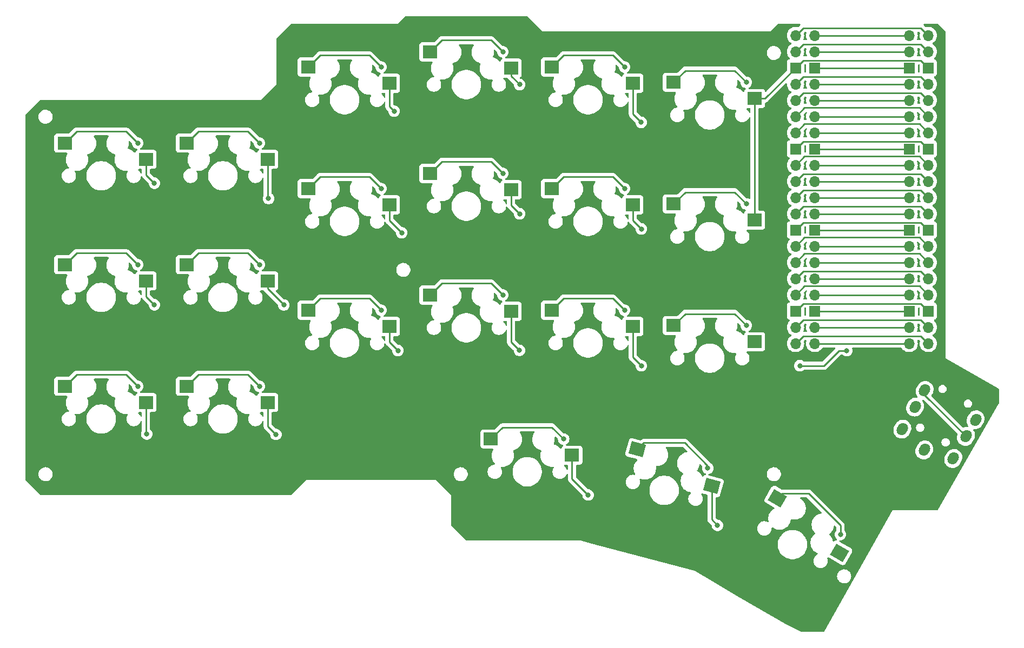
<source format=gtl>
G04 #@! TF.GenerationSoftware,KiCad,Pcbnew,8.0.4*
G04 #@! TF.CreationDate,2024-09-23T05:23:03+03:00*
G04 #@! TF.ProjectId,muikku42,6d75696b-6b75-4343-922e-6b696361645f,rev?*
G04 #@! TF.SameCoordinates,Original*
G04 #@! TF.FileFunction,Copper,L1,Top*
G04 #@! TF.FilePolarity,Positive*
%FSLAX46Y46*%
G04 Gerber Fmt 4.6, Leading zero omitted, Abs format (unit mm)*
G04 Created by KiCad (PCBNEW 8.0.4) date 2024-09-23 05:23:03*
%MOMM*%
%LPD*%
G01*
G04 APERTURE LIST*
G04 Aperture macros list*
%AMHorizOval*
0 Thick line with rounded ends*
0 $1 width*
0 $2 $3 position (X,Y) of the first rounded end (center of the circle)*
0 $4 $5 position (X,Y) of the second rounded end (center of the circle)*
0 Add line between two ends*
20,1,$1,$2,$3,$4,$5,0*
0 Add two circle primitives to create the rounded ends*
1,1,$1,$2,$3*
1,1,$1,$4,$5*%
%AMRotRect*
0 Rectangle, with rotation*
0 The origin of the aperture is its center*
0 $1 length*
0 $2 width*
0 $3 Rotation angle, in degrees counterclockwise*
0 Add horizontal line*
21,1,$1,$2,0,0,$3*%
G04 Aperture macros list end*
G04 #@! TA.AperFunction,SMDPad,CuDef*
%ADD10R,2.300000X2.000000*%
G04 #@! TD*
G04 #@! TA.AperFunction,SMDPad,CuDef*
%ADD11RotRect,2.300000X2.000000X150.000000*%
G04 #@! TD*
G04 #@! TA.AperFunction,SMDPad,CuDef*
%ADD12RotRect,2.300000X2.000000X165.000000*%
G04 #@! TD*
G04 #@! TA.AperFunction,ComponentPad*
%ADD13HorizOval,1.600000X-0.100000X-0.173205X0.100000X0.173205X0*%
G04 #@! TD*
G04 #@! TA.AperFunction,ComponentPad*
%ADD14O,1.700000X1.700000*%
G04 #@! TD*
G04 #@! TA.AperFunction,ComponentPad*
%ADD15R,1.700000X1.700000*%
G04 #@! TD*
G04 #@! TA.AperFunction,ComponentPad*
%ADD16HorizOval,1.600000X0.100000X0.173205X-0.100000X-0.173205X0*%
G04 #@! TD*
G04 #@! TA.AperFunction,ViaPad*
%ADD17C,0.800000*%
G04 #@! TD*
G04 #@! TA.AperFunction,Conductor*
%ADD18C,0.250000*%
G04 #@! TD*
G04 APERTURE END LIST*
D10*
G04 #@! TO.P,S18,1,1*
G04 #@! TO.N,GND*
X168925000Y-93860625D03*
G04 #@! TO.P,S18,2,2*
G04 #@! TO.N,17*
X156225000Y-91320625D03*
G04 #@! TD*
G04 #@! TO.P,S2,1,1*
G04 #@! TO.N,GND*
X92725000Y-86716875D03*
G04 #@! TO.P,S2,2,2*
G04 #@! TO.N,7*
X80025000Y-84176875D03*
G04 #@! TD*
D11*
G04 #@! TO.P,S12,1,1*
G04 #@! TO.N,GND*
X201264678Y-129293779D03*
G04 #@! TO.P,S12,2,2*
G04 #@! TO.N,21*
X191536155Y-120744075D03*
G04 #@! TD*
D10*
G04 #@! TO.P,S3,1,1*
G04 #@! TO.N,GND*
X92725000Y-105766875D03*
G04 #@! TO.P,S3,2,2*
G04 #@! TO.N,13*
X80025000Y-103226875D03*
G04 #@! TD*
G04 #@! TO.P,S4,1,1*
G04 #@! TO.N,GND*
X159400000Y-114033750D03*
G04 #@! TO.P,S4,2,2*
G04 #@! TO.N,19*
X146700000Y-111493750D03*
G04 #@! TD*
G04 #@! TO.P,S19,1,1*
G04 #@! TO.N,GND*
X187975000Y-58141875D03*
G04 #@! TO.P,S19,2,2*
G04 #@! TO.N,6*
X175275000Y-55601875D03*
G04 #@! TD*
G04 #@! TO.P,S21,1,1*
G04 #@! TO.N,GND*
X187975000Y-96241875D03*
G04 #@! TO.P,S21,2,2*
G04 #@! TO.N,18*
X175275000Y-93701875D03*
G04 #@! TD*
G04 #@! TO.P,S9,1,1*
G04 #@! TO.N,GND*
X130825000Y-55760625D03*
G04 #@! TO.P,S9,2,2*
G04 #@! TO.N,3*
X118125000Y-53220625D03*
G04 #@! TD*
G04 #@! TO.P,S10,1,1*
G04 #@! TO.N,GND*
X130825000Y-74810625D03*
G04 #@! TO.P,S10,2,2*
G04 #@! TO.N,9*
X118125000Y-72270625D03*
G04 #@! TD*
G04 #@! TO.P,S6,1,1*
G04 #@! TO.N,GND*
X111775000Y-86716875D03*
G04 #@! TO.P,S6,2,2*
G04 #@! TO.N,8*
X99075000Y-84176875D03*
G04 #@! TD*
D12*
G04 #@! TO.P,S8,1,1*
G04 #@! TO.N,GND*
X181260484Y-118847770D03*
G04 #@! TO.P,S8,2,2*
G04 #@! TO.N,20*
X169650626Y-113107316D03*
G04 #@! TD*
D10*
G04 #@! TO.P,S7,1,1*
G04 #@! TO.N,GND*
X111775000Y-105766875D03*
G04 #@! TO.P,S7,2,2*
G04 #@! TO.N,14*
X99075000Y-103226875D03*
G04 #@! TD*
D13*
G04 #@! TO.P,U2,1,SLEEVE*
G04 #@! TO.N,GND*
X214541857Y-113188268D03*
G04 #@! TO.P,U2,2,TIP*
G04 #@! TO.N,3v3*
X219075575Y-114535641D03*
G04 #@! TO.P,U2,3,RING1*
G04 #@! TO.N,TX*
X221075574Y-111071538D03*
G04 #@! TO.P,U2,4,RING2*
G04 #@! TO.N,RX*
X222575574Y-108473462D03*
G04 #@! TD*
D10*
G04 #@! TO.P,S14,1,1*
G04 #@! TO.N,GND*
X149875000Y-72429375D03*
G04 #@! TO.P,S14,2,2*
G04 #@! TO.N,10*
X137175000Y-69889375D03*
G04 #@! TD*
G04 #@! TO.P,S20,1,1*
G04 #@! TO.N,GND*
X187975000Y-77191875D03*
G04 #@! TO.P,S20,2,2*
G04 #@! TO.N,12*
X175275000Y-74651875D03*
G04 #@! TD*
G04 #@! TO.P,S1,1,1*
G04 #@! TO.N,GND*
X92725000Y-67666875D03*
G04 #@! TO.P,S1,2,2*
G04 #@! TO.N,1*
X80025000Y-65126875D03*
G04 #@! TD*
D14*
G04 #@! TO.P,U1,1,GPIO0*
G04 #@! TO.N,TX*
X194397500Y-48260000D03*
X215177500Y-48260000D03*
G04 #@! TO.P,U1,2,GPIO1*
G04 #@! TO.N,RX*
X194397500Y-50800000D03*
X215177500Y-50800000D03*
D15*
G04 #@! TO.P,U1,3,GND*
G04 #@! TO.N,GND*
X194397500Y-53340000D03*
X215177500Y-53340000D03*
D14*
G04 #@! TO.P,U1,4,GPIO2*
G04 #@! TO.N,1*
X194397500Y-55880000D03*
X215177500Y-55880000D03*
G04 #@! TO.P,U1,5,GPIO3*
G04 #@! TO.N,2*
X194397500Y-58420000D03*
X215177500Y-58420000D03*
G04 #@! TO.P,U1,6,GPIO4*
G04 #@! TO.N,3*
X194397500Y-60960000D03*
X215177500Y-60960000D03*
G04 #@! TO.P,U1,7,GPIO5*
G04 #@! TO.N,4*
X194397500Y-63500000D03*
X215177500Y-63500000D03*
D15*
G04 #@! TO.P,U1,8,GND*
G04 #@! TO.N,unconnected-(U1-GND-Pad8)*
X194397500Y-66040000D03*
X215177500Y-66040000D03*
D14*
G04 #@! TO.P,U1,9,GPIO6*
G04 #@! TO.N,5*
X194397500Y-68580000D03*
X215177500Y-68580000D03*
G04 #@! TO.P,U1,10,GPIO7*
G04 #@! TO.N,6*
X194397500Y-71120000D03*
X215177500Y-71120000D03*
G04 #@! TO.P,U1,11,GPIO8*
G04 #@! TO.N,7*
X194397500Y-73660000D03*
X215177500Y-73660000D03*
G04 #@! TO.P,U1,12,GPIO9*
G04 #@! TO.N,8*
X194397500Y-76200000D03*
X215177500Y-76200000D03*
D15*
G04 #@! TO.P,U1,13,GND*
G04 #@! TO.N,unconnected-(U1-GND-Pad13)*
X194397500Y-78740000D03*
X215177500Y-78740000D03*
D14*
G04 #@! TO.P,U1,14,GPIO10*
G04 #@! TO.N,9*
X194397500Y-81280000D03*
X215177500Y-81280000D03*
G04 #@! TO.P,U1,15,GPIO11*
G04 #@! TO.N,10*
X194397500Y-83820000D03*
X215177500Y-83820000D03*
G04 #@! TO.P,U1,16,GPIO12*
G04 #@! TO.N,11*
X194397500Y-86360000D03*
X215177500Y-86360000D03*
G04 #@! TO.P,U1,17,GPIO13*
G04 #@! TO.N,12*
X194397500Y-88900000D03*
X215177500Y-88900000D03*
D15*
G04 #@! TO.P,U1,18,GND*
G04 #@! TO.N,unconnected-(U1-GND-Pad18)*
X194397500Y-91440000D03*
X215177500Y-91440000D03*
D14*
G04 #@! TO.P,U1,19,GPIO14*
G04 #@! TO.N,13*
X194397500Y-93980000D03*
X215177500Y-93980000D03*
G04 #@! TO.P,U1,20,GPIO15*
G04 #@! TO.N,14*
X194397500Y-96520000D03*
X215177500Y-96520000D03*
G04 #@! TO.P,U1,21,GPIO16*
G04 #@! TO.N,15*
X197397500Y-96520000D03*
X212177500Y-96520000D03*
G04 #@! TO.P,U1,22,GPIO17*
G04 #@! TO.N,16*
X197397500Y-93980000D03*
X212177500Y-93980000D03*
D15*
G04 #@! TO.P,U1,23,GND*
G04 #@! TO.N,unconnected-(U1-GND-Pad23)*
X197397500Y-91440000D03*
X212177500Y-91440000D03*
D14*
G04 #@! TO.P,U1,24,GPIO18*
G04 #@! TO.N,17*
X197397500Y-88900000D03*
X212177500Y-88900000D03*
G04 #@! TO.P,U1,25,GPIO19*
G04 #@! TO.N,18*
X197397500Y-86360000D03*
X212177500Y-86360000D03*
G04 #@! TO.P,U1,26,GPIO20*
G04 #@! TO.N,19*
X197397500Y-83820000D03*
X212177500Y-83820000D03*
G04 #@! TO.P,U1,27,GPIO21*
G04 #@! TO.N,20*
X197397500Y-81280000D03*
X212177500Y-81280000D03*
D15*
G04 #@! TO.P,U1,28,GND*
G04 #@! TO.N,unconnected-(U1-GND-Pad28)*
X197397500Y-78740000D03*
X212177500Y-78740000D03*
D14*
G04 #@! TO.P,U1,29,GPIO22*
G04 #@! TO.N,21*
X197397500Y-76200000D03*
X212177500Y-76200000D03*
G04 #@! TO.P,U1,30,RUN*
G04 #@! TO.N,unconnected-(U1-RUN-Pad30)*
X197397500Y-73660000D03*
X212177500Y-73660000D03*
G04 #@! TO.P,U1,31,GPIO26_ADC0*
G04 #@! TO.N,unconnected-(U1-GPIO26_ADC0-Pad31)*
X197397500Y-71120000D03*
X212177500Y-71120000D03*
G04 #@! TO.P,U1,32,GPIO27_ADC1*
G04 #@! TO.N,unconnected-(U1-GPIO27_ADC1-Pad32)*
X197397500Y-68580000D03*
X212177500Y-68580000D03*
D15*
G04 #@! TO.P,U1,33,AGND*
G04 #@! TO.N,unconnected-(U1-AGND-Pad33)*
X197397500Y-66040000D03*
X212177500Y-66040000D03*
D14*
G04 #@! TO.P,U1,34,GPIO28_ADC2*
G04 #@! TO.N,unconnected-(U1-GPIO28_ADC2-Pad34)*
X197397500Y-63500000D03*
X212177500Y-63500000D03*
G04 #@! TO.P,U1,35,ADC_VREF*
G04 #@! TO.N,unconnected-(U1-ADC_VREF-Pad35)*
X197397500Y-60960000D03*
X212177500Y-60960000D03*
G04 #@! TO.P,U1,36,3V3*
G04 #@! TO.N,3v3*
X197397500Y-58420000D03*
X212177500Y-58420000D03*
G04 #@! TO.P,U1,37,3V3_EN*
G04 #@! TO.N,unconnected-(U1-3V3_EN-Pad37)*
X197397500Y-55880000D03*
X212177500Y-55880000D03*
D15*
G04 #@! TO.P,U1,38,GND*
G04 #@! TO.N,unconnected-(U1-GND-Pad38)*
X197397500Y-53340000D03*
X212177500Y-53340000D03*
D14*
G04 #@! TO.P,U1,39,VSYS*
G04 #@! TO.N,unconnected-(U1-VSYS-Pad39)*
X197397500Y-50800000D03*
X212177500Y-50800000D03*
G04 #@! TO.P,U1,40,VBUS*
G04 #@! TO.N,unconnected-(U1-VBUS-Pad40)*
X197397500Y-48260000D03*
X212177500Y-48260000D03*
G04 #@! TD*
D10*
G04 #@! TO.P,S13,1,1*
G04 #@! TO.N,GND*
X149875000Y-53379375D03*
G04 #@! TO.P,S13,2,2*
G04 #@! TO.N,4*
X137175000Y-50839375D03*
G04 #@! TD*
G04 #@! TO.P,S5,1,1*
G04 #@! TO.N,GND*
X111775000Y-67666875D03*
G04 #@! TO.P,S5,2,2*
G04 #@! TO.N,2*
X99075000Y-65126875D03*
G04 #@! TD*
G04 #@! TO.P,S15,1,1*
G04 #@! TO.N,GND*
X149875000Y-91479375D03*
G04 #@! TO.P,S15,2,2*
G04 #@! TO.N,16*
X137175000Y-88939375D03*
G04 #@! TD*
G04 #@! TO.P,S17,1,1*
G04 #@! TO.N,GND*
X168925000Y-74810625D03*
G04 #@! TO.P,S17,2,2*
G04 #@! TO.N,11*
X156225000Y-72270625D03*
G04 #@! TD*
G04 #@! TO.P,S11,1,1*
G04 #@! TO.N,GND*
X130825000Y-93860625D03*
G04 #@! TO.P,S11,2,2*
G04 #@! TO.N,15*
X118125000Y-91320625D03*
G04 #@! TD*
G04 #@! TO.P,S16,1,1*
G04 #@! TO.N,GND*
X168925000Y-55760625D03*
G04 #@! TO.P,S16,2,2*
G04 #@! TO.N,5*
X156225000Y-53220625D03*
G04 #@! TD*
D16*
G04 #@! TO.P,U3,1,SLEEVE*
G04 #@! TO.N,GND*
X214541858Y-113188269D03*
G04 #@! TO.P,U3,2,TIP*
G04 #@! TO.N,3v3*
X211108141Y-109935641D03*
G04 #@! TO.P,U3,3,RING1*
G04 #@! TO.N,RX*
X213108142Y-106471539D03*
G04 #@! TO.P,U3,4,RING2*
G04 #@! TO.N,TX*
X214608143Y-103873464D03*
G04 #@! TD*
D17*
G04 #@! TO.N,GND*
X132159375Y-97631250D03*
X170259375Y-100012500D03*
X151209375Y-76200000D03*
X202406250Y-97631250D03*
X195061459Y-99996874D03*
X182165625Y-125015625D03*
X92841250Y-110700625D03*
X170231875Y-61885000D03*
X201264678Y-129293779D03*
X187975000Y-58141875D03*
X114300000Y-90487500D03*
X161925000Y-120253125D03*
X187975000Y-77191875D03*
X187975000Y-96241875D03*
X151181875Y-97603750D03*
X94031875Y-71410000D03*
X132754688Y-79176563D03*
X131564063Y-60126563D03*
X113065625Y-110771875D03*
X111908212Y-73808212D03*
X94031875Y-90460000D03*
X170259375Y-78581250D03*
X151209375Y-55959375D03*
G04 #@! TO.N,1*
X91425000Y-65126875D03*
G04 #@! TO.N,2*
X110475000Y-65126875D03*
G04 #@! TO.N,3*
X129525000Y-53220625D03*
G04 #@! TO.N,4*
X148575000Y-50839375D03*
G04 #@! TO.N,5*
X167625000Y-53220625D03*
G04 #@! TO.N,6*
X186675000Y-55601875D03*
G04 #@! TO.N,7*
X91425000Y-84176875D03*
G04 #@! TO.N,8*
X110475000Y-84176875D03*
G04 #@! TO.N,9*
X129525000Y-72270625D03*
G04 #@! TO.N,10*
X148575000Y-69889375D03*
G04 #@! TO.N,11*
X167625000Y-72270625D03*
G04 #@! TO.N,12*
X186675000Y-74651875D03*
G04 #@! TO.N,13*
X91425000Y-103226875D03*
G04 #@! TO.N,14*
X110475000Y-103226875D03*
G04 #@! TO.N,15*
X129525000Y-91320625D03*
G04 #@! TO.N,16*
X148575000Y-88939375D03*
G04 #@! TO.N,17*
X167625000Y-91320625D03*
G04 #@! TO.N,18*
X186675000Y-93701875D03*
G04 #@! TO.N,19*
X158100000Y-111493750D03*
G04 #@! TO.N,20*
X180662181Y-116057853D03*
G04 #@! TO.N,21*
X201408845Y-126444075D03*
G04 #@! TD*
D18*
G04 #@! TO.N,GND*
X195077085Y-100012500D02*
X198834375Y-100012500D01*
X130825000Y-59387500D02*
X131564063Y-60126563D01*
X92725000Y-67666875D02*
X92725000Y-70103125D01*
X92725000Y-89153125D02*
X94031875Y-90460000D01*
X92725000Y-70103125D02*
X94031875Y-71410000D01*
X168925000Y-55760625D02*
X168925000Y-60578125D01*
X214002500Y-52165000D02*
X215177500Y-53340000D01*
X149875000Y-53379375D02*
X149875000Y-54625000D01*
X168925000Y-93860625D02*
X168925000Y-98678125D01*
X92725000Y-110584375D02*
X92841250Y-110700625D01*
X111908212Y-73808212D02*
X111775000Y-73675000D01*
X194397500Y-53340000D02*
X195572500Y-52165000D01*
X168925000Y-60578125D02*
X170231875Y-61885000D01*
X111775000Y-87962500D02*
X111775000Y-86716875D01*
X195061459Y-99996874D02*
X195077085Y-100012500D01*
X130825000Y-96296875D02*
X132159375Y-97631250D01*
X159400000Y-114033750D02*
X159400000Y-117728125D01*
X130825000Y-93860625D02*
X130825000Y-96296875D01*
X130825000Y-74810625D02*
X130825000Y-77246875D01*
X187975000Y-58141875D02*
X189595625Y-58141875D01*
X111775000Y-73675000D02*
X111775000Y-67666875D01*
X111775000Y-109481250D02*
X113065625Y-110771875D01*
X201215625Y-97631250D02*
X202406250Y-97631250D01*
X149875000Y-96296875D02*
X151181875Y-97603750D01*
X130825000Y-77246875D02*
X132754688Y-79176563D01*
X195572500Y-52165000D02*
X214002500Y-52165000D01*
X111775000Y-105766875D02*
X111775000Y-109481250D01*
X159400000Y-117728125D02*
X161925000Y-120253125D01*
X181260484Y-124110484D02*
X182165625Y-125015625D01*
X149875000Y-91479375D02*
X149875000Y-96296875D01*
X181260484Y-118847770D02*
X181260484Y-124110484D01*
X187975000Y-58141875D02*
X187975000Y-77191875D01*
X168925000Y-77246875D02*
X170259375Y-78581250D01*
X114300000Y-90487500D02*
X111775000Y-87962500D01*
X92725000Y-86716875D02*
X92725000Y-89153125D01*
X92725000Y-105766875D02*
X92725000Y-110584375D01*
X168925000Y-74810625D02*
X168925000Y-77246875D01*
X149875000Y-72429375D02*
X149875000Y-74865625D01*
X149875000Y-74865625D02*
X151209375Y-76200000D01*
X168925000Y-98678125D02*
X170259375Y-100012500D01*
X198834375Y-100012500D02*
X201215625Y-97631250D01*
X149875000Y-54625000D02*
X151209375Y-55959375D01*
X130825000Y-55760625D02*
X130825000Y-59387500D01*
X189595625Y-58141875D02*
X194397500Y-53340000D01*
G04 #@! TO.N,1*
X89590000Y-63291875D02*
X91425000Y-65126875D01*
X194397500Y-55880000D02*
X195572500Y-54705000D01*
X80025000Y-65126875D02*
X81860000Y-63291875D01*
X214002500Y-54705000D02*
X215177500Y-55880000D01*
X81860000Y-63291875D02*
X89590000Y-63291875D01*
X195572500Y-54705000D02*
X214002500Y-54705000D01*
G04 #@! TO.N,2*
X194397500Y-58420000D02*
X195572500Y-57245000D01*
X99075000Y-65126875D02*
X100910000Y-63291875D01*
X100910000Y-63291875D02*
X108640000Y-63291875D01*
X108640000Y-63291875D02*
X110475000Y-65126875D01*
X214002500Y-57245000D02*
X215177500Y-58420000D01*
X195572500Y-57245000D02*
X214002500Y-57245000D01*
G04 #@! TO.N,3*
X118125000Y-53220625D02*
X119960000Y-51385625D01*
X119960000Y-51385625D02*
X127690000Y-51385625D01*
X213812500Y-59595000D02*
X215177500Y-60960000D01*
X195762500Y-59595000D02*
X213812500Y-59595000D01*
X127690000Y-51385625D02*
X129525000Y-53220625D01*
X194397500Y-60960000D02*
X195762500Y-59595000D01*
G04 #@! TO.N,4*
X213812500Y-62135000D02*
X215177500Y-63500000D01*
X194397500Y-63500000D02*
X195762500Y-62135000D01*
X139010000Y-49004375D02*
X146740000Y-49004375D01*
X195762500Y-62135000D02*
X213812500Y-62135000D01*
X137175000Y-50839375D02*
X139010000Y-49004375D01*
X146740000Y-49004375D02*
X148575000Y-50839375D01*
G04 #@! TO.N,5*
X213812500Y-67215000D02*
X215177500Y-68580000D01*
X194397500Y-68580000D02*
X195762500Y-67215000D01*
X195762500Y-67215000D02*
X213812500Y-67215000D01*
X165790000Y-51385625D02*
X167625000Y-53220625D01*
X158060000Y-51385625D02*
X165790000Y-51385625D01*
X156225000Y-53220625D02*
X158060000Y-51385625D01*
G04 #@! TO.N,6*
X177110000Y-53766875D02*
X184840000Y-53766875D01*
X214002500Y-69945000D02*
X215177500Y-71120000D01*
X175275000Y-55601875D02*
X177110000Y-53766875D01*
X195572500Y-69945000D02*
X214002500Y-69945000D01*
X184840000Y-53766875D02*
X186675000Y-55601875D01*
X194397500Y-71120000D02*
X195572500Y-69945000D01*
G04 #@! TO.N,7*
X80025000Y-84176875D02*
X81860000Y-82341875D01*
X194397500Y-73660000D02*
X195572500Y-72485000D01*
X195572500Y-72485000D02*
X214002500Y-72485000D01*
X214002500Y-72485000D02*
X215177500Y-73660000D01*
X81860000Y-82341875D02*
X89590000Y-82341875D01*
X89590000Y-82341875D02*
X91425000Y-84176875D01*
G04 #@! TO.N,8*
X100910000Y-82341875D02*
X108640000Y-82341875D01*
X194397500Y-76200000D02*
X195572500Y-75025000D01*
X99075000Y-84176875D02*
X100910000Y-82341875D01*
X214002500Y-75025000D02*
X215177500Y-76200000D01*
X195572500Y-75025000D02*
X214002500Y-75025000D01*
X108640000Y-82341875D02*
X110475000Y-84176875D01*
G04 #@! TO.N,9*
X213812500Y-79915000D02*
X215177500Y-81280000D01*
X118125000Y-72270625D02*
X119960000Y-70435625D01*
X195762500Y-79915000D02*
X213812500Y-79915000D01*
X127690000Y-70435625D02*
X129525000Y-72270625D01*
X119960000Y-70435625D02*
X127690000Y-70435625D01*
X194397500Y-81280000D02*
X195762500Y-79915000D01*
G04 #@! TO.N,10*
X139010000Y-68054375D02*
X146740000Y-68054375D01*
X195762500Y-82455000D02*
X213812500Y-82455000D01*
X137175000Y-69889375D02*
X139010000Y-68054375D01*
X194397500Y-83820000D02*
X195762500Y-82455000D01*
X146740000Y-68054375D02*
X148575000Y-69889375D01*
X213812500Y-82455000D02*
X215177500Y-83820000D01*
G04 #@! TO.N,11*
X165790000Y-70435625D02*
X167625000Y-72270625D01*
X158060000Y-70435625D02*
X165790000Y-70435625D01*
X194397500Y-86360000D02*
X195572500Y-85185000D01*
X195572500Y-85185000D02*
X214002500Y-85185000D01*
X156225000Y-72270625D02*
X158060000Y-70435625D01*
X214002500Y-85185000D02*
X215177500Y-86360000D01*
G04 #@! TO.N,12*
X175275000Y-74651875D02*
X177110000Y-72816875D01*
X194397500Y-88900000D02*
X195762500Y-87535000D01*
X213812500Y-87535000D02*
X215177500Y-88900000D01*
X177110000Y-72816875D02*
X184840000Y-72816875D01*
X184840000Y-72816875D02*
X186675000Y-74651875D01*
X195762500Y-87535000D02*
X213812500Y-87535000D01*
G04 #@! TO.N,13*
X195572500Y-92805000D02*
X214002500Y-92805000D01*
X80025000Y-103226875D02*
X81860000Y-101391875D01*
X89590000Y-101391875D02*
X91425000Y-103226875D01*
X214002500Y-92805000D02*
X215177500Y-93980000D01*
X194397500Y-93980000D02*
X195572500Y-92805000D01*
X81860000Y-101391875D02*
X89590000Y-101391875D01*
G04 #@! TO.N,14*
X100910000Y-101391875D02*
X108640000Y-101391875D01*
X99075000Y-103226875D02*
X100910000Y-101391875D01*
X108640000Y-101391875D02*
X110475000Y-103226875D01*
X214002500Y-95345000D02*
X215177500Y-96520000D01*
X194397500Y-96520000D02*
X195572500Y-95345000D01*
X195572500Y-95345000D02*
X214002500Y-95345000D01*
G04 #@! TO.N,15*
X127690000Y-89485625D02*
X129525000Y-91320625D01*
X118125000Y-91320625D02*
X119960000Y-89485625D01*
X197397500Y-96520000D02*
X212177500Y-96520000D01*
X119960000Y-89485625D02*
X127690000Y-89485625D01*
G04 #@! TO.N,16*
X146740000Y-87104375D02*
X148575000Y-88939375D01*
X197397500Y-93980000D02*
X212177500Y-93980000D01*
X139010000Y-87104375D02*
X146740000Y-87104375D01*
X137175000Y-88939375D02*
X139010000Y-87104375D01*
G04 #@! TO.N,17*
X156225000Y-91320625D02*
X158060000Y-89485625D01*
X197397500Y-88900000D02*
X212177500Y-88900000D01*
X158060000Y-89485625D02*
X165790000Y-89485625D01*
X165790000Y-89485625D02*
X167625000Y-91320625D01*
G04 #@! TO.N,18*
X175275000Y-93701875D02*
X177110000Y-91866875D01*
X197397500Y-86360000D02*
X212177500Y-86360000D01*
X177110000Y-91866875D02*
X184840000Y-91866875D01*
X184840000Y-91866875D02*
X186675000Y-93701875D01*
G04 #@! TO.N,19*
X197397500Y-83820000D02*
X212177500Y-83820000D01*
X148535000Y-109658750D02*
X156265000Y-109658750D01*
X156265000Y-109658750D02*
X158100000Y-111493750D01*
X146700000Y-111493750D02*
X148535000Y-109658750D01*
G04 #@! TO.N,20*
X180662181Y-115689651D02*
X180662181Y-116057853D01*
X177061351Y-112088821D02*
X180662181Y-115689651D01*
X197397500Y-81280000D02*
X212177500Y-81280000D01*
X170669121Y-112088821D02*
X177061351Y-112088821D01*
X169650626Y-113107316D02*
X170669121Y-112088821D01*
G04 #@! TO.N,21*
X201408845Y-125003706D02*
X201408845Y-126444075D01*
X196417163Y-120012024D02*
X201408845Y-125003706D01*
X197397500Y-76200000D02*
X212177500Y-76200000D01*
X192268206Y-120012024D02*
X196417163Y-120012024D01*
X191536155Y-120744075D02*
X192268206Y-120012024D01*
G04 #@! TO.N,unconnected-(U1-GND-Pad8)*
X194397500Y-66040000D02*
X195572500Y-64865000D01*
X195572500Y-64865000D02*
X214002500Y-64865000D01*
X214002500Y-64865000D02*
X215177500Y-66040000D01*
G04 #@! TO.N,unconnected-(U1-GND-Pad13)*
X194397500Y-78740000D02*
X195572500Y-77565000D01*
X195572500Y-77565000D02*
X214002500Y-77565000D01*
X214002500Y-77565000D02*
X215177500Y-78740000D01*
G04 #@! TO.N,unconnected-(U1-GND-Pad18)*
X195572500Y-90265000D02*
X214002500Y-90265000D01*
X214002500Y-90265000D02*
X215177500Y-91440000D01*
X194397500Y-91440000D02*
X195572500Y-90265000D01*
G04 #@! TO.N,unconnected-(U1-GND-Pad23)*
X197397500Y-91440000D02*
X212177500Y-91440000D01*
G04 #@! TO.N,unconnected-(U1-GND-Pad28)*
X197397500Y-78740000D02*
X212177500Y-78740000D01*
G04 #@! TO.N,unconnected-(U1-RUN-Pad30)*
X212177500Y-73660000D02*
X197397500Y-73660000D01*
G04 #@! TO.N,unconnected-(U1-AGND-Pad33)*
X212177500Y-66040000D02*
X197397500Y-66040000D01*
G04 #@! TO.N,unconnected-(U1-ADC_VREF-Pad35)*
X212177500Y-60960000D02*
X197397500Y-60960000D01*
G04 #@! TO.N,unconnected-(U1-3V3_EN-Pad37)*
X212177500Y-55880000D02*
X197397500Y-55880000D01*
G04 #@! TO.N,unconnected-(U1-VSYS-Pad39)*
X197397500Y-50800000D02*
X212177500Y-50800000D01*
G04 #@! TO.N,unconnected-(U1-VBUS-Pad40)*
X197397500Y-48260000D02*
X212177500Y-48260000D01*
G04 #@! TO.N,TX*
X194397500Y-48260000D02*
X195572500Y-47085000D01*
X214608143Y-104604107D02*
X221075574Y-111071538D01*
X214608143Y-103873464D02*
X214608143Y-104604107D01*
X214002500Y-47085000D02*
X215177500Y-48260000D01*
X195572500Y-47085000D02*
X214002500Y-47085000D01*
G04 #@! TO.N,RX*
X194397500Y-50800000D02*
X195572500Y-49625000D01*
X195572500Y-49625000D02*
X214002500Y-49625000D01*
X214002500Y-49625000D02*
X215177500Y-50800000D01*
G04 #@! TO.N,3v3*
X197397500Y-58420000D02*
X212177500Y-58420000D01*
G04 #@! TO.N,unconnected-(U1-GPIO26_ADC0-Pad31)*
X212177500Y-71120000D02*
X197397500Y-71120000D01*
G04 #@! TO.N,unconnected-(U1-GPIO27_ADC1-Pad32)*
X197397500Y-68580000D02*
X212177500Y-68580000D01*
G04 #@! TO.N,unconnected-(U1-GPIO28_ADC2-Pad34)*
X197397500Y-63500000D02*
X212177500Y-63500000D01*
G04 #@! TO.N,unconnected-(U1-GND-Pad38)*
X197397500Y-53340000D02*
X212177500Y-53340000D01*
G04 #@! TD*
G04 #@! TA.AperFunction,NonConductor*
G36*
X213759087Y-47730185D02*
G01*
X213779729Y-47746819D01*
X213837262Y-47804352D01*
X213870747Y-47865675D01*
X213869356Y-47924126D01*
X213842438Y-48024586D01*
X213842436Y-48024596D01*
X213821841Y-48259999D01*
X213821841Y-48260000D01*
X213842436Y-48495403D01*
X213842438Y-48495413D01*
X213903594Y-48723655D01*
X213903596Y-48723659D01*
X213903597Y-48723663D01*
X213929544Y-48779306D01*
X213949963Y-48823095D01*
X213960455Y-48892173D01*
X213931935Y-48955957D01*
X213873459Y-48994196D01*
X213837581Y-48999500D01*
X213517419Y-48999500D01*
X213450380Y-48979815D01*
X213404625Y-48927011D01*
X213394681Y-48857853D01*
X213405037Y-48823095D01*
X213406119Y-48820773D01*
X213451403Y-48723663D01*
X213512563Y-48495408D01*
X213533159Y-48260000D01*
X213512563Y-48024592D01*
X213470228Y-47866593D01*
X213471891Y-47796743D01*
X213511054Y-47738881D01*
X213575282Y-47711377D01*
X213590003Y-47710500D01*
X213692048Y-47710500D01*
X213759087Y-47730185D01*
G37*
G04 #@! TD.AperFunction*
G04 #@! TA.AperFunction,NonConductor*
G36*
X196052036Y-47730185D02*
G01*
X196097791Y-47782989D01*
X196107735Y-47852147D01*
X196104772Y-47866593D01*
X196062438Y-48024586D01*
X196062436Y-48024596D01*
X196041841Y-48259999D01*
X196041841Y-48260000D01*
X196062436Y-48495403D01*
X196062438Y-48495413D01*
X196123594Y-48723655D01*
X196123596Y-48723659D01*
X196123597Y-48723663D01*
X196149544Y-48779306D01*
X196169963Y-48823095D01*
X196180455Y-48892173D01*
X196151935Y-48955957D01*
X196093459Y-48994196D01*
X196057581Y-48999500D01*
X195737419Y-48999500D01*
X195670380Y-48979815D01*
X195624625Y-48927011D01*
X195614681Y-48857853D01*
X195625037Y-48823095D01*
X195626119Y-48820773D01*
X195671403Y-48723663D01*
X195732563Y-48495408D01*
X195753159Y-48260000D01*
X195732563Y-48024592D01*
X195705643Y-47924125D01*
X195707306Y-47854277D01*
X195737737Y-47804352D01*
X195795273Y-47746817D01*
X195856597Y-47713333D01*
X195882953Y-47710500D01*
X195984997Y-47710500D01*
X196052036Y-47730185D01*
G37*
G04 #@! TD.AperFunction*
G04 #@! TA.AperFunction,NonConductor*
G36*
X213759087Y-50270185D02*
G01*
X213779729Y-50286819D01*
X213837262Y-50344352D01*
X213870747Y-50405675D01*
X213869356Y-50464126D01*
X213842438Y-50564586D01*
X213842436Y-50564596D01*
X213821841Y-50799999D01*
X213821841Y-50800000D01*
X213842436Y-51035403D01*
X213842438Y-51035413D01*
X213903594Y-51263655D01*
X213903596Y-51263659D01*
X213903597Y-51263663D01*
X213946981Y-51356701D01*
X213949963Y-51363095D01*
X213960455Y-51432173D01*
X213931935Y-51495957D01*
X213873459Y-51534196D01*
X213837581Y-51539500D01*
X213517419Y-51539500D01*
X213450380Y-51519815D01*
X213404625Y-51467011D01*
X213394681Y-51397853D01*
X213405037Y-51363095D01*
X213406119Y-51360773D01*
X213451403Y-51263663D01*
X213512563Y-51035408D01*
X213533159Y-50800000D01*
X213512563Y-50564592D01*
X213470228Y-50406593D01*
X213471891Y-50336743D01*
X213511054Y-50278881D01*
X213575282Y-50251377D01*
X213590003Y-50250500D01*
X213692048Y-50250500D01*
X213759087Y-50270185D01*
G37*
G04 #@! TD.AperFunction*
G04 #@! TA.AperFunction,NonConductor*
G36*
X196052036Y-50270185D02*
G01*
X196097791Y-50322989D01*
X196107735Y-50392147D01*
X196104772Y-50406593D01*
X196062438Y-50564586D01*
X196062436Y-50564596D01*
X196041841Y-50799999D01*
X196041841Y-50800000D01*
X196062436Y-51035403D01*
X196062438Y-51035413D01*
X196123594Y-51263655D01*
X196123596Y-51263659D01*
X196123597Y-51263663D01*
X196166981Y-51356701D01*
X196169963Y-51363095D01*
X196180455Y-51432173D01*
X196151935Y-51495957D01*
X196093459Y-51534196D01*
X196057581Y-51539500D01*
X195737419Y-51539500D01*
X195670380Y-51519815D01*
X195624625Y-51467011D01*
X195614681Y-51397853D01*
X195625037Y-51363095D01*
X195626119Y-51360773D01*
X195671403Y-51263663D01*
X195732563Y-51035408D01*
X195753159Y-50800000D01*
X195732563Y-50564592D01*
X195705643Y-50464125D01*
X195707306Y-50394277D01*
X195737737Y-50344352D01*
X195795273Y-50286817D01*
X195856597Y-50253333D01*
X195882953Y-50250500D01*
X195984997Y-50250500D01*
X196052036Y-50270185D01*
G37*
G04 #@! TD.AperFunction*
G04 #@! TA.AperFunction,NonConductor*
G36*
X213759087Y-52810185D02*
G01*
X213779729Y-52826819D01*
X213790681Y-52837771D01*
X213824166Y-52899094D01*
X213827000Y-52925452D01*
X213827001Y-53955500D01*
X213807317Y-54022539D01*
X213754513Y-54068294D01*
X213703001Y-54079500D01*
X213652000Y-54079500D01*
X213584961Y-54059815D01*
X213539206Y-54007011D01*
X213528000Y-53955500D01*
X213527999Y-52914500D01*
X213547683Y-52847461D01*
X213600487Y-52801706D01*
X213651999Y-52790500D01*
X213692048Y-52790500D01*
X213759087Y-52810185D01*
G37*
G04 #@! TD.AperFunction*
G04 #@! TA.AperFunction,NonConductor*
G36*
X195990039Y-52810185D02*
G01*
X196035794Y-52862989D01*
X196047000Y-52914500D01*
X196047001Y-53955500D01*
X196027317Y-54022539D01*
X195974513Y-54068294D01*
X195923001Y-54079500D01*
X195872000Y-54079500D01*
X195804961Y-54059815D01*
X195759206Y-54007011D01*
X195748000Y-53955500D01*
X195747999Y-52925453D01*
X195767683Y-52858414D01*
X195784322Y-52837768D01*
X195795276Y-52826815D01*
X195856600Y-52793333D01*
X195882953Y-52790500D01*
X195923000Y-52790500D01*
X195990039Y-52810185D01*
G37*
G04 #@! TD.AperFunction*
G04 #@! TA.AperFunction,NonConductor*
G36*
X213759087Y-55350185D02*
G01*
X213779729Y-55366819D01*
X213837262Y-55424352D01*
X213870747Y-55485675D01*
X213869356Y-55544126D01*
X213842438Y-55644586D01*
X213842436Y-55644596D01*
X213821841Y-55879999D01*
X213821841Y-55880000D01*
X213842436Y-56115403D01*
X213842438Y-56115413D01*
X213903594Y-56343655D01*
X213903596Y-56343659D01*
X213903597Y-56343663D01*
X213940930Y-56423724D01*
X213949963Y-56443095D01*
X213960455Y-56512173D01*
X213931935Y-56575957D01*
X213873459Y-56614196D01*
X213837581Y-56619500D01*
X213517419Y-56619500D01*
X213450380Y-56599815D01*
X213404625Y-56547011D01*
X213394681Y-56477853D01*
X213405037Y-56443095D01*
X213414070Y-56423724D01*
X213451403Y-56343663D01*
X213512563Y-56115408D01*
X213533159Y-55880000D01*
X213512563Y-55644592D01*
X213481474Y-55528563D01*
X213470228Y-55486593D01*
X213471891Y-55416743D01*
X213511054Y-55358881D01*
X213575282Y-55331377D01*
X213590003Y-55330500D01*
X213692048Y-55330500D01*
X213759087Y-55350185D01*
G37*
G04 #@! TD.AperFunction*
G04 #@! TA.AperFunction,NonConductor*
G36*
X196052036Y-55350185D02*
G01*
X196097791Y-55402989D01*
X196107735Y-55472147D01*
X196104772Y-55486593D01*
X196062438Y-55644586D01*
X196062436Y-55644596D01*
X196041841Y-55879999D01*
X196041841Y-55880000D01*
X196062436Y-56115403D01*
X196062438Y-56115413D01*
X196123594Y-56343655D01*
X196123596Y-56343659D01*
X196123597Y-56343663D01*
X196160930Y-56423724D01*
X196169963Y-56443095D01*
X196180455Y-56512173D01*
X196151935Y-56575957D01*
X196093459Y-56614196D01*
X196057581Y-56619500D01*
X195737419Y-56619500D01*
X195670380Y-56599815D01*
X195624625Y-56547011D01*
X195614681Y-56477853D01*
X195625037Y-56443095D01*
X195634070Y-56423724D01*
X195671403Y-56343663D01*
X195732563Y-56115408D01*
X195753159Y-55880000D01*
X195732563Y-55644592D01*
X195705643Y-55544125D01*
X195707306Y-55474277D01*
X195737737Y-55424352D01*
X195795273Y-55366817D01*
X195856597Y-55333333D01*
X195882953Y-55330500D01*
X195984997Y-55330500D01*
X196052036Y-55350185D01*
G37*
G04 #@! TD.AperFunction*
G04 #@! TA.AperFunction,NonConductor*
G36*
X185436142Y-55251182D02*
G01*
X185455547Y-55267012D01*
X185736038Y-55547503D01*
X185769523Y-55608826D01*
X185771678Y-55622222D01*
X185774030Y-55644596D01*
X185789326Y-55790131D01*
X185789327Y-55790134D01*
X185847818Y-55970152D01*
X185847821Y-55970159D01*
X185942467Y-56134091D01*
X186022459Y-56222931D01*
X186069129Y-56274763D01*
X186222265Y-56386023D01*
X186222270Y-56386026D01*
X186395192Y-56463017D01*
X186395197Y-56463019D01*
X186518502Y-56489228D01*
X186579984Y-56522420D01*
X186613760Y-56583583D01*
X186609108Y-56653298D01*
X186567503Y-56709430D01*
X186567032Y-56709784D01*
X186467455Y-56784327D01*
X186467452Y-56784330D01*
X186381206Y-56899539D01*
X186381203Y-56899544D01*
X186337215Y-57017482D01*
X186295343Y-57073415D01*
X186229879Y-57097832D01*
X186161606Y-57082980D01*
X186122659Y-57049636D01*
X186103919Y-57025213D01*
X186103913Y-57025207D01*
X186103911Y-57025204D01*
X185941670Y-56862963D01*
X185941661Y-56862955D01*
X185759617Y-56723266D01*
X185736265Y-56709784D01*
X185628878Y-56647784D01*
X185560890Y-56608531D01*
X185560876Y-56608524D01*
X185379172Y-56533260D01*
X185348887Y-56520716D01*
X185212563Y-56484188D01*
X185152904Y-56447824D01*
X185122375Y-56384977D01*
X185130096Y-56316963D01*
X185176158Y-56205762D01*
X185235548Y-55984113D01*
X185265500Y-55756609D01*
X185265500Y-55527141D01*
X185244927Y-55370877D01*
X185255692Y-55301844D01*
X185302072Y-55249588D01*
X185369341Y-55230702D01*
X185436142Y-55251182D01*
G37*
G04 #@! TD.AperFunction*
G04 #@! TA.AperFunction,NonConductor*
G36*
X213759087Y-57890185D02*
G01*
X213779729Y-57906819D01*
X213837262Y-57964352D01*
X213870747Y-58025675D01*
X213869356Y-58084126D01*
X213842438Y-58184586D01*
X213842436Y-58184596D01*
X213821841Y-58419999D01*
X213821841Y-58420000D01*
X213842436Y-58655403D01*
X213842438Y-58655413D01*
X213884772Y-58813407D01*
X213883109Y-58883257D01*
X213843946Y-58941119D01*
X213779718Y-58968623D01*
X213764997Y-58969500D01*
X213590003Y-58969500D01*
X213522964Y-58949815D01*
X213477209Y-58897011D01*
X213467265Y-58827853D01*
X213470228Y-58813407D01*
X213489002Y-58743339D01*
X213512563Y-58655408D01*
X213533159Y-58420000D01*
X213512563Y-58184592D01*
X213481094Y-58067147D01*
X213470228Y-58026593D01*
X213471891Y-57956743D01*
X213511054Y-57898881D01*
X213575282Y-57871377D01*
X213590003Y-57870500D01*
X213692048Y-57870500D01*
X213759087Y-57890185D01*
G37*
G04 #@! TD.AperFunction*
G04 #@! TA.AperFunction,NonConductor*
G36*
X196052036Y-57890185D02*
G01*
X196097791Y-57942989D01*
X196107735Y-58012147D01*
X196104772Y-58026593D01*
X196062438Y-58184586D01*
X196062436Y-58184596D01*
X196041841Y-58419999D01*
X196041841Y-58420000D01*
X196062436Y-58655403D01*
X196062438Y-58655413D01*
X196104772Y-58813407D01*
X196103109Y-58883257D01*
X196063946Y-58941119D01*
X195999718Y-58968623D01*
X195984997Y-58969500D01*
X195830241Y-58969500D01*
X195830221Y-58969499D01*
X195824107Y-58969499D01*
X195810003Y-58969499D01*
X195742964Y-58949814D01*
X195697209Y-58897010D01*
X195687265Y-58827852D01*
X195690228Y-58813406D01*
X195701145Y-58772664D01*
X195732563Y-58655408D01*
X195753159Y-58420000D01*
X195732563Y-58184592D01*
X195705643Y-58084125D01*
X195707306Y-58014277D01*
X195737737Y-57964352D01*
X195795273Y-57906817D01*
X195856597Y-57873333D01*
X195882953Y-57870500D01*
X195984997Y-57870500D01*
X196052036Y-57890185D01*
G37*
G04 #@! TD.AperFunction*
G04 #@! TA.AperFunction,NonConductor*
G36*
X187292539Y-59662059D02*
G01*
X187338294Y-59714863D01*
X187349500Y-59766374D01*
X187349500Y-60280835D01*
X187329815Y-60347874D01*
X187277011Y-60393629D01*
X187207853Y-60403573D01*
X187144297Y-60374548D01*
X187107569Y-60319153D01*
X187098043Y-60289835D01*
X187098042Y-60289832D01*
X187035345Y-60166784D01*
X187017614Y-60131985D01*
X186913483Y-59988661D01*
X186788214Y-59863392D01*
X186788209Y-59863388D01*
X186785016Y-59860661D01*
X186746826Y-59802152D01*
X186746330Y-59732284D01*
X186783687Y-59673239D01*
X186847035Y-59643764D01*
X186865540Y-59642374D01*
X187225500Y-59642374D01*
X187292539Y-59662059D01*
G37*
G04 #@! TD.AperFunction*
G04 #@! TA.AperFunction,NonConductor*
G36*
X213618529Y-60285619D02*
G01*
X213837262Y-60504352D01*
X213870747Y-60565675D01*
X213869356Y-60624126D01*
X213842438Y-60724586D01*
X213842436Y-60724596D01*
X213821841Y-60959999D01*
X213821841Y-60960000D01*
X213842436Y-61195403D01*
X213842438Y-61195413D01*
X213884772Y-61353407D01*
X213883109Y-61423257D01*
X213843946Y-61481119D01*
X213779718Y-61508623D01*
X213764997Y-61509500D01*
X213590003Y-61509500D01*
X213522964Y-61489815D01*
X213477209Y-61437011D01*
X213467265Y-61367853D01*
X213470228Y-61353407D01*
X213509013Y-61208656D01*
X213512563Y-61195408D01*
X213533159Y-60960000D01*
X213512563Y-60724592D01*
X213451403Y-60496337D01*
X213418465Y-60425703D01*
X213407974Y-60356628D01*
X213436493Y-60292844D01*
X213494970Y-60254604D01*
X213564837Y-60254049D01*
X213618529Y-60285619D01*
G37*
G04 #@! TD.AperFunction*
G04 #@! TA.AperFunction,NonConductor*
G36*
X196087484Y-60257121D02*
G01*
X196143417Y-60298993D01*
X196167834Y-60364458D01*
X196156532Y-60425708D01*
X196123598Y-60496335D01*
X196123594Y-60496344D01*
X196062438Y-60724586D01*
X196062436Y-60724596D01*
X196041841Y-60959999D01*
X196041841Y-60960000D01*
X196062436Y-61195403D01*
X196062438Y-61195413D01*
X196104772Y-61353407D01*
X196103109Y-61423257D01*
X196063946Y-61481119D01*
X195999718Y-61508623D01*
X195984997Y-61509500D01*
X195830241Y-61509500D01*
X195830221Y-61509499D01*
X195824107Y-61509499D01*
X195810003Y-61509499D01*
X195742964Y-61489814D01*
X195697209Y-61437010D01*
X195687265Y-61367852D01*
X195690228Y-61353406D01*
X195690395Y-61352784D01*
X195732563Y-61195408D01*
X195753159Y-60960000D01*
X195732563Y-60724592D01*
X195705643Y-60624125D01*
X195707306Y-60554277D01*
X195737734Y-60504354D01*
X195956470Y-60285620D01*
X196017792Y-60252137D01*
X196087484Y-60257121D01*
G37*
G04 #@! TD.AperFunction*
G04 #@! TA.AperFunction,NonConductor*
G36*
X213618529Y-62825619D02*
G01*
X213837262Y-63044352D01*
X213870747Y-63105675D01*
X213869356Y-63164126D01*
X213842438Y-63264586D01*
X213842436Y-63264596D01*
X213821841Y-63499999D01*
X213821841Y-63500000D01*
X213842436Y-63735403D01*
X213842438Y-63735413D01*
X213903594Y-63963655D01*
X213903596Y-63963659D01*
X213903597Y-63963663D01*
X213912730Y-63983248D01*
X213949963Y-64063095D01*
X213960455Y-64132173D01*
X213931935Y-64195957D01*
X213873459Y-64234196D01*
X213837581Y-64239500D01*
X213517419Y-64239500D01*
X213450380Y-64219815D01*
X213404625Y-64167011D01*
X213394681Y-64097853D01*
X213405037Y-64063095D01*
X213410354Y-64051692D01*
X213451403Y-63963663D01*
X213512563Y-63735408D01*
X213533159Y-63500000D01*
X213512563Y-63264592D01*
X213451403Y-63036337D01*
X213418465Y-62965703D01*
X213407974Y-62896628D01*
X213436493Y-62832844D01*
X213494970Y-62794604D01*
X213564837Y-62794049D01*
X213618529Y-62825619D01*
G37*
G04 #@! TD.AperFunction*
G04 #@! TA.AperFunction,NonConductor*
G36*
X196087484Y-62797121D02*
G01*
X196143417Y-62838993D01*
X196167834Y-62904458D01*
X196156532Y-62965708D01*
X196123598Y-63036335D01*
X196123594Y-63036344D01*
X196062438Y-63264586D01*
X196062436Y-63264596D01*
X196041841Y-63499999D01*
X196041841Y-63500000D01*
X196062436Y-63735403D01*
X196062438Y-63735413D01*
X196123594Y-63963655D01*
X196123596Y-63963659D01*
X196123597Y-63963663D01*
X196132730Y-63983248D01*
X196169963Y-64063095D01*
X196180455Y-64132173D01*
X196151935Y-64195957D01*
X196093459Y-64234196D01*
X196057581Y-64239500D01*
X195737419Y-64239500D01*
X195670380Y-64219815D01*
X195624625Y-64167011D01*
X195614681Y-64097853D01*
X195625037Y-64063095D01*
X195630354Y-64051692D01*
X195671403Y-63963663D01*
X195732563Y-63735408D01*
X195753159Y-63500000D01*
X195732563Y-63264592D01*
X195705643Y-63164125D01*
X195707306Y-63094277D01*
X195737734Y-63044354D01*
X195956470Y-62825620D01*
X196017792Y-62792137D01*
X196087484Y-62797121D01*
G37*
G04 #@! TD.AperFunction*
G04 #@! TA.AperFunction,NonConductor*
G36*
X213759087Y-65510185D02*
G01*
X213779729Y-65526819D01*
X213790681Y-65537771D01*
X213824166Y-65599094D01*
X213827000Y-65625452D01*
X213827000Y-66047420D01*
X213827001Y-66465500D01*
X213807317Y-66532539D01*
X213754513Y-66578294D01*
X213703001Y-66589500D01*
X213652000Y-66589500D01*
X213584961Y-66569815D01*
X213539206Y-66517011D01*
X213528000Y-66465500D01*
X213527999Y-65614500D01*
X213547683Y-65547461D01*
X213600487Y-65501706D01*
X213651999Y-65490500D01*
X213692048Y-65490500D01*
X213759087Y-65510185D01*
G37*
G04 #@! TD.AperFunction*
G04 #@! TA.AperFunction,NonConductor*
G36*
X195990039Y-65510185D02*
G01*
X196035794Y-65562989D01*
X196047000Y-65614500D01*
X196047001Y-66465500D01*
X196027317Y-66532539D01*
X195974513Y-66578294D01*
X195923001Y-66589500D01*
X195872000Y-66589500D01*
X195804961Y-66569815D01*
X195759206Y-66517011D01*
X195748000Y-66465500D01*
X195747999Y-65625453D01*
X195767683Y-65558414D01*
X195784322Y-65537768D01*
X195795276Y-65526815D01*
X195856600Y-65493333D01*
X195882953Y-65490500D01*
X195923000Y-65490500D01*
X195990039Y-65510185D01*
G37*
G04 #@! TD.AperFunction*
G04 #@! TA.AperFunction,NonConductor*
G36*
X213618529Y-67905619D02*
G01*
X213837262Y-68124352D01*
X213870747Y-68185675D01*
X213869356Y-68244126D01*
X213842438Y-68344586D01*
X213842436Y-68344596D01*
X213821841Y-68579999D01*
X213821841Y-68580000D01*
X213842436Y-68815403D01*
X213842438Y-68815413D01*
X213903594Y-69043655D01*
X213903596Y-69043659D01*
X213903597Y-69043663D01*
X213939778Y-69121253D01*
X213949963Y-69143095D01*
X213960455Y-69212173D01*
X213931935Y-69275957D01*
X213873459Y-69314196D01*
X213837581Y-69319500D01*
X213517419Y-69319500D01*
X213450380Y-69299815D01*
X213404625Y-69247011D01*
X213394681Y-69177853D01*
X213405037Y-69143095D01*
X213415165Y-69121375D01*
X213451403Y-69043663D01*
X213512563Y-68815408D01*
X213533159Y-68580000D01*
X213512563Y-68344592D01*
X213451403Y-68116337D01*
X213418465Y-68045703D01*
X213407974Y-67976628D01*
X213436493Y-67912844D01*
X213494970Y-67874604D01*
X213564837Y-67874049D01*
X213618529Y-67905619D01*
G37*
G04 #@! TD.AperFunction*
G04 #@! TA.AperFunction,NonConductor*
G36*
X196087484Y-67877121D02*
G01*
X196143417Y-67918993D01*
X196167834Y-67984458D01*
X196156532Y-68045708D01*
X196123598Y-68116335D01*
X196123594Y-68116344D01*
X196062438Y-68344586D01*
X196062436Y-68344596D01*
X196041841Y-68579999D01*
X196041841Y-68580000D01*
X196062436Y-68815403D01*
X196062438Y-68815413D01*
X196123594Y-69043655D01*
X196123596Y-69043659D01*
X196123597Y-69043663D01*
X196159778Y-69121253D01*
X196169963Y-69143095D01*
X196180455Y-69212173D01*
X196151935Y-69275957D01*
X196093459Y-69314196D01*
X196057581Y-69319500D01*
X195737419Y-69319500D01*
X195670380Y-69299815D01*
X195624625Y-69247011D01*
X195614681Y-69177853D01*
X195625037Y-69143095D01*
X195635165Y-69121375D01*
X195671403Y-69043663D01*
X195732563Y-68815408D01*
X195753159Y-68580000D01*
X195732563Y-68344592D01*
X195705643Y-68244125D01*
X195707306Y-68174277D01*
X195737734Y-68124354D01*
X195956470Y-67905620D01*
X196017792Y-67872137D01*
X196087484Y-67877121D01*
G37*
G04 #@! TD.AperFunction*
G04 #@! TA.AperFunction,NonConductor*
G36*
X213759087Y-70590185D02*
G01*
X213779729Y-70606819D01*
X213837262Y-70664352D01*
X213870747Y-70725675D01*
X213869356Y-70784126D01*
X213842438Y-70884586D01*
X213842436Y-70884596D01*
X213821841Y-71119999D01*
X213821841Y-71120000D01*
X213842436Y-71355403D01*
X213842438Y-71355413D01*
X213903594Y-71583655D01*
X213903596Y-71583659D01*
X213903597Y-71583663D01*
X213934495Y-71649923D01*
X213949963Y-71683095D01*
X213960455Y-71752173D01*
X213931935Y-71815957D01*
X213873459Y-71854196D01*
X213837581Y-71859500D01*
X213517419Y-71859500D01*
X213450380Y-71839815D01*
X213404625Y-71787011D01*
X213394681Y-71717853D01*
X213405037Y-71683095D01*
X213406119Y-71680773D01*
X213451403Y-71583663D01*
X213512563Y-71355408D01*
X213533159Y-71120000D01*
X213512563Y-70884592D01*
X213470228Y-70726593D01*
X213471891Y-70656743D01*
X213511054Y-70598881D01*
X213575282Y-70571377D01*
X213590003Y-70570500D01*
X213692048Y-70570500D01*
X213759087Y-70590185D01*
G37*
G04 #@! TD.AperFunction*
G04 #@! TA.AperFunction,NonConductor*
G36*
X196052036Y-70590185D02*
G01*
X196097791Y-70642989D01*
X196107735Y-70712147D01*
X196104772Y-70726593D01*
X196062438Y-70884586D01*
X196062436Y-70884596D01*
X196041841Y-71119999D01*
X196041841Y-71120000D01*
X196062436Y-71355403D01*
X196062438Y-71355413D01*
X196123594Y-71583655D01*
X196123596Y-71583659D01*
X196123597Y-71583663D01*
X196154495Y-71649923D01*
X196169963Y-71683095D01*
X196180455Y-71752173D01*
X196151935Y-71815957D01*
X196093459Y-71854196D01*
X196057581Y-71859500D01*
X195737419Y-71859500D01*
X195670380Y-71839815D01*
X195624625Y-71787011D01*
X195614681Y-71717853D01*
X195625037Y-71683095D01*
X195626119Y-71680773D01*
X195671403Y-71583663D01*
X195732563Y-71355408D01*
X195753159Y-71120000D01*
X195732563Y-70884592D01*
X195705643Y-70784125D01*
X195707306Y-70714277D01*
X195737737Y-70664352D01*
X195795273Y-70606817D01*
X195856597Y-70573333D01*
X195882953Y-70570500D01*
X195984997Y-70570500D01*
X196052036Y-70590185D01*
G37*
G04 #@! TD.AperFunction*
G04 #@! TA.AperFunction,NonConductor*
G36*
X213759087Y-73130185D02*
G01*
X213779729Y-73146819D01*
X213837262Y-73204352D01*
X213870747Y-73265675D01*
X213869356Y-73324126D01*
X213842438Y-73424586D01*
X213842436Y-73424596D01*
X213821841Y-73659999D01*
X213821841Y-73660000D01*
X213842436Y-73895403D01*
X213842438Y-73895413D01*
X213903594Y-74123655D01*
X213903596Y-74123659D01*
X213903597Y-74123663D01*
X213916295Y-74150894D01*
X213949963Y-74223095D01*
X213960455Y-74292173D01*
X213931935Y-74355957D01*
X213873459Y-74394196D01*
X213837581Y-74399500D01*
X213517419Y-74399500D01*
X213450380Y-74379815D01*
X213404625Y-74327011D01*
X213394681Y-74257853D01*
X213405037Y-74223095D01*
X213411895Y-74208387D01*
X213451403Y-74123663D01*
X213512563Y-73895408D01*
X213533159Y-73660000D01*
X213512563Y-73424592D01*
X213475225Y-73285242D01*
X213470228Y-73266593D01*
X213471891Y-73196743D01*
X213511054Y-73138881D01*
X213575282Y-73111377D01*
X213590003Y-73110500D01*
X213692048Y-73110500D01*
X213759087Y-73130185D01*
G37*
G04 #@! TD.AperFunction*
G04 #@! TA.AperFunction,NonConductor*
G36*
X196052036Y-73130185D02*
G01*
X196097791Y-73182989D01*
X196107735Y-73252147D01*
X196104772Y-73266593D01*
X196062438Y-73424586D01*
X196062436Y-73424596D01*
X196041841Y-73659999D01*
X196041841Y-73660000D01*
X196062436Y-73895403D01*
X196062438Y-73895413D01*
X196123594Y-74123655D01*
X196123596Y-74123659D01*
X196123597Y-74123663D01*
X196136295Y-74150894D01*
X196169963Y-74223095D01*
X196180455Y-74292173D01*
X196151935Y-74355957D01*
X196093459Y-74394196D01*
X196057581Y-74399500D01*
X195737419Y-74399500D01*
X195670380Y-74379815D01*
X195624625Y-74327011D01*
X195614681Y-74257853D01*
X195625037Y-74223095D01*
X195631895Y-74208387D01*
X195671403Y-74123663D01*
X195732563Y-73895408D01*
X195753159Y-73660000D01*
X195732563Y-73424592D01*
X195705643Y-73324125D01*
X195707306Y-73254277D01*
X195737737Y-73204352D01*
X195795273Y-73146817D01*
X195856597Y-73113333D01*
X195882953Y-73110500D01*
X195984997Y-73110500D01*
X196052036Y-73130185D01*
G37*
G04 #@! TD.AperFunction*
G04 #@! TA.AperFunction,NonConductor*
G36*
X185436142Y-74301182D02*
G01*
X185455547Y-74317012D01*
X185736038Y-74597503D01*
X185769523Y-74658826D01*
X185771678Y-74672222D01*
X185778369Y-74735882D01*
X185789326Y-74840131D01*
X185789327Y-74840134D01*
X185847818Y-75020152D01*
X185847821Y-75020159D01*
X185942467Y-75184091D01*
X186022459Y-75272931D01*
X186069129Y-75324763D01*
X186222265Y-75436023D01*
X186222270Y-75436026D01*
X186395192Y-75513017D01*
X186395197Y-75513019D01*
X186518502Y-75539228D01*
X186579984Y-75572420D01*
X186613760Y-75633583D01*
X186609108Y-75703298D01*
X186567503Y-75759430D01*
X186567032Y-75759784D01*
X186467455Y-75834327D01*
X186467452Y-75834330D01*
X186381206Y-75949539D01*
X186381203Y-75949544D01*
X186337215Y-76067482D01*
X186295343Y-76123415D01*
X186229879Y-76147832D01*
X186161606Y-76132980D01*
X186122659Y-76099636D01*
X186103919Y-76075213D01*
X186103913Y-76075207D01*
X186103911Y-76075204D01*
X185941670Y-75912963D01*
X185941661Y-75912955D01*
X185759617Y-75773266D01*
X185736265Y-75759784D01*
X185628878Y-75697784D01*
X185560890Y-75658531D01*
X185560876Y-75658524D01*
X185379172Y-75583260D01*
X185348887Y-75570716D01*
X185212563Y-75534188D01*
X185152904Y-75497824D01*
X185122375Y-75434977D01*
X185130096Y-75366963D01*
X185176158Y-75255762D01*
X185235548Y-75034113D01*
X185265500Y-74806609D01*
X185265500Y-74577141D01*
X185244927Y-74420877D01*
X185255692Y-74351844D01*
X185302072Y-74299588D01*
X185369341Y-74280702D01*
X185436142Y-74301182D01*
G37*
G04 #@! TD.AperFunction*
G04 #@! TA.AperFunction,NonConductor*
G36*
X213759087Y-75670185D02*
G01*
X213779729Y-75686819D01*
X213837262Y-75744352D01*
X213870747Y-75805675D01*
X213869356Y-75864126D01*
X213842438Y-75964586D01*
X213842436Y-75964596D01*
X213821841Y-76199999D01*
X213821841Y-76200000D01*
X213842436Y-76435403D01*
X213842438Y-76435413D01*
X213903594Y-76663655D01*
X213903596Y-76663659D01*
X213903597Y-76663663D01*
X213905614Y-76667988D01*
X213949963Y-76763095D01*
X213960455Y-76832173D01*
X213931935Y-76895957D01*
X213873459Y-76934196D01*
X213837581Y-76939500D01*
X213517419Y-76939500D01*
X213450380Y-76919815D01*
X213404625Y-76867011D01*
X213394681Y-76797853D01*
X213405037Y-76763095D01*
X213406119Y-76760773D01*
X213451403Y-76663663D01*
X213512563Y-76435408D01*
X213533159Y-76200000D01*
X213512563Y-75964592D01*
X213476961Y-75831722D01*
X213470228Y-75806593D01*
X213471891Y-75736743D01*
X213511054Y-75678881D01*
X213575282Y-75651377D01*
X213590003Y-75650500D01*
X213692048Y-75650500D01*
X213759087Y-75670185D01*
G37*
G04 #@! TD.AperFunction*
G04 #@! TA.AperFunction,NonConductor*
G36*
X196052036Y-75670185D02*
G01*
X196097791Y-75722989D01*
X196107735Y-75792147D01*
X196104772Y-75806593D01*
X196062438Y-75964586D01*
X196062436Y-75964596D01*
X196041841Y-76199999D01*
X196041841Y-76200000D01*
X196062436Y-76435403D01*
X196062438Y-76435413D01*
X196123594Y-76663655D01*
X196123596Y-76663659D01*
X196123597Y-76663663D01*
X196125614Y-76667988D01*
X196169963Y-76763095D01*
X196180455Y-76832173D01*
X196151935Y-76895957D01*
X196093459Y-76934196D01*
X196057581Y-76939500D01*
X195737419Y-76939500D01*
X195670380Y-76919815D01*
X195624625Y-76867011D01*
X195614681Y-76797853D01*
X195625037Y-76763095D01*
X195626119Y-76760773D01*
X195671403Y-76663663D01*
X195732563Y-76435408D01*
X195753159Y-76200000D01*
X195732563Y-75964592D01*
X195705643Y-75864125D01*
X195707306Y-75794277D01*
X195737737Y-75744352D01*
X195795273Y-75686817D01*
X195856597Y-75653333D01*
X195882953Y-75650500D01*
X195984997Y-75650500D01*
X196052036Y-75670185D01*
G37*
G04 #@! TD.AperFunction*
G04 #@! TA.AperFunction,NonConductor*
G36*
X213759087Y-78210185D02*
G01*
X213779729Y-78226819D01*
X213790681Y-78237771D01*
X213824166Y-78299094D01*
X213827000Y-78325452D01*
X213827000Y-78769509D01*
X213827001Y-79165500D01*
X213807317Y-79232539D01*
X213754513Y-79278294D01*
X213703001Y-79289500D01*
X213652000Y-79289500D01*
X213584961Y-79269815D01*
X213539206Y-79217011D01*
X213528000Y-79165500D01*
X213527999Y-78314500D01*
X213547683Y-78247461D01*
X213600487Y-78201706D01*
X213651999Y-78190500D01*
X213692048Y-78190500D01*
X213759087Y-78210185D01*
G37*
G04 #@! TD.AperFunction*
G04 #@! TA.AperFunction,NonConductor*
G36*
X195990039Y-78210185D02*
G01*
X196035794Y-78262989D01*
X196047000Y-78314500D01*
X196047001Y-79165500D01*
X196027317Y-79232539D01*
X195974513Y-79278294D01*
X195923001Y-79289500D01*
X195872000Y-79289500D01*
X195804961Y-79269815D01*
X195759206Y-79217011D01*
X195748000Y-79165500D01*
X195747999Y-78325453D01*
X195767683Y-78258414D01*
X195784322Y-78237768D01*
X195795276Y-78226815D01*
X195856600Y-78193333D01*
X195882953Y-78190500D01*
X195923000Y-78190500D01*
X195990039Y-78210185D01*
G37*
G04 #@! TD.AperFunction*
G04 #@! TA.AperFunction,NonConductor*
G36*
X213618529Y-80605619D02*
G01*
X213837262Y-80824352D01*
X213870747Y-80885675D01*
X213869356Y-80944126D01*
X213842438Y-81044586D01*
X213842436Y-81044596D01*
X213821841Y-81279999D01*
X213821841Y-81280000D01*
X213842436Y-81515403D01*
X213842438Y-81515413D01*
X213884772Y-81673407D01*
X213883109Y-81743257D01*
X213843946Y-81801119D01*
X213779718Y-81828623D01*
X213764997Y-81829500D01*
X213590003Y-81829500D01*
X213522964Y-81809815D01*
X213477209Y-81757011D01*
X213467265Y-81687853D01*
X213470228Y-81673407D01*
X213479695Y-81638072D01*
X213512563Y-81515408D01*
X213533159Y-81280000D01*
X213512563Y-81044592D01*
X213451403Y-80816337D01*
X213418465Y-80745703D01*
X213407974Y-80676628D01*
X213436493Y-80612844D01*
X213494970Y-80574604D01*
X213564837Y-80574049D01*
X213618529Y-80605619D01*
G37*
G04 #@! TD.AperFunction*
G04 #@! TA.AperFunction,NonConductor*
G36*
X196087484Y-80577121D02*
G01*
X196143417Y-80618993D01*
X196167834Y-80684458D01*
X196156532Y-80745708D01*
X196123598Y-80816335D01*
X196123594Y-80816344D01*
X196062438Y-81044586D01*
X196062436Y-81044596D01*
X196041841Y-81279999D01*
X196041841Y-81280000D01*
X196062436Y-81515403D01*
X196062438Y-81515413D01*
X196104772Y-81673407D01*
X196103109Y-81743257D01*
X196063946Y-81801119D01*
X195999718Y-81828623D01*
X195984997Y-81829500D01*
X195830241Y-81829500D01*
X195830221Y-81829499D01*
X195824107Y-81829499D01*
X195810003Y-81829499D01*
X195742964Y-81809814D01*
X195697209Y-81757010D01*
X195687265Y-81687852D01*
X195690228Y-81673406D01*
X195732563Y-81515408D01*
X195753159Y-81280000D01*
X195732563Y-81044592D01*
X195705643Y-80944125D01*
X195707306Y-80874277D01*
X195737734Y-80824354D01*
X195956470Y-80605620D01*
X196017792Y-80572137D01*
X196087484Y-80577121D01*
G37*
G04 #@! TD.AperFunction*
G04 #@! TA.AperFunction,NonConductor*
G36*
X213618529Y-83145619D02*
G01*
X213837262Y-83364352D01*
X213870747Y-83425675D01*
X213869356Y-83484126D01*
X213842438Y-83584586D01*
X213842436Y-83584596D01*
X213821841Y-83819999D01*
X213821841Y-83820000D01*
X213842436Y-84055403D01*
X213842438Y-84055413D01*
X213903594Y-84283655D01*
X213903596Y-84283659D01*
X213903597Y-84283663D01*
X213925955Y-84331609D01*
X213949963Y-84383095D01*
X213960455Y-84452173D01*
X213931935Y-84515957D01*
X213873459Y-84554196D01*
X213837581Y-84559500D01*
X213517419Y-84559500D01*
X213450380Y-84539815D01*
X213404625Y-84487011D01*
X213394681Y-84417853D01*
X213405037Y-84383095D01*
X213413412Y-84365134D01*
X213451403Y-84283663D01*
X213512563Y-84055408D01*
X213533159Y-83820000D01*
X213512563Y-83584592D01*
X213461153Y-83392724D01*
X213451405Y-83356344D01*
X213451402Y-83356335D01*
X213432468Y-83315731D01*
X213418465Y-83285703D01*
X213407974Y-83216628D01*
X213436493Y-83152844D01*
X213494970Y-83114604D01*
X213564837Y-83114049D01*
X213618529Y-83145619D01*
G37*
G04 #@! TD.AperFunction*
G04 #@! TA.AperFunction,NonConductor*
G36*
X196087484Y-83117121D02*
G01*
X196143417Y-83158993D01*
X196167834Y-83224458D01*
X196156532Y-83285708D01*
X196123598Y-83356335D01*
X196123594Y-83356344D01*
X196062438Y-83584586D01*
X196062436Y-83584596D01*
X196041841Y-83819999D01*
X196041841Y-83820000D01*
X196062436Y-84055403D01*
X196062438Y-84055413D01*
X196123594Y-84283655D01*
X196123596Y-84283659D01*
X196123597Y-84283663D01*
X196145955Y-84331609D01*
X196169963Y-84383095D01*
X196180455Y-84452173D01*
X196151935Y-84515957D01*
X196093459Y-84554196D01*
X196057581Y-84559500D01*
X195737419Y-84559500D01*
X195670380Y-84539815D01*
X195624625Y-84487011D01*
X195614681Y-84417853D01*
X195625037Y-84383095D01*
X195633412Y-84365134D01*
X195671403Y-84283663D01*
X195732563Y-84055408D01*
X195753159Y-83820000D01*
X195732563Y-83584592D01*
X195705643Y-83484125D01*
X195707306Y-83414277D01*
X195737734Y-83364354D01*
X195956470Y-83145620D01*
X196017792Y-83112137D01*
X196087484Y-83117121D01*
G37*
G04 #@! TD.AperFunction*
G04 #@! TA.AperFunction,NonConductor*
G36*
X213759087Y-85830185D02*
G01*
X213779729Y-85846819D01*
X213837262Y-85904352D01*
X213870747Y-85965675D01*
X213869356Y-86024126D01*
X213842438Y-86124586D01*
X213842436Y-86124596D01*
X213821841Y-86359999D01*
X213821841Y-86360000D01*
X213842436Y-86595403D01*
X213842438Y-86595413D01*
X213884772Y-86753407D01*
X213883109Y-86823257D01*
X213843946Y-86881119D01*
X213779718Y-86908623D01*
X213764997Y-86909500D01*
X213590003Y-86909500D01*
X213522964Y-86889815D01*
X213477209Y-86837011D01*
X213467265Y-86767853D01*
X213470228Y-86753407D01*
X213506371Y-86618516D01*
X213512563Y-86595408D01*
X213533159Y-86360000D01*
X213512563Y-86124592D01*
X213470228Y-85966593D01*
X213471891Y-85896743D01*
X213511054Y-85838881D01*
X213575282Y-85811377D01*
X213590003Y-85810500D01*
X213692048Y-85810500D01*
X213759087Y-85830185D01*
G37*
G04 #@! TD.AperFunction*
G04 #@! TA.AperFunction,NonConductor*
G36*
X196052036Y-85830185D02*
G01*
X196097791Y-85882989D01*
X196107735Y-85952147D01*
X196104772Y-85966593D01*
X196062438Y-86124586D01*
X196062436Y-86124596D01*
X196041841Y-86359999D01*
X196041841Y-86360000D01*
X196062436Y-86595403D01*
X196062438Y-86595413D01*
X196104772Y-86753407D01*
X196103109Y-86823257D01*
X196063946Y-86881119D01*
X195999718Y-86908623D01*
X195984997Y-86909500D01*
X195830241Y-86909500D01*
X195830221Y-86909499D01*
X195824107Y-86909499D01*
X195810003Y-86909499D01*
X195742964Y-86889814D01*
X195697209Y-86837010D01*
X195687265Y-86767852D01*
X195690228Y-86753406D01*
X195720043Y-86642132D01*
X195732563Y-86595408D01*
X195753159Y-86360000D01*
X195732563Y-86124592D01*
X195705643Y-86024125D01*
X195707306Y-85954277D01*
X195737737Y-85904352D01*
X195795273Y-85846817D01*
X195856597Y-85813333D01*
X195882953Y-85810500D01*
X195984997Y-85810500D01*
X196052036Y-85830185D01*
G37*
G04 #@! TD.AperFunction*
G04 #@! TA.AperFunction,NonConductor*
G36*
X213618529Y-88225619D02*
G01*
X213837262Y-88444352D01*
X213870747Y-88505675D01*
X213869356Y-88564126D01*
X213842438Y-88664586D01*
X213842436Y-88664596D01*
X213821841Y-88899999D01*
X213821841Y-88900000D01*
X213842436Y-89135403D01*
X213842438Y-89135413D01*
X213903594Y-89363655D01*
X213903596Y-89363659D01*
X213903597Y-89363663D01*
X213929146Y-89418452D01*
X213949963Y-89463095D01*
X213960455Y-89532173D01*
X213931935Y-89595957D01*
X213873459Y-89634196D01*
X213837581Y-89639500D01*
X213517419Y-89639500D01*
X213450380Y-89619815D01*
X213404625Y-89567011D01*
X213394681Y-89497853D01*
X213405037Y-89463095D01*
X213412235Y-89447658D01*
X213451403Y-89363663D01*
X213512563Y-89135408D01*
X213533159Y-88900000D01*
X213532647Y-88894153D01*
X213516272Y-88706984D01*
X213512563Y-88664592D01*
X213451403Y-88436337D01*
X213418465Y-88365703D01*
X213407974Y-88296628D01*
X213436493Y-88232844D01*
X213494970Y-88194604D01*
X213564837Y-88194049D01*
X213618529Y-88225619D01*
G37*
G04 #@! TD.AperFunction*
G04 #@! TA.AperFunction,NonConductor*
G36*
X196087484Y-88197121D02*
G01*
X196143417Y-88238993D01*
X196167834Y-88304458D01*
X196156532Y-88365708D01*
X196123598Y-88436335D01*
X196123594Y-88436344D01*
X196062438Y-88664586D01*
X196062436Y-88664596D01*
X196041841Y-88899999D01*
X196041841Y-88900000D01*
X196062436Y-89135403D01*
X196062438Y-89135413D01*
X196123594Y-89363655D01*
X196123596Y-89363659D01*
X196123597Y-89363663D01*
X196149146Y-89418452D01*
X196169963Y-89463095D01*
X196180455Y-89532173D01*
X196151935Y-89595957D01*
X196093459Y-89634196D01*
X196057581Y-89639500D01*
X195737419Y-89639500D01*
X195670380Y-89619815D01*
X195624625Y-89567011D01*
X195614681Y-89497853D01*
X195625037Y-89463095D01*
X195632235Y-89447658D01*
X195671403Y-89363663D01*
X195732563Y-89135408D01*
X195753159Y-88900000D01*
X195752647Y-88894153D01*
X195736272Y-88706984D01*
X195732563Y-88664592D01*
X195705643Y-88564125D01*
X195707306Y-88494277D01*
X195737734Y-88444354D01*
X195956470Y-88225620D01*
X196017792Y-88192137D01*
X196087484Y-88197121D01*
G37*
G04 #@! TD.AperFunction*
G04 #@! TA.AperFunction,NonConductor*
G36*
X213759087Y-90910185D02*
G01*
X213779729Y-90926819D01*
X213790681Y-90937771D01*
X213824166Y-90999094D01*
X213827000Y-91025452D01*
X213827000Y-91558013D01*
X213827001Y-92055500D01*
X213807317Y-92122539D01*
X213754513Y-92168294D01*
X213703001Y-92179500D01*
X213652000Y-92179500D01*
X213584961Y-92159815D01*
X213539206Y-92107011D01*
X213528000Y-92055500D01*
X213527999Y-91014500D01*
X213547683Y-90947461D01*
X213600487Y-90901706D01*
X213651999Y-90890500D01*
X213692048Y-90890500D01*
X213759087Y-90910185D01*
G37*
G04 #@! TD.AperFunction*
G04 #@! TA.AperFunction,NonConductor*
G36*
X195990039Y-90910185D02*
G01*
X196035794Y-90962989D01*
X196047000Y-91014500D01*
X196047001Y-92055500D01*
X196027317Y-92122539D01*
X195974513Y-92168294D01*
X195923001Y-92179500D01*
X195872000Y-92179500D01*
X195804961Y-92159815D01*
X195759206Y-92107011D01*
X195748000Y-92055500D01*
X195747999Y-91025453D01*
X195767683Y-90958414D01*
X195784322Y-90937768D01*
X195795276Y-90926815D01*
X195856600Y-90893333D01*
X195882953Y-90890500D01*
X195923000Y-90890500D01*
X195990039Y-90910185D01*
G37*
G04 #@! TD.AperFunction*
G04 #@! TA.AperFunction,NonConductor*
G36*
X213759087Y-93450185D02*
G01*
X213779729Y-93466819D01*
X213837262Y-93524352D01*
X213870747Y-93585675D01*
X213869356Y-93644126D01*
X213842438Y-93744586D01*
X213842436Y-93744596D01*
X213821841Y-93979999D01*
X213821841Y-93980000D01*
X213842436Y-94215403D01*
X213842438Y-94215413D01*
X213903594Y-94443655D01*
X213903596Y-94443659D01*
X213903597Y-94443663D01*
X213940930Y-94523724D01*
X213949963Y-94543095D01*
X213960455Y-94612173D01*
X213931935Y-94675957D01*
X213873459Y-94714196D01*
X213837581Y-94719500D01*
X213517419Y-94719500D01*
X213450380Y-94699815D01*
X213404625Y-94647011D01*
X213394681Y-94577853D01*
X213405037Y-94543095D01*
X213414070Y-94523724D01*
X213451403Y-94443663D01*
X213512563Y-94215408D01*
X213533159Y-93980000D01*
X213512563Y-93744592D01*
X213484050Y-93638180D01*
X213470228Y-93586593D01*
X213471891Y-93516743D01*
X213511054Y-93458881D01*
X213575282Y-93431377D01*
X213590003Y-93430500D01*
X213692048Y-93430500D01*
X213759087Y-93450185D01*
G37*
G04 #@! TD.AperFunction*
G04 #@! TA.AperFunction,NonConductor*
G36*
X196052036Y-93450185D02*
G01*
X196097791Y-93502989D01*
X196107735Y-93572147D01*
X196104772Y-93586593D01*
X196062438Y-93744586D01*
X196062436Y-93744596D01*
X196041841Y-93979999D01*
X196041841Y-93980000D01*
X196062436Y-94215403D01*
X196062438Y-94215413D01*
X196123594Y-94443655D01*
X196123596Y-94443659D01*
X196123597Y-94443663D01*
X196160930Y-94523724D01*
X196169963Y-94543095D01*
X196180455Y-94612173D01*
X196151935Y-94675957D01*
X196093459Y-94714196D01*
X196057581Y-94719500D01*
X195737419Y-94719500D01*
X195670380Y-94699815D01*
X195624625Y-94647011D01*
X195614681Y-94577853D01*
X195625037Y-94543095D01*
X195634070Y-94523724D01*
X195671403Y-94443663D01*
X195732563Y-94215408D01*
X195753159Y-93980000D01*
X195732563Y-93744592D01*
X195705643Y-93644125D01*
X195707306Y-93574277D01*
X195737737Y-93524352D01*
X195795273Y-93466817D01*
X195856597Y-93433333D01*
X195882953Y-93430500D01*
X195984997Y-93430500D01*
X196052036Y-93450185D01*
G37*
G04 #@! TD.AperFunction*
G04 #@! TA.AperFunction,NonConductor*
G36*
X152415677Y-45263435D02*
G01*
X152436319Y-45280069D01*
X154781250Y-47625000D01*
X190500000Y-47625000D01*
X191654306Y-46470694D01*
X191715629Y-46437209D01*
X191741987Y-46434375D01*
X195039172Y-46434375D01*
X195106211Y-46454060D01*
X195151966Y-46506864D01*
X195161910Y-46576022D01*
X195132885Y-46639578D01*
X195126853Y-46646056D01*
X195086639Y-46686270D01*
X194853146Y-46919762D01*
X194791823Y-46953247D01*
X194733372Y-46951856D01*
X194632913Y-46924938D01*
X194632903Y-46924936D01*
X194397501Y-46904341D01*
X194397499Y-46904341D01*
X194162096Y-46924936D01*
X194162086Y-46924938D01*
X193933844Y-46986094D01*
X193933835Y-46986098D01*
X193719671Y-47085964D01*
X193719669Y-47085965D01*
X193526097Y-47221505D01*
X193359005Y-47388597D01*
X193223465Y-47582169D01*
X193223464Y-47582171D01*
X193123598Y-47796335D01*
X193123594Y-47796344D01*
X193062438Y-48024586D01*
X193062436Y-48024596D01*
X193041841Y-48259999D01*
X193041841Y-48260000D01*
X193062436Y-48495403D01*
X193062438Y-48495413D01*
X193123594Y-48723655D01*
X193123596Y-48723659D01*
X193123597Y-48723663D01*
X193169963Y-48823095D01*
X193223465Y-48937830D01*
X193223467Y-48937834D01*
X193359001Y-49131395D01*
X193359006Y-49131402D01*
X193526097Y-49298493D01*
X193526103Y-49298498D01*
X193711658Y-49428425D01*
X193755283Y-49483002D01*
X193762477Y-49552500D01*
X193730954Y-49614855D01*
X193711658Y-49631575D01*
X193526097Y-49761505D01*
X193359005Y-49928597D01*
X193223465Y-50122169D01*
X193223464Y-50122171D01*
X193123598Y-50336335D01*
X193123594Y-50336344D01*
X193062438Y-50564586D01*
X193062436Y-50564596D01*
X193041841Y-50799999D01*
X193041841Y-50800000D01*
X193062436Y-51035403D01*
X193062438Y-51035413D01*
X193123594Y-51263655D01*
X193123596Y-51263659D01*
X193123597Y-51263663D01*
X193191723Y-51409759D01*
X193223465Y-51477830D01*
X193223467Y-51477834D01*
X193331781Y-51632521D01*
X193359001Y-51671396D01*
X193359006Y-51671402D01*
X193480930Y-51793326D01*
X193514415Y-51854649D01*
X193509431Y-51924341D01*
X193467559Y-51980274D01*
X193436583Y-51997189D01*
X193305169Y-52046203D01*
X193305164Y-52046206D01*
X193189955Y-52132452D01*
X193189952Y-52132455D01*
X193103706Y-52247664D01*
X193103702Y-52247671D01*
X193053408Y-52382517D01*
X193047001Y-52442116D01*
X193047001Y-52442123D01*
X193047000Y-52442135D01*
X193047000Y-53754547D01*
X193027315Y-53821586D01*
X193010681Y-53842228D01*
X189809701Y-57043207D01*
X189748378Y-57076692D01*
X189678686Y-57071708D01*
X189622753Y-57029836D01*
X189605838Y-56998859D01*
X189568797Y-56899546D01*
X189568793Y-56899539D01*
X189482547Y-56784330D01*
X189482544Y-56784327D01*
X189367335Y-56698081D01*
X189367328Y-56698077D01*
X189232482Y-56647783D01*
X189232483Y-56647783D01*
X189172883Y-56641376D01*
X189172881Y-56641375D01*
X189172873Y-56641375D01*
X189172865Y-56641375D01*
X187137578Y-56641375D01*
X187070539Y-56621690D01*
X187024784Y-56568886D01*
X187014840Y-56499728D01*
X187043865Y-56436172D01*
X187087139Y-56404098D01*
X187127730Y-56386026D01*
X187280871Y-56274763D01*
X187407533Y-56134091D01*
X187502179Y-55970159D01*
X187560674Y-55790131D01*
X187580460Y-55601875D01*
X187560674Y-55413619D01*
X187502179Y-55233591D01*
X187407533Y-55069659D01*
X187280871Y-54928987D01*
X187270956Y-54921783D01*
X187127734Y-54817726D01*
X187127729Y-54817723D01*
X186954807Y-54740732D01*
X186954802Y-54740730D01*
X186791240Y-54705965D01*
X186769646Y-54701375D01*
X186769645Y-54701375D01*
X186710452Y-54701375D01*
X186643413Y-54681690D01*
X186622771Y-54665056D01*
X185330198Y-53372483D01*
X185330178Y-53372461D01*
X185238735Y-53281018D01*
X185218326Y-53267381D01*
X185178056Y-53240474D01*
X185146443Y-53219350D01*
X185136285Y-53212562D01*
X185096039Y-53195892D01*
X185055792Y-53179222D01*
X185022453Y-53165412D01*
X185012427Y-53163418D01*
X184962029Y-53153393D01*
X184901610Y-53141375D01*
X184901607Y-53141375D01*
X184901606Y-53141375D01*
X177171607Y-53141375D01*
X177048393Y-53141375D01*
X177048389Y-53141375D01*
X176987971Y-53153393D01*
X176927548Y-53165412D01*
X176927543Y-53165413D01*
X176894207Y-53179222D01*
X176880397Y-53184942D01*
X176858169Y-53194149D01*
X176813713Y-53212563D01*
X176803557Y-53219350D01*
X176803449Y-53219422D01*
X176711268Y-53281015D01*
X176687652Y-53304632D01*
X176624142Y-53368142D01*
X176624139Y-53368145D01*
X175927227Y-54065056D01*
X175865904Y-54098541D01*
X175839546Y-54101375D01*
X174077129Y-54101375D01*
X174077123Y-54101376D01*
X174017516Y-54107783D01*
X173882671Y-54158077D01*
X173882664Y-54158081D01*
X173767455Y-54244327D01*
X173767452Y-54244330D01*
X173681206Y-54359539D01*
X173681202Y-54359546D01*
X173630908Y-54494392D01*
X173624501Y-54553991D01*
X173624500Y-54554010D01*
X173624500Y-56649745D01*
X173624501Y-56649751D01*
X173630908Y-56709358D01*
X173681202Y-56844203D01*
X173681206Y-56844210D01*
X173767452Y-56959419D01*
X173767455Y-56959422D01*
X173882664Y-57045668D01*
X173882671Y-57045672D01*
X174017517Y-57095966D01*
X174017516Y-57095966D01*
X174024444Y-57096710D01*
X174077127Y-57102375D01*
X175552172Y-57102374D01*
X175619211Y-57122059D01*
X175664966Y-57174862D01*
X175674910Y-57244021D01*
X175659559Y-57288373D01*
X175591661Y-57405976D01*
X175591650Y-57405998D01*
X175503842Y-57617987D01*
X175473601Y-57730851D01*
X175444453Y-57839636D01*
X175444451Y-57839645D01*
X175414500Y-58067133D01*
X175414500Y-58296616D01*
X175436108Y-58460736D01*
X175444452Y-58524113D01*
X175503842Y-58745762D01*
X175518713Y-58781664D01*
X175591650Y-58957751D01*
X175591657Y-58957765D01*
X175625498Y-59016380D01*
X175706388Y-59156486D01*
X175706392Y-59156492D01*
X175846081Y-59338536D01*
X175846089Y-59338545D01*
X175892238Y-59384694D01*
X175925723Y-59446017D01*
X175920739Y-59515709D01*
X175878867Y-59571642D01*
X175813403Y-59596059D01*
X175807967Y-59596253D01*
X175806423Y-59596374D01*
X175631443Y-59624089D01*
X175462960Y-59678831D01*
X175462957Y-59678832D01*
X175305109Y-59759261D01*
X175223338Y-59818671D01*
X175161786Y-59863392D01*
X175161784Y-59863394D01*
X175161783Y-59863394D01*
X175036519Y-59988658D01*
X175036519Y-59988659D01*
X175036517Y-59988661D01*
X175030365Y-59997129D01*
X174932386Y-60131984D01*
X174851957Y-60289832D01*
X174851956Y-60289835D01*
X174797214Y-60458318D01*
X174769500Y-60633296D01*
X174769500Y-60810453D01*
X174797214Y-60985431D01*
X174851956Y-61153914D01*
X174851957Y-61153917D01*
X174931798Y-61310611D01*
X174932386Y-61311765D01*
X175036517Y-61455089D01*
X175161786Y-61580358D01*
X175305110Y-61684489D01*
X175329154Y-61696740D01*
X175462957Y-61764917D01*
X175462960Y-61764918D01*
X175547201Y-61792289D01*
X175631445Y-61819661D01*
X175806421Y-61847375D01*
X175806422Y-61847375D01*
X175983578Y-61847375D01*
X175983579Y-61847375D01*
X176158555Y-61819661D01*
X176327042Y-61764917D01*
X176484890Y-61684489D01*
X176628214Y-61580358D01*
X176753483Y-61455089D01*
X176857614Y-61311765D01*
X176938042Y-61153917D01*
X176992786Y-60985430D01*
X177020500Y-60810454D01*
X177020500Y-60633296D01*
X177010649Y-60571098D01*
X178674500Y-60571098D01*
X178674500Y-60872651D01*
X178674501Y-60872668D01*
X178713861Y-61171641D01*
X178791913Y-61462935D01*
X178907314Y-61741536D01*
X178907318Y-61741546D01*
X179058099Y-62002706D01*
X179241679Y-62241953D01*
X179241685Y-62241960D01*
X179454914Y-62455189D01*
X179454921Y-62455195D01*
X179694168Y-62638775D01*
X179955328Y-62789556D01*
X179955329Y-62789556D01*
X179955332Y-62789558D01*
X180042396Y-62825621D01*
X180233939Y-62904961D01*
X180233940Y-62904961D01*
X180233942Y-62904962D01*
X180525232Y-62983013D01*
X180824217Y-63022375D01*
X180824224Y-63022375D01*
X181125776Y-63022375D01*
X181125783Y-63022375D01*
X181424768Y-62983013D01*
X181716058Y-62904962D01*
X181994668Y-62789558D01*
X182255832Y-62638775D01*
X182495080Y-62455194D01*
X182708319Y-62241955D01*
X182891900Y-62002707D01*
X183042683Y-61741543D01*
X183158087Y-61462933D01*
X183236138Y-61171643D01*
X183275500Y-60872658D01*
X183275500Y-60571092D01*
X183236138Y-60272107D01*
X183158087Y-59980817D01*
X183136448Y-59928577D01*
X183101015Y-59843033D01*
X183042683Y-59702207D01*
X183035635Y-59690000D01*
X182891900Y-59441043D01*
X182708320Y-59201796D01*
X182708314Y-59201789D01*
X182495085Y-58988560D01*
X182495078Y-58988554D01*
X182255831Y-58804974D01*
X181994668Y-58654192D01*
X181994657Y-58654187D01*
X181716060Y-58538788D01*
X181424766Y-58460736D01*
X181125793Y-58421376D01*
X181125788Y-58421375D01*
X181125783Y-58421375D01*
X180824217Y-58421375D01*
X180824211Y-58421375D01*
X180824206Y-58421376D01*
X180525233Y-58460736D01*
X180233939Y-58538788D01*
X179955343Y-58654187D01*
X179955332Y-58654192D01*
X179694168Y-58804974D01*
X179454921Y-58988554D01*
X179454914Y-58988560D01*
X179241685Y-59201789D01*
X179241679Y-59201796D01*
X179058099Y-59441043D01*
X178907318Y-59702203D01*
X178907314Y-59702213D01*
X178791913Y-59980814D01*
X178713861Y-60272108D01*
X178674501Y-60571081D01*
X178674500Y-60571098D01*
X177010649Y-60571098D01*
X176992786Y-60458320D01*
X176959745Y-60356628D01*
X176938043Y-60289835D01*
X176938042Y-60289832D01*
X176875345Y-60166784D01*
X176857614Y-60131985D01*
X176846517Y-60116712D01*
X176823038Y-60050907D01*
X176838863Y-59982853D01*
X176888968Y-59934158D01*
X176957446Y-59920282D01*
X176962977Y-59920883D01*
X177050266Y-59932375D01*
X177050273Y-59932375D01*
X177279727Y-59932375D01*
X177279734Y-59932375D01*
X177507238Y-59902423D01*
X177728887Y-59843033D01*
X177940888Y-59755219D01*
X178139612Y-59640486D01*
X178321661Y-59500794D01*
X178321665Y-59500789D01*
X178321670Y-59500786D01*
X178483911Y-59338545D01*
X178483914Y-59338540D01*
X178483919Y-59338536D01*
X178623611Y-59156487D01*
X178738344Y-58957763D01*
X178826158Y-58745762D01*
X178885548Y-58524113D01*
X178915500Y-58296609D01*
X178915500Y-58067141D01*
X178885548Y-57839637D01*
X178826158Y-57617988D01*
X178780095Y-57506783D01*
X178772627Y-57437319D01*
X178803902Y-57374840D01*
X178862563Y-57339560D01*
X178998887Y-57303033D01*
X179210888Y-57215219D01*
X179409612Y-57100486D01*
X179591661Y-56960794D01*
X179591665Y-56960789D01*
X179591670Y-56960786D01*
X179753911Y-56798545D01*
X179753914Y-56798540D01*
X179753919Y-56798536D01*
X179893611Y-56616487D01*
X180008344Y-56417763D01*
X180096158Y-56205762D01*
X180155548Y-55984113D01*
X180185500Y-55756609D01*
X180185500Y-55527141D01*
X180155548Y-55299637D01*
X180096158Y-55077988D01*
X180039865Y-54942085D01*
X180008349Y-54865998D01*
X180008346Y-54865992D01*
X180008344Y-54865987D01*
X179893611Y-54667263D01*
X179835752Y-54591860D01*
X179810559Y-54526692D01*
X179824597Y-54458248D01*
X179873411Y-54408258D01*
X179934129Y-54392375D01*
X182015871Y-54392375D01*
X182082910Y-54412060D01*
X182128665Y-54464864D01*
X182138609Y-54534022D01*
X182114247Y-54591862D01*
X182056389Y-54667262D01*
X181941657Y-54865984D01*
X181941650Y-54865998D01*
X181853842Y-55077987D01*
X181832299Y-55158387D01*
X181797976Y-55286487D01*
X181794453Y-55299634D01*
X181794451Y-55299645D01*
X181764500Y-55527133D01*
X181764500Y-55756616D01*
X181780745Y-55879999D01*
X181794452Y-55984113D01*
X181836989Y-56142864D01*
X181853842Y-56205762D01*
X181941650Y-56417751D01*
X181941657Y-56417765D01*
X181945098Y-56423725D01*
X182046763Y-56599815D01*
X182056392Y-56616492D01*
X182196081Y-56798536D01*
X182196089Y-56798545D01*
X182358330Y-56960786D01*
X182358338Y-56960793D01*
X182358339Y-56960794D01*
X182382125Y-56979046D01*
X182540382Y-57100482D01*
X182540385Y-57100483D01*
X182540388Y-57100486D01*
X182739112Y-57215219D01*
X182739117Y-57215221D01*
X182739123Y-57215224D01*
X182799438Y-57240207D01*
X182951113Y-57303033D01*
X183087436Y-57339560D01*
X183147095Y-57375924D01*
X183177624Y-57438770D01*
X183169902Y-57506786D01*
X183130629Y-57601603D01*
X183123840Y-57617992D01*
X183064453Y-57839633D01*
X183064451Y-57839644D01*
X183034500Y-58067132D01*
X183034500Y-58296615D01*
X183051957Y-58429204D01*
X183064452Y-58524112D01*
X183099313Y-58654216D01*
X183123842Y-58745761D01*
X183211650Y-58957750D01*
X183211657Y-58957764D01*
X183326392Y-59156491D01*
X183466081Y-59338535D01*
X183466089Y-59338544D01*
X183628330Y-59500785D01*
X183628338Y-59500792D01*
X183628339Y-59500793D01*
X183647778Y-59515709D01*
X183810382Y-59640481D01*
X183810385Y-59640482D01*
X183810388Y-59640485D01*
X184009112Y-59755218D01*
X184009117Y-59755220D01*
X184009123Y-59755223D01*
X184083996Y-59786236D01*
X184221113Y-59843032D01*
X184442762Y-59902422D01*
X184670266Y-59932374D01*
X184670273Y-59932374D01*
X184899727Y-59932374D01*
X184899734Y-59932374D01*
X184986980Y-59920887D01*
X185056011Y-59931652D01*
X185108268Y-59978031D01*
X185127154Y-60045300D01*
X185106674Y-60112101D01*
X185103485Y-60116706D01*
X185092387Y-60131981D01*
X185011957Y-60289832D01*
X185011956Y-60289835D01*
X184957214Y-60458318D01*
X184929500Y-60633296D01*
X184929500Y-60810453D01*
X184957214Y-60985431D01*
X185011956Y-61153914D01*
X185011957Y-61153917D01*
X185091798Y-61310611D01*
X185092386Y-61311765D01*
X185196517Y-61455089D01*
X185321786Y-61580358D01*
X185465110Y-61684489D01*
X185489154Y-61696740D01*
X185622957Y-61764917D01*
X185622960Y-61764918D01*
X185707201Y-61792289D01*
X185791445Y-61819661D01*
X185966421Y-61847375D01*
X185966422Y-61847375D01*
X186143578Y-61847375D01*
X186143579Y-61847375D01*
X186318555Y-61819661D01*
X186487042Y-61764917D01*
X186644890Y-61684489D01*
X186788214Y-61580358D01*
X186913483Y-61455089D01*
X187017614Y-61311765D01*
X187098042Y-61153917D01*
X187107569Y-61124597D01*
X187147006Y-61066921D01*
X187211364Y-61039722D01*
X187280210Y-61051636D01*
X187331687Y-61098880D01*
X187349500Y-61162914D01*
X187349500Y-73785485D01*
X187329815Y-73852524D01*
X187277011Y-73898279D01*
X187207853Y-73908223D01*
X187152616Y-73885804D01*
X187127733Y-73867725D01*
X187127729Y-73867723D01*
X186954807Y-73790732D01*
X186954802Y-73790730D01*
X186809001Y-73759740D01*
X186769646Y-73751375D01*
X186769645Y-73751375D01*
X186710452Y-73751375D01*
X186643413Y-73731690D01*
X186622771Y-73715056D01*
X185330198Y-72422483D01*
X185330178Y-72422461D01*
X185238736Y-72331019D01*
X185238732Y-72331016D01*
X185183386Y-72294035D01*
X185136287Y-72262564D01*
X185136286Y-72262563D01*
X185136283Y-72262561D01*
X185136280Y-72262560D01*
X185055792Y-72229222D01*
X185022453Y-72215412D01*
X185012427Y-72213418D01*
X184962029Y-72203393D01*
X184901610Y-72191375D01*
X184901607Y-72191375D01*
X184901606Y-72191375D01*
X177171607Y-72191375D01*
X177048393Y-72191375D01*
X177048389Y-72191375D01*
X176987971Y-72203393D01*
X176927548Y-72215412D01*
X176927543Y-72215413D01*
X176894207Y-72229222D01*
X176880397Y-72234942D01*
X176858169Y-72244149D01*
X176813713Y-72262563D01*
X176803557Y-72269350D01*
X176803449Y-72269422D01*
X176711268Y-72331015D01*
X176687652Y-72354632D01*
X176624142Y-72418142D01*
X176624139Y-72418145D01*
X175927227Y-73115056D01*
X175865904Y-73148541D01*
X175839546Y-73151375D01*
X174077129Y-73151375D01*
X174077123Y-73151376D01*
X174017516Y-73157783D01*
X173882671Y-73208077D01*
X173882664Y-73208081D01*
X173767455Y-73294327D01*
X173767452Y-73294330D01*
X173681206Y-73409539D01*
X173681202Y-73409546D01*
X173630908Y-73544392D01*
X173624501Y-73603991D01*
X173624500Y-73604010D01*
X173624500Y-75699745D01*
X173624501Y-75699751D01*
X173630908Y-75759358D01*
X173681202Y-75894203D01*
X173681206Y-75894210D01*
X173767452Y-76009419D01*
X173767455Y-76009422D01*
X173882664Y-76095668D01*
X173882671Y-76095672D01*
X174017517Y-76145966D01*
X174017516Y-76145966D01*
X174024444Y-76146710D01*
X174077127Y-76152375D01*
X175552172Y-76152374D01*
X175619211Y-76172059D01*
X175664966Y-76224862D01*
X175674910Y-76294021D01*
X175659559Y-76338373D01*
X175591661Y-76455976D01*
X175591650Y-76455998D01*
X175503842Y-76667987D01*
X175478358Y-76763095D01*
X175444453Y-76889636D01*
X175444451Y-76889645D01*
X175414500Y-77117133D01*
X175414500Y-77346616D01*
X175432035Y-77479797D01*
X175444452Y-77574113D01*
X175483570Y-77720105D01*
X175503842Y-77795762D01*
X175591650Y-78007751D01*
X175591657Y-78007765D01*
X175615484Y-78049034D01*
X175706388Y-78206486D01*
X175706392Y-78206492D01*
X175846081Y-78388536D01*
X175846089Y-78388545D01*
X175892238Y-78434694D01*
X175925723Y-78496017D01*
X175920739Y-78565709D01*
X175878867Y-78621642D01*
X175813403Y-78646059D01*
X175807967Y-78646253D01*
X175806423Y-78646374D01*
X175631443Y-78674089D01*
X175462960Y-78728831D01*
X175462957Y-78728832D01*
X175305109Y-78809261D01*
X175223338Y-78868671D01*
X175161786Y-78913392D01*
X175161784Y-78913394D01*
X175161783Y-78913394D01*
X175036519Y-79038658D01*
X175036519Y-79038659D01*
X175036517Y-79038661D01*
X174995366Y-79095300D01*
X174932386Y-79181984D01*
X174851957Y-79339832D01*
X174851956Y-79339835D01*
X174797214Y-79508318D01*
X174769500Y-79683296D01*
X174769500Y-79860453D01*
X174797214Y-80035431D01*
X174851956Y-80203914D01*
X174851957Y-80203917D01*
X174894125Y-80286674D01*
X174932386Y-80361765D01*
X175036517Y-80505089D01*
X175161786Y-80630358D01*
X175305110Y-80734489D01*
X175382529Y-80773936D01*
X175462957Y-80814917D01*
X175462960Y-80814918D01*
X175491993Y-80824351D01*
X175631445Y-80869661D01*
X175806421Y-80897375D01*
X175806422Y-80897375D01*
X175983578Y-80897375D01*
X175983579Y-80897375D01*
X176158555Y-80869661D01*
X176327042Y-80814917D01*
X176484890Y-80734489D01*
X176628214Y-80630358D01*
X176753483Y-80505089D01*
X176857614Y-80361765D01*
X176938042Y-80203917D01*
X176992786Y-80035430D01*
X177020500Y-79860454D01*
X177020500Y-79683296D01*
X177010649Y-79621098D01*
X178674500Y-79621098D01*
X178674500Y-79922651D01*
X178674501Y-79922668D01*
X178713861Y-80221641D01*
X178791913Y-80512935D01*
X178907314Y-80791536D01*
X178907318Y-80791546D01*
X179058099Y-81052706D01*
X179241679Y-81291953D01*
X179241685Y-81291960D01*
X179454914Y-81505189D01*
X179454921Y-81505195D01*
X179694168Y-81688775D01*
X179955328Y-81839556D01*
X179955329Y-81839556D01*
X179955332Y-81839558D01*
X179995068Y-81856017D01*
X180233939Y-81954961D01*
X180233940Y-81954961D01*
X180233942Y-81954962D01*
X180525232Y-82033013D01*
X180824217Y-82072375D01*
X180824224Y-82072375D01*
X181125776Y-82072375D01*
X181125783Y-82072375D01*
X181424768Y-82033013D01*
X181716058Y-81954962D01*
X181994668Y-81839558D01*
X182255832Y-81688775D01*
X182495080Y-81505194D01*
X182708319Y-81291955D01*
X182891900Y-81052707D01*
X183042683Y-80791543D01*
X183158087Y-80512933D01*
X183236138Y-80221643D01*
X183275500Y-79922658D01*
X183275500Y-79621092D01*
X183236138Y-79322107D01*
X183158087Y-79030817D01*
X183124418Y-78949534D01*
X183101015Y-78893033D01*
X183042683Y-78752207D01*
X183029187Y-78728832D01*
X182891900Y-78491043D01*
X182708320Y-78251796D01*
X182708314Y-78251789D01*
X182495085Y-78038560D01*
X182495078Y-78038554D01*
X182255831Y-77854974D01*
X181994671Y-77704193D01*
X181994661Y-77704189D01*
X181716060Y-77588788D01*
X181424766Y-77510736D01*
X181125793Y-77471376D01*
X181125788Y-77471375D01*
X181125783Y-77471375D01*
X180824217Y-77471375D01*
X180824211Y-77471375D01*
X180824206Y-77471376D01*
X180525233Y-77510736D01*
X180233939Y-77588788D01*
X179955338Y-77704189D01*
X179955328Y-77704193D01*
X179694168Y-77854974D01*
X179454921Y-78038554D01*
X179454914Y-78038560D01*
X179241685Y-78251789D01*
X179241679Y-78251796D01*
X179058099Y-78491043D01*
X178907318Y-78752203D01*
X178907314Y-78752213D01*
X178791913Y-79030814D01*
X178713861Y-79322108D01*
X178674501Y-79621081D01*
X178674500Y-79621098D01*
X177010649Y-79621098D01*
X176992786Y-79508320D01*
X176965414Y-79424076D01*
X176938043Y-79339835D01*
X176938042Y-79339832D01*
X176883373Y-79232539D01*
X176857614Y-79181985D01*
X176846517Y-79166712D01*
X176823038Y-79100907D01*
X176838863Y-79032853D01*
X176888968Y-78984158D01*
X176957446Y-78970282D01*
X176962977Y-78970883D01*
X177050266Y-78982375D01*
X177050273Y-78982375D01*
X177279727Y-78982375D01*
X177279734Y-78982375D01*
X177507238Y-78952423D01*
X177728887Y-78893033D01*
X177940888Y-78805219D01*
X178139612Y-78690486D01*
X178321661Y-78550794D01*
X178321665Y-78550789D01*
X178321670Y-78550786D01*
X178483911Y-78388545D01*
X178483914Y-78388540D01*
X178483919Y-78388536D01*
X178623611Y-78206487D01*
X178738344Y-78007763D01*
X178826158Y-77795762D01*
X178885548Y-77574113D01*
X178915500Y-77346609D01*
X178915500Y-77117141D01*
X178885548Y-76889637D01*
X178826158Y-76667988D01*
X178780095Y-76556783D01*
X178772627Y-76487319D01*
X178803902Y-76424840D01*
X178862563Y-76389560D01*
X178998887Y-76353033D01*
X179210888Y-76265219D01*
X179409612Y-76150486D01*
X179591661Y-76010794D01*
X179591665Y-76010789D01*
X179591670Y-76010786D01*
X179753911Y-75848545D01*
X179753914Y-75848540D01*
X179753919Y-75848536D01*
X179893611Y-75666487D01*
X180008344Y-75467763D01*
X180096158Y-75255762D01*
X180155548Y-75034113D01*
X180185500Y-74806609D01*
X180185500Y-74577141D01*
X180155548Y-74349637D01*
X180096158Y-74127988D01*
X180041680Y-73996468D01*
X180008349Y-73915998D01*
X180008346Y-73915992D01*
X180008344Y-73915987D01*
X179893611Y-73717263D01*
X179835752Y-73641860D01*
X179810559Y-73576692D01*
X179824597Y-73508248D01*
X179873411Y-73458258D01*
X179934129Y-73442375D01*
X182015871Y-73442375D01*
X182082910Y-73462060D01*
X182128665Y-73514864D01*
X182138609Y-73584022D01*
X182114247Y-73641860D01*
X182100329Y-73660000D01*
X182056389Y-73717262D01*
X181941657Y-73915984D01*
X181941650Y-73915998D01*
X181853842Y-74127987D01*
X181832299Y-74208387D01*
X181798964Y-74332800D01*
X181794453Y-74349634D01*
X181794451Y-74349645D01*
X181764500Y-74577133D01*
X181764500Y-74806616D01*
X181789446Y-74996090D01*
X181794452Y-75034113D01*
X181840921Y-75207538D01*
X181853842Y-75255762D01*
X181941650Y-75467751D01*
X181941657Y-75467765D01*
X181945098Y-75473725D01*
X182033309Y-75626512D01*
X182056392Y-75666492D01*
X182196081Y-75848536D01*
X182196089Y-75848545D01*
X182358330Y-76010786D01*
X182358338Y-76010793D01*
X182358339Y-76010794D01*
X182382125Y-76029046D01*
X182540382Y-76150482D01*
X182540385Y-76150483D01*
X182540388Y-76150486D01*
X182739112Y-76265219D01*
X182739117Y-76265221D01*
X182739123Y-76265224D01*
X182799438Y-76290207D01*
X182951113Y-76353033D01*
X183087436Y-76389560D01*
X183147095Y-76425924D01*
X183177624Y-76488770D01*
X183169902Y-76556786D01*
X183130629Y-76651603D01*
X183123840Y-76667992D01*
X183092365Y-76785463D01*
X183067616Y-76877830D01*
X183064453Y-76889633D01*
X183064451Y-76889644D01*
X183034500Y-77117132D01*
X183034500Y-77346615D01*
X183051957Y-77479204D01*
X183064452Y-77574112D01*
X183108117Y-77737073D01*
X183123842Y-77795761D01*
X183211650Y-78007750D01*
X183211657Y-78007764D01*
X183326392Y-78206491D01*
X183466081Y-78388535D01*
X183466089Y-78388544D01*
X183628330Y-78550785D01*
X183628338Y-78550792D01*
X183628339Y-78550793D01*
X183643419Y-78562364D01*
X183810382Y-78690481D01*
X183810385Y-78690482D01*
X183810388Y-78690485D01*
X184009112Y-78805218D01*
X184009117Y-78805220D01*
X184009123Y-78805223D01*
X184100480Y-78843064D01*
X184221113Y-78893032D01*
X184442762Y-78952422D01*
X184670266Y-78982374D01*
X184670273Y-78982374D01*
X184899727Y-78982374D01*
X184899734Y-78982374D01*
X184986980Y-78970887D01*
X185056011Y-78981652D01*
X185108268Y-79028031D01*
X185127154Y-79095300D01*
X185106674Y-79162101D01*
X185103485Y-79166706D01*
X185092387Y-79181981D01*
X185011957Y-79339832D01*
X185011956Y-79339835D01*
X184957214Y-79508318D01*
X184929500Y-79683296D01*
X184929500Y-79860453D01*
X184957214Y-80035431D01*
X185011956Y-80203914D01*
X185011957Y-80203917D01*
X185054125Y-80286674D01*
X185092386Y-80361765D01*
X185196517Y-80505089D01*
X185321786Y-80630358D01*
X185465110Y-80734489D01*
X185542529Y-80773936D01*
X185622957Y-80814917D01*
X185622960Y-80814918D01*
X185651993Y-80824351D01*
X185791445Y-80869661D01*
X185966421Y-80897375D01*
X185966422Y-80897375D01*
X186143578Y-80897375D01*
X186143579Y-80897375D01*
X186318555Y-80869661D01*
X186487042Y-80814917D01*
X186644890Y-80734489D01*
X186788214Y-80630358D01*
X186913483Y-80505089D01*
X187017614Y-80361765D01*
X187098042Y-80203917D01*
X187152786Y-80035430D01*
X187180500Y-79860454D01*
X187180500Y-79683296D01*
X187152786Y-79508320D01*
X187125414Y-79424076D01*
X187098043Y-79339835D01*
X187098042Y-79339832D01*
X187043373Y-79232539D01*
X187017614Y-79181985D01*
X186913483Y-79038661D01*
X186788214Y-78913392D01*
X186788209Y-78913388D01*
X186785016Y-78910661D01*
X186746826Y-78852152D01*
X186746330Y-78782284D01*
X186783687Y-78723239D01*
X186847035Y-78693764D01*
X186865539Y-78692374D01*
X189172872Y-78692374D01*
X189232483Y-78685966D01*
X189367331Y-78635671D01*
X189482546Y-78549421D01*
X189568796Y-78434206D01*
X189619091Y-78299358D01*
X189625500Y-78239748D01*
X189625499Y-76144003D01*
X189619091Y-76084392D01*
X189615667Y-76075213D01*
X189568797Y-75949546D01*
X189568793Y-75949539D01*
X189482547Y-75834330D01*
X189482544Y-75834327D01*
X189367335Y-75748081D01*
X189367328Y-75748077D01*
X189232482Y-75697783D01*
X189232483Y-75697783D01*
X189172883Y-75691376D01*
X189172881Y-75691375D01*
X189172873Y-75691375D01*
X189172865Y-75691375D01*
X188724500Y-75691375D01*
X188657461Y-75671690D01*
X188611706Y-75618886D01*
X188600500Y-75567375D01*
X188600500Y-59766374D01*
X188620185Y-59699335D01*
X188672989Y-59653580D01*
X188724500Y-59642374D01*
X189172871Y-59642374D01*
X189172872Y-59642374D01*
X189232483Y-59635966D01*
X189367331Y-59585671D01*
X189482546Y-59499421D01*
X189568796Y-59384206D01*
X189619091Y-59249358D01*
X189625500Y-59189748D01*
X189625500Y-58875451D01*
X189645185Y-58808412D01*
X189697989Y-58762657D01*
X189725307Y-58753834D01*
X189765895Y-58745761D01*
X189778077Y-58743338D01*
X189828121Y-58722609D01*
X189891911Y-58696187D01*
X189954759Y-58654192D01*
X189994358Y-58627733D01*
X190081483Y-58540608D01*
X190081484Y-58540606D01*
X190088550Y-58533540D01*
X190088553Y-58533536D01*
X192830160Y-55791929D01*
X192891483Y-55758444D01*
X192961175Y-55763428D01*
X193017108Y-55805300D01*
X193041525Y-55870764D01*
X193041841Y-55879610D01*
X193041841Y-55880000D01*
X193062436Y-56115403D01*
X193062438Y-56115413D01*
X193123594Y-56343655D01*
X193123596Y-56343659D01*
X193123597Y-56343663D01*
X193206159Y-56520717D01*
X193223465Y-56557830D01*
X193223467Y-56557834D01*
X193359001Y-56751395D01*
X193359006Y-56751402D01*
X193526097Y-56918493D01*
X193526103Y-56918498D01*
X193711658Y-57048425D01*
X193755283Y-57103002D01*
X193762477Y-57172500D01*
X193730954Y-57234855D01*
X193711658Y-57251575D01*
X193526097Y-57381505D01*
X193359005Y-57548597D01*
X193223465Y-57742169D01*
X193223464Y-57742171D01*
X193123598Y-57956335D01*
X193123594Y-57956344D01*
X193062438Y-58184586D01*
X193062436Y-58184596D01*
X193041841Y-58419999D01*
X193041841Y-58420000D01*
X193062436Y-58655403D01*
X193062438Y-58655413D01*
X193123594Y-58883655D01*
X193123596Y-58883659D01*
X193123597Y-58883663D01*
X193185484Y-59016380D01*
X193223465Y-59097830D01*
X193223467Y-59097834D01*
X193296258Y-59201789D01*
X193340811Y-59265418D01*
X193359001Y-59291395D01*
X193359006Y-59291402D01*
X193526097Y-59458493D01*
X193526103Y-59458498D01*
X193711658Y-59588425D01*
X193755283Y-59643002D01*
X193762477Y-59712500D01*
X193730954Y-59774855D01*
X193711658Y-59791575D01*
X193526097Y-59921505D01*
X193359005Y-60088597D01*
X193223465Y-60282169D01*
X193223464Y-60282171D01*
X193123598Y-60496335D01*
X193123594Y-60496344D01*
X193062438Y-60724586D01*
X193062436Y-60724596D01*
X193041841Y-60959999D01*
X193041841Y-60960000D01*
X193062436Y-61195403D01*
X193062438Y-61195413D01*
X193123594Y-61423655D01*
X193123596Y-61423659D01*
X193123597Y-61423663D01*
X193169228Y-61521518D01*
X193223465Y-61637830D01*
X193223467Y-61637834D01*
X193309579Y-61760814D01*
X193358464Y-61830629D01*
X193359001Y-61831395D01*
X193359006Y-61831402D01*
X193526097Y-61998493D01*
X193526103Y-61998498D01*
X193711658Y-62128425D01*
X193755283Y-62183002D01*
X193762477Y-62252500D01*
X193730954Y-62314855D01*
X193711658Y-62331575D01*
X193526097Y-62461505D01*
X193359005Y-62628597D01*
X193223465Y-62822169D01*
X193223464Y-62822171D01*
X193123598Y-63036335D01*
X193123594Y-63036344D01*
X193062438Y-63264586D01*
X193062436Y-63264596D01*
X193041841Y-63499999D01*
X193041841Y-63500000D01*
X193062436Y-63735403D01*
X193062438Y-63735413D01*
X193123594Y-63963655D01*
X193123596Y-63963659D01*
X193123597Y-63963663D01*
X193186171Y-64097853D01*
X193223465Y-64177830D01*
X193223467Y-64177834D01*
X193331781Y-64332521D01*
X193359001Y-64371396D01*
X193359006Y-64371402D01*
X193480930Y-64493326D01*
X193514415Y-64554649D01*
X193509431Y-64624341D01*
X193467559Y-64680274D01*
X193436583Y-64697189D01*
X193305169Y-64746203D01*
X193305164Y-64746206D01*
X193189955Y-64832452D01*
X193189952Y-64832455D01*
X193103706Y-64947664D01*
X193103702Y-64947671D01*
X193053408Y-65082517D01*
X193047892Y-65133826D01*
X193047001Y-65142123D01*
X193047000Y-65142135D01*
X193047000Y-66937870D01*
X193047001Y-66937876D01*
X193053408Y-66997483D01*
X193103702Y-67132328D01*
X193103706Y-67132335D01*
X193189952Y-67247544D01*
X193189955Y-67247547D01*
X193305164Y-67333793D01*
X193305171Y-67333797D01*
X193436581Y-67382810D01*
X193492515Y-67424681D01*
X193516932Y-67490145D01*
X193502080Y-67558418D01*
X193480930Y-67586673D01*
X193359003Y-67708600D01*
X193223465Y-67902169D01*
X193223464Y-67902171D01*
X193123598Y-68116335D01*
X193123594Y-68116344D01*
X193062438Y-68344586D01*
X193062436Y-68344596D01*
X193041841Y-68579999D01*
X193041841Y-68580000D01*
X193062436Y-68815403D01*
X193062438Y-68815413D01*
X193123594Y-69043655D01*
X193123596Y-69043659D01*
X193123597Y-69043663D01*
X193180404Y-69165485D01*
X193223465Y-69257830D01*
X193223467Y-69257834D01*
X193314887Y-69388394D01*
X193354720Y-69445282D01*
X193359001Y-69451395D01*
X193359006Y-69451402D01*
X193526097Y-69618493D01*
X193526103Y-69618498D01*
X193711658Y-69748425D01*
X193755283Y-69803002D01*
X193762477Y-69872500D01*
X193730954Y-69934855D01*
X193711658Y-69951575D01*
X193526097Y-70081505D01*
X193359005Y-70248597D01*
X193223465Y-70442169D01*
X193223464Y-70442171D01*
X193123598Y-70656335D01*
X193123594Y-70656344D01*
X193062438Y-70884586D01*
X193062436Y-70884596D01*
X193041841Y-71119999D01*
X193041841Y-71120000D01*
X193062436Y-71355403D01*
X193062438Y-71355413D01*
X193123594Y-71583655D01*
X193123596Y-71583659D01*
X193123597Y-71583663D01*
X193195757Y-71738410D01*
X193223465Y-71797830D01*
X193223467Y-71797834D01*
X193298847Y-71905487D01*
X193351158Y-71980195D01*
X193359001Y-71991395D01*
X193359006Y-71991402D01*
X193526097Y-72158493D01*
X193526103Y-72158498D01*
X193711658Y-72288425D01*
X193755283Y-72343002D01*
X193762477Y-72412500D01*
X193730954Y-72474855D01*
X193711658Y-72491575D01*
X193526097Y-72621505D01*
X193359005Y-72788597D01*
X193223465Y-72982169D01*
X193223464Y-72982171D01*
X193123598Y-73196335D01*
X193123594Y-73196344D01*
X193062438Y-73424586D01*
X193062436Y-73424596D01*
X193041841Y-73659999D01*
X193041841Y-73660000D01*
X193062436Y-73895403D01*
X193062438Y-73895413D01*
X193123594Y-74123655D01*
X193123596Y-74123659D01*
X193123597Y-74123663D01*
X193206376Y-74301182D01*
X193223465Y-74337830D01*
X193223467Y-74337834D01*
X193359001Y-74531395D01*
X193359006Y-74531402D01*
X193526097Y-74698493D01*
X193526103Y-74698498D01*
X193711658Y-74828425D01*
X193755283Y-74883002D01*
X193762477Y-74952500D01*
X193730954Y-75014855D01*
X193711658Y-75031575D01*
X193526097Y-75161505D01*
X193359005Y-75328597D01*
X193223465Y-75522169D01*
X193223464Y-75522171D01*
X193123598Y-75736335D01*
X193123594Y-75736344D01*
X193062438Y-75964586D01*
X193062436Y-75964596D01*
X193041841Y-76199999D01*
X193041841Y-76200000D01*
X193062436Y-76435403D01*
X193062438Y-76435413D01*
X193123594Y-76663655D01*
X193123596Y-76663659D01*
X193123597Y-76663663D01*
X193187515Y-76800735D01*
X193223465Y-76877830D01*
X193223467Y-76877834D01*
X193297912Y-76984151D01*
X193359001Y-77071396D01*
X193359006Y-77071402D01*
X193480930Y-77193326D01*
X193514415Y-77254649D01*
X193509431Y-77324341D01*
X193467559Y-77380274D01*
X193436583Y-77397189D01*
X193305169Y-77446203D01*
X193305164Y-77446206D01*
X193189955Y-77532452D01*
X193189952Y-77532455D01*
X193103706Y-77647664D01*
X193103702Y-77647671D01*
X193053408Y-77782517D01*
X193047186Y-77840393D01*
X193047001Y-77842123D01*
X193047000Y-77842135D01*
X193047000Y-79637870D01*
X193047001Y-79637876D01*
X193053408Y-79697483D01*
X193103702Y-79832328D01*
X193103706Y-79832335D01*
X193189952Y-79947544D01*
X193189955Y-79947547D01*
X193305164Y-80033793D01*
X193305171Y-80033797D01*
X193436581Y-80082810D01*
X193492515Y-80124681D01*
X193516932Y-80190145D01*
X193502080Y-80258418D01*
X193480930Y-80286673D01*
X193359003Y-80408600D01*
X193223465Y-80602169D01*
X193223464Y-80602171D01*
X193123598Y-80816335D01*
X193123594Y-80816344D01*
X193062438Y-81044586D01*
X193062436Y-81044596D01*
X193041841Y-81279999D01*
X193041841Y-81280000D01*
X193062436Y-81515403D01*
X193062438Y-81515413D01*
X193123594Y-81743655D01*
X193123596Y-81743659D01*
X193123597Y-81743663D01*
X193163215Y-81828623D01*
X193223465Y-81957830D01*
X193223467Y-81957834D01*
X193359001Y-82151395D01*
X193359006Y-82151402D01*
X193526097Y-82318493D01*
X193526103Y-82318498D01*
X193711658Y-82448425D01*
X193755283Y-82503002D01*
X193762477Y-82572500D01*
X193730954Y-82634855D01*
X193711658Y-82651575D01*
X193526097Y-82781505D01*
X193359005Y-82948597D01*
X193223465Y-83142169D01*
X193223464Y-83142171D01*
X193123598Y-83356335D01*
X193123594Y-83356344D01*
X193062438Y-83584586D01*
X193062436Y-83584596D01*
X193041841Y-83819999D01*
X193041841Y-83820000D01*
X193062436Y-84055403D01*
X193062438Y-84055413D01*
X193123594Y-84283655D01*
X193123596Y-84283659D01*
X193123597Y-84283663D01*
X193161588Y-84365134D01*
X193223465Y-84497830D01*
X193223467Y-84497834D01*
X193359001Y-84691395D01*
X193359006Y-84691402D01*
X193526097Y-84858493D01*
X193526103Y-84858498D01*
X193711658Y-84988425D01*
X193755283Y-85043002D01*
X193762477Y-85112500D01*
X193730954Y-85174855D01*
X193711658Y-85191575D01*
X193526097Y-85321505D01*
X193359005Y-85488597D01*
X193223465Y-85682169D01*
X193223464Y-85682171D01*
X193123598Y-85896335D01*
X193123594Y-85896344D01*
X193062438Y-86124586D01*
X193062436Y-86124596D01*
X193041841Y-86359999D01*
X193041841Y-86360000D01*
X193062436Y-86595403D01*
X193062438Y-86595413D01*
X193123594Y-86823655D01*
X193123596Y-86823659D01*
X193123597Y-86823663D01*
X193163215Y-86908623D01*
X193223465Y-87037830D01*
X193223467Y-87037834D01*
X193359001Y-87231395D01*
X193359006Y-87231402D01*
X193526097Y-87398493D01*
X193526103Y-87398498D01*
X193711658Y-87528425D01*
X193755283Y-87583002D01*
X193762477Y-87652500D01*
X193730954Y-87714855D01*
X193711658Y-87731575D01*
X193526097Y-87861505D01*
X193359005Y-88028597D01*
X193223465Y-88222169D01*
X193223464Y-88222171D01*
X193123598Y-88436335D01*
X193123594Y-88436344D01*
X193062438Y-88664586D01*
X193062436Y-88664596D01*
X193041841Y-88899999D01*
X193041841Y-88900000D01*
X193062436Y-89135403D01*
X193062438Y-89135413D01*
X193123594Y-89363655D01*
X193123596Y-89363659D01*
X193123597Y-89363663D01*
X193163580Y-89449406D01*
X193223465Y-89577830D01*
X193223467Y-89577834D01*
X193329255Y-89728914D01*
X193359001Y-89771396D01*
X193359006Y-89771402D01*
X193480930Y-89893326D01*
X193514415Y-89954649D01*
X193509431Y-90024341D01*
X193467559Y-90080274D01*
X193436583Y-90097189D01*
X193305169Y-90146203D01*
X193305164Y-90146206D01*
X193189955Y-90232452D01*
X193189952Y-90232455D01*
X193103706Y-90347664D01*
X193103702Y-90347671D01*
X193053408Y-90482517D01*
X193047001Y-90542116D01*
X193047001Y-90542123D01*
X193047000Y-90542135D01*
X193047000Y-92337870D01*
X193047001Y-92337876D01*
X193053408Y-92397483D01*
X193103702Y-92532328D01*
X193103706Y-92532335D01*
X193189952Y-92647544D01*
X193189955Y-92647547D01*
X193305164Y-92733793D01*
X193305171Y-92733797D01*
X193436581Y-92782810D01*
X193492515Y-92824681D01*
X193516932Y-92890145D01*
X193502080Y-92958418D01*
X193480930Y-92986673D01*
X193359003Y-93108600D01*
X193223465Y-93302169D01*
X193223464Y-93302171D01*
X193123598Y-93516335D01*
X193123594Y-93516344D01*
X193062438Y-93744586D01*
X193062436Y-93744596D01*
X193041841Y-93979999D01*
X193041841Y-93980000D01*
X193062436Y-94215403D01*
X193062438Y-94215413D01*
X193123594Y-94443655D01*
X193123596Y-94443659D01*
X193123597Y-94443663D01*
X193206159Y-94620717D01*
X193223465Y-94657830D01*
X193223467Y-94657834D01*
X193359001Y-94851395D01*
X193359006Y-94851402D01*
X193526097Y-95018493D01*
X193526103Y-95018498D01*
X193711658Y-95148425D01*
X193755283Y-95203002D01*
X193762477Y-95272500D01*
X193730954Y-95334855D01*
X193711658Y-95351575D01*
X193526097Y-95481505D01*
X193359005Y-95648597D01*
X193223465Y-95842169D01*
X193223464Y-95842171D01*
X193123598Y-96056335D01*
X193123594Y-96056344D01*
X193062438Y-96284586D01*
X193062436Y-96284596D01*
X193041841Y-96519999D01*
X193041841Y-96520000D01*
X193062436Y-96755403D01*
X193062438Y-96755413D01*
X193123594Y-96983655D01*
X193123596Y-96983659D01*
X193123597Y-96983663D01*
X193177396Y-97099034D01*
X193223465Y-97197830D01*
X193223467Y-97197834D01*
X193296258Y-97301789D01*
X193359005Y-97391401D01*
X193526099Y-97558495D01*
X193586507Y-97600793D01*
X193719665Y-97694032D01*
X193719667Y-97694033D01*
X193719670Y-97694035D01*
X193933837Y-97793903D01*
X194162092Y-97855063D01*
X194350418Y-97871539D01*
X194397499Y-97875659D01*
X194397500Y-97875659D01*
X194397501Y-97875659D01*
X194436734Y-97872226D01*
X194632908Y-97855063D01*
X194861163Y-97793903D01*
X195075330Y-97694035D01*
X195268901Y-97558495D01*
X195435995Y-97391401D01*
X195571535Y-97197830D01*
X195671403Y-96983663D01*
X195732563Y-96755408D01*
X195753159Y-96520000D01*
X195732563Y-96284592D01*
X195705643Y-96184125D01*
X195707306Y-96114277D01*
X195737737Y-96064352D01*
X195795273Y-96006817D01*
X195856597Y-95973333D01*
X195882953Y-95970500D01*
X195984997Y-95970500D01*
X196052036Y-95990185D01*
X196097791Y-96042989D01*
X196107735Y-96112147D01*
X196104772Y-96126593D01*
X196062438Y-96284586D01*
X196062436Y-96284596D01*
X196041841Y-96519999D01*
X196041841Y-96520000D01*
X196062436Y-96755403D01*
X196062438Y-96755413D01*
X196123594Y-96983655D01*
X196123596Y-96983659D01*
X196123597Y-96983663D01*
X196177396Y-97099034D01*
X196223465Y-97197830D01*
X196223467Y-97197834D01*
X196296258Y-97301789D01*
X196359005Y-97391401D01*
X196526099Y-97558495D01*
X196586507Y-97600793D01*
X196719665Y-97694032D01*
X196719667Y-97694033D01*
X196719670Y-97694035D01*
X196933837Y-97793903D01*
X197162092Y-97855063D01*
X197350418Y-97871539D01*
X197397499Y-97875659D01*
X197397500Y-97875659D01*
X197397501Y-97875659D01*
X197436734Y-97872226D01*
X197632908Y-97855063D01*
X197861163Y-97793903D01*
X198075330Y-97694035D01*
X198268901Y-97558495D01*
X198435995Y-97391401D01*
X198571152Y-97198377D01*
X198625729Y-97154752D01*
X198672727Y-97145500D01*
X200517422Y-97145500D01*
X200584461Y-97165185D01*
X200630216Y-97217989D01*
X200640160Y-97287147D01*
X200611135Y-97350703D01*
X200605103Y-97357181D01*
X198611604Y-99350681D01*
X198550281Y-99384166D01*
X198523923Y-99387000D01*
X195779277Y-99387000D01*
X195712238Y-99367315D01*
X195687127Y-99345972D01*
X195667335Y-99323990D01*
X195667328Y-99323984D01*
X195514193Y-99212725D01*
X195514188Y-99212722D01*
X195341266Y-99135731D01*
X195341261Y-99135729D01*
X195195460Y-99104739D01*
X195156105Y-99096374D01*
X194966813Y-99096374D01*
X194934356Y-99103272D01*
X194781656Y-99135729D01*
X194781651Y-99135731D01*
X194608729Y-99212722D01*
X194608724Y-99212725D01*
X194455588Y-99323985D01*
X194328925Y-99464659D01*
X194234280Y-99628589D01*
X194234277Y-99628596D01*
X194217460Y-99680355D01*
X194175785Y-99808618D01*
X194155999Y-99996874D01*
X194175785Y-100185130D01*
X194175786Y-100185133D01*
X194234277Y-100365151D01*
X194234280Y-100365158D01*
X194328926Y-100529090D01*
X194426989Y-100638000D01*
X194455588Y-100669762D01*
X194608724Y-100781022D01*
X194608729Y-100781025D01*
X194781651Y-100858016D01*
X194781654Y-100858017D01*
X194781656Y-100858018D01*
X194966813Y-100897374D01*
X194966814Y-100897374D01*
X195156103Y-100897374D01*
X195156105Y-100897374D01*
X195341262Y-100858018D01*
X195514189Y-100781025D01*
X195534353Y-100766375D01*
X195672588Y-100665943D01*
X195673309Y-100666935D01*
X195730220Y-100639621D01*
X195750205Y-100638000D01*
X198895982Y-100638000D01*
X198956404Y-100625981D01*
X199016827Y-100613963D01*
X199066871Y-100593234D01*
X199130661Y-100566812D01*
X199187114Y-100529090D01*
X199233108Y-100498358D01*
X199320233Y-100411233D01*
X199320234Y-100411231D01*
X199327300Y-100404165D01*
X199327302Y-100404161D01*
X201438396Y-98293069D01*
X201499719Y-98259584D01*
X201526077Y-98256750D01*
X201702502Y-98256750D01*
X201769541Y-98276435D01*
X201794650Y-98297776D01*
X201800376Y-98304135D01*
X201800380Y-98304139D01*
X201953515Y-98415398D01*
X201953520Y-98415401D01*
X202126442Y-98492392D01*
X202126447Y-98492394D01*
X202311604Y-98531750D01*
X202311605Y-98531750D01*
X202500894Y-98531750D01*
X202500896Y-98531750D01*
X202686053Y-98492394D01*
X202858980Y-98415401D01*
X203012121Y-98304138D01*
X203138783Y-98163466D01*
X203233429Y-97999534D01*
X203291924Y-97819506D01*
X203311710Y-97631250D01*
X203291924Y-97442994D01*
X203268500Y-97370902D01*
X203248003Y-97307818D01*
X203246008Y-97237977D01*
X203282089Y-97178144D01*
X203344790Y-97147316D01*
X203365934Y-97145500D01*
X210902273Y-97145500D01*
X210969312Y-97165185D01*
X211003848Y-97198377D01*
X211139000Y-97391395D01*
X211139005Y-97391401D01*
X211306099Y-97558495D01*
X211366507Y-97600793D01*
X211499665Y-97694032D01*
X211499667Y-97694033D01*
X211499670Y-97694035D01*
X211713837Y-97793903D01*
X211942092Y-97855063D01*
X212130418Y-97871539D01*
X212177499Y-97875659D01*
X212177500Y-97875659D01*
X212177501Y-97875659D01*
X212216734Y-97872226D01*
X212412908Y-97855063D01*
X212641163Y-97793903D01*
X212855330Y-97694035D01*
X213048901Y-97558495D01*
X213215995Y-97391401D01*
X213351535Y-97197830D01*
X213451403Y-96983663D01*
X213512563Y-96755408D01*
X213533159Y-96520000D01*
X213512563Y-96284592D01*
X213481094Y-96167147D01*
X213470228Y-96126593D01*
X213471891Y-96056743D01*
X213511054Y-95998881D01*
X213575282Y-95971377D01*
X213590003Y-95970500D01*
X213692048Y-95970500D01*
X213759087Y-95990185D01*
X213779729Y-96006819D01*
X213837262Y-96064352D01*
X213870747Y-96125675D01*
X213869356Y-96184126D01*
X213842438Y-96284586D01*
X213842436Y-96284596D01*
X213821841Y-96519999D01*
X213821841Y-96520000D01*
X213842436Y-96755403D01*
X213842438Y-96755413D01*
X213903594Y-96983655D01*
X213903596Y-96983659D01*
X213903597Y-96983663D01*
X213957396Y-97099034D01*
X214003465Y-97197830D01*
X214003467Y-97197834D01*
X214076258Y-97301789D01*
X214139005Y-97391401D01*
X214306099Y-97558495D01*
X214366507Y-97600793D01*
X214499665Y-97694032D01*
X214499667Y-97694033D01*
X214499670Y-97694035D01*
X214713837Y-97793903D01*
X214942092Y-97855063D01*
X215130418Y-97871539D01*
X215177499Y-97875659D01*
X215177500Y-97875659D01*
X215177501Y-97875659D01*
X215216734Y-97872226D01*
X215412908Y-97855063D01*
X215641163Y-97793903D01*
X215855330Y-97694035D01*
X216048901Y-97558495D01*
X216215995Y-97391401D01*
X216351535Y-97197830D01*
X216451403Y-96983663D01*
X216512563Y-96755408D01*
X216533159Y-96520000D01*
X216512563Y-96284592D01*
X216451403Y-96056337D01*
X216351535Y-95842171D01*
X216346834Y-95835456D01*
X216215994Y-95648597D01*
X216048902Y-95481506D01*
X216048896Y-95481501D01*
X215863342Y-95351575D01*
X215819717Y-95296998D01*
X215812523Y-95227500D01*
X215844046Y-95165145D01*
X215863342Y-95148425D01*
X215927581Y-95103444D01*
X216048901Y-95018495D01*
X216215995Y-94851401D01*
X216351535Y-94657830D01*
X216451403Y-94443663D01*
X216512563Y-94215408D01*
X216533159Y-93980000D01*
X216512563Y-93744592D01*
X216451403Y-93516337D01*
X216351535Y-93302171D01*
X216328921Y-93269875D01*
X216215996Y-93108600D01*
X216159759Y-93052363D01*
X216094067Y-92986671D01*
X216060584Y-92925351D01*
X216065568Y-92855659D01*
X216107439Y-92799725D01*
X216138415Y-92782810D01*
X216269831Y-92733796D01*
X216385046Y-92647546D01*
X216471296Y-92532331D01*
X216521591Y-92397483D01*
X216528000Y-92337873D01*
X216527999Y-90542128D01*
X216521591Y-90482517D01*
X216513028Y-90459559D01*
X216471297Y-90347671D01*
X216471293Y-90347664D01*
X216385047Y-90232455D01*
X216385044Y-90232452D01*
X216269835Y-90146206D01*
X216269828Y-90146202D01*
X216138417Y-90097189D01*
X216082483Y-90055318D01*
X216058066Y-89989853D01*
X216072918Y-89921580D01*
X216094063Y-89893332D01*
X216215995Y-89771401D01*
X216351535Y-89577830D01*
X216451403Y-89363663D01*
X216512563Y-89135408D01*
X216533159Y-88900000D01*
X216532647Y-88894153D01*
X216516272Y-88706984D01*
X216512563Y-88664592D01*
X216451403Y-88436337D01*
X216351535Y-88222171D01*
X216349150Y-88218764D01*
X216215994Y-88028597D01*
X216048902Y-87861506D01*
X216048896Y-87861501D01*
X215863342Y-87731575D01*
X215819717Y-87676998D01*
X215812523Y-87607500D01*
X215844046Y-87545145D01*
X215863342Y-87528425D01*
X215982079Y-87445284D01*
X216048901Y-87398495D01*
X216215995Y-87231401D01*
X216351535Y-87037830D01*
X216451403Y-86823663D01*
X216512563Y-86595408D01*
X216533159Y-86360000D01*
X216512563Y-86124592D01*
X216451403Y-85896337D01*
X216351535Y-85682171D01*
X216348177Y-85677374D01*
X216215994Y-85488597D01*
X216048902Y-85321506D01*
X216048896Y-85321501D01*
X215863342Y-85191575D01*
X215819717Y-85136998D01*
X215812523Y-85067500D01*
X215844046Y-85005145D01*
X215863342Y-84988425D01*
X215902472Y-84961026D01*
X216048901Y-84858495D01*
X216215995Y-84691401D01*
X216351535Y-84497830D01*
X216451403Y-84283663D01*
X216512563Y-84055408D01*
X216533159Y-83820000D01*
X216512563Y-83584592D01*
X216461153Y-83392724D01*
X216451405Y-83356344D01*
X216451404Y-83356343D01*
X216451403Y-83356337D01*
X216351535Y-83142171D01*
X216342307Y-83128991D01*
X216215994Y-82948597D01*
X216048902Y-82781506D01*
X216048896Y-82781501D01*
X215863342Y-82651575D01*
X215819717Y-82596998D01*
X215812523Y-82527500D01*
X215844046Y-82465145D01*
X215863342Y-82448425D01*
X215885526Y-82432891D01*
X216048901Y-82318495D01*
X216215995Y-82151401D01*
X216351535Y-81957830D01*
X216451403Y-81743663D01*
X216512563Y-81515408D01*
X216533159Y-81280000D01*
X216512563Y-81044592D01*
X216451403Y-80816337D01*
X216351535Y-80602171D01*
X216332232Y-80574604D01*
X216215996Y-80408600D01*
X216169161Y-80361765D01*
X216094067Y-80286671D01*
X216060584Y-80225351D01*
X216065568Y-80155659D01*
X216107439Y-80099725D01*
X216138415Y-80082810D01*
X216269831Y-80033796D01*
X216385046Y-79947546D01*
X216471296Y-79832331D01*
X216521591Y-79697483D01*
X216528000Y-79637873D01*
X216527999Y-77842128D01*
X216521591Y-77782517D01*
X216498313Y-77720106D01*
X216471297Y-77647671D01*
X216471293Y-77647664D01*
X216385047Y-77532455D01*
X216385044Y-77532452D01*
X216269835Y-77446206D01*
X216269828Y-77446202D01*
X216138417Y-77397189D01*
X216082483Y-77355318D01*
X216058066Y-77289853D01*
X216072918Y-77221580D01*
X216094063Y-77193332D01*
X216215995Y-77071401D01*
X216351535Y-76877830D01*
X216451403Y-76663663D01*
X216512563Y-76435408D01*
X216533159Y-76200000D01*
X216512563Y-75964592D01*
X216453079Y-75742591D01*
X216451405Y-75736344D01*
X216451404Y-75736343D01*
X216451403Y-75736337D01*
X216351535Y-75522171D01*
X216345126Y-75513017D01*
X216215994Y-75328597D01*
X216048902Y-75161506D01*
X216048896Y-75161501D01*
X215863342Y-75031575D01*
X215819717Y-74976998D01*
X215812523Y-74907500D01*
X215844046Y-74845145D01*
X215863342Y-74828425D01*
X215981314Y-74745820D01*
X216048901Y-74698495D01*
X216215995Y-74531401D01*
X216351535Y-74337830D01*
X216451403Y-74123663D01*
X216512563Y-73895408D01*
X216533159Y-73660000D01*
X216512563Y-73424592D01*
X216451403Y-73196337D01*
X216351535Y-72982171D01*
X216324467Y-72943513D01*
X216215994Y-72788597D01*
X216048902Y-72621506D01*
X216048896Y-72621501D01*
X215863342Y-72491575D01*
X215819717Y-72436998D01*
X215812523Y-72367500D01*
X215844046Y-72305145D01*
X215863342Y-72288425D01*
X215966414Y-72216253D01*
X216048901Y-72158495D01*
X216215995Y-71991401D01*
X216351535Y-71797830D01*
X216451403Y-71583663D01*
X216512563Y-71355408D01*
X216533159Y-71120000D01*
X216512563Y-70884592D01*
X216451403Y-70656337D01*
X216351535Y-70442171D01*
X216337127Y-70421593D01*
X216215994Y-70248597D01*
X216048902Y-70081506D01*
X216048896Y-70081501D01*
X215863342Y-69951575D01*
X215819717Y-69896998D01*
X215812523Y-69827500D01*
X215844046Y-69765145D01*
X215863342Y-69748425D01*
X215930902Y-69701119D01*
X216048901Y-69618495D01*
X216215995Y-69451401D01*
X216351535Y-69257830D01*
X216451403Y-69043663D01*
X216512563Y-68815408D01*
X216533159Y-68580000D01*
X216512563Y-68344592D01*
X216451403Y-68116337D01*
X216351535Y-67902171D01*
X216332232Y-67874604D01*
X216215996Y-67708600D01*
X216163038Y-67655642D01*
X216094067Y-67586671D01*
X216060584Y-67525351D01*
X216065568Y-67455659D01*
X216107439Y-67399725D01*
X216138415Y-67382810D01*
X216269831Y-67333796D01*
X216385046Y-67247546D01*
X216471296Y-67132331D01*
X216521591Y-66997483D01*
X216528000Y-66937873D01*
X216527999Y-65142128D01*
X216521591Y-65082517D01*
X216510261Y-65052141D01*
X216471297Y-64947671D01*
X216471293Y-64947664D01*
X216385047Y-64832455D01*
X216385044Y-64832452D01*
X216269835Y-64746206D01*
X216269828Y-64746202D01*
X216138417Y-64697189D01*
X216082483Y-64655318D01*
X216058066Y-64589853D01*
X216072918Y-64521580D01*
X216094063Y-64493332D01*
X216215995Y-64371401D01*
X216351535Y-64177830D01*
X216451403Y-63963663D01*
X216512563Y-63735408D01*
X216533159Y-63500000D01*
X216512563Y-63264592D01*
X216451403Y-63036337D01*
X216351535Y-62822171D01*
X216340224Y-62806016D01*
X216215994Y-62628597D01*
X216048902Y-62461506D01*
X216048896Y-62461501D01*
X215863342Y-62331575D01*
X215819717Y-62276998D01*
X215812523Y-62207500D01*
X215844046Y-62145145D01*
X215863342Y-62128425D01*
X215885526Y-62112891D01*
X216048901Y-61998495D01*
X216215995Y-61831401D01*
X216351535Y-61637830D01*
X216451403Y-61423663D01*
X216512563Y-61195408D01*
X216533159Y-60960000D01*
X216512563Y-60724592D01*
X216451403Y-60496337D01*
X216351535Y-60282171D01*
X216344489Y-60272107D01*
X216215994Y-60088597D01*
X216048902Y-59921506D01*
X216048896Y-59921501D01*
X215863342Y-59791575D01*
X215819717Y-59736998D01*
X215812523Y-59667500D01*
X215844046Y-59605145D01*
X215863342Y-59588425D01*
X215967191Y-59515709D01*
X216048901Y-59458495D01*
X216215995Y-59291401D01*
X216351535Y-59097830D01*
X216451403Y-58883663D01*
X216512563Y-58655408D01*
X216533159Y-58420000D01*
X216512563Y-58184592D01*
X216451403Y-57956337D01*
X216351535Y-57742171D01*
X216346834Y-57735456D01*
X216215994Y-57548597D01*
X216048902Y-57381506D01*
X216048896Y-57381501D01*
X215863342Y-57251575D01*
X215819717Y-57196998D01*
X215812523Y-57127500D01*
X215844046Y-57065145D01*
X215863342Y-57048425D01*
X215927581Y-57003444D01*
X216048901Y-56918495D01*
X216215995Y-56751401D01*
X216351535Y-56557830D01*
X216451403Y-56343663D01*
X216512563Y-56115408D01*
X216533159Y-55880000D01*
X216512563Y-55644592D01*
X216451403Y-55416337D01*
X216351535Y-55202171D01*
X216328921Y-55169875D01*
X216215996Y-55008600D01*
X216165705Y-54958309D01*
X216094067Y-54886671D01*
X216060584Y-54825351D01*
X216065568Y-54755659D01*
X216107439Y-54699725D01*
X216138415Y-54682810D01*
X216269831Y-54633796D01*
X216385046Y-54547546D01*
X216471296Y-54432331D01*
X216521591Y-54297483D01*
X216528000Y-54237873D01*
X216527999Y-52442128D01*
X216521591Y-52382517D01*
X216513028Y-52359559D01*
X216471297Y-52247671D01*
X216471293Y-52247664D01*
X216385047Y-52132455D01*
X216385044Y-52132452D01*
X216269835Y-52046206D01*
X216269828Y-52046202D01*
X216138417Y-51997189D01*
X216082483Y-51955318D01*
X216058066Y-51889853D01*
X216072918Y-51821580D01*
X216094063Y-51793332D01*
X216215995Y-51671401D01*
X216351535Y-51477830D01*
X216451403Y-51263663D01*
X216512563Y-51035408D01*
X216533159Y-50800000D01*
X216512563Y-50564592D01*
X216451403Y-50336337D01*
X216351535Y-50122171D01*
X216338453Y-50103487D01*
X216215994Y-49928597D01*
X216048902Y-49761506D01*
X216048896Y-49761501D01*
X215863342Y-49631575D01*
X215819717Y-49576998D01*
X215812523Y-49507500D01*
X215844046Y-49445145D01*
X215863342Y-49428425D01*
X215982079Y-49345284D01*
X216048901Y-49298495D01*
X216215995Y-49131401D01*
X216351535Y-48937830D01*
X216451403Y-48723663D01*
X216512563Y-48495408D01*
X216533159Y-48260000D01*
X216512563Y-48024592D01*
X216451403Y-47796337D01*
X216351535Y-47582171D01*
X216215995Y-47388599D01*
X216215994Y-47388597D01*
X216048902Y-47221506D01*
X216048895Y-47221501D01*
X215855334Y-47085967D01*
X215855330Y-47085965D01*
X215855328Y-47085964D01*
X215641163Y-46986097D01*
X215641159Y-46986096D01*
X215641155Y-46986094D01*
X215412913Y-46924938D01*
X215412903Y-46924936D01*
X215177501Y-46904341D01*
X215177499Y-46904341D01*
X214942096Y-46924936D01*
X214942086Y-46924938D01*
X214841626Y-46951856D01*
X214771776Y-46950193D01*
X214721852Y-46919762D01*
X214492698Y-46690608D01*
X214492678Y-46690586D01*
X214448148Y-46646056D01*
X214414663Y-46584733D01*
X214419647Y-46515041D01*
X214461519Y-46459108D01*
X214526983Y-46434691D01*
X214535829Y-46434375D01*
X216642388Y-46434375D01*
X216709427Y-46454060D01*
X216730069Y-46470694D01*
X217848056Y-47588681D01*
X217881541Y-47650004D01*
X217884375Y-47676362D01*
X217884375Y-98821875D01*
X226156272Y-103548673D01*
X226204711Y-103599024D01*
X226218750Y-103656334D01*
X226218750Y-105932695D01*
X226202412Y-105994216D01*
X216729452Y-122571896D01*
X216679100Y-122620337D01*
X216621790Y-122634375D01*
X209550000Y-122634375D01*
X198869929Y-141621167D01*
X198819906Y-141669947D01*
X198761854Y-141684375D01*
X195291772Y-141684375D01*
X195236318Y-141671284D01*
X192884830Y-140495540D01*
X192877805Y-140491740D01*
X185735778Y-136325558D01*
X180034811Y-132999994D01*
X200897498Y-132999994D01*
X200897498Y-133000005D01*
X200917420Y-133208639D01*
X200917423Y-133208656D01*
X200976470Y-133409755D01*
X201072518Y-133596062D01*
X201202079Y-133760810D01*
X201202083Y-133760814D01*
X201360481Y-133898068D01*
X201360492Y-133898076D01*
X201542002Y-134002870D01*
X201542004Y-134002871D01*
X201740075Y-134071424D01*
X201947541Y-134101253D01*
X202156902Y-134091280D01*
X202360593Y-134041865D01*
X202551251Y-133954795D01*
X202721985Y-133833215D01*
X202866625Y-133681522D01*
X202979943Y-133505196D01*
X203057843Y-133310611D01*
X203097510Y-133104799D01*
X203100000Y-133000000D01*
X203097510Y-132895201D01*
X203057843Y-132689389D01*
X202979943Y-132494804D01*
X202866625Y-132318478D01*
X202791019Y-132239185D01*
X202721987Y-132166786D01*
X202721984Y-132166784D01*
X202551253Y-132045206D01*
X202551251Y-132045205D01*
X202360593Y-131958135D01*
X202156902Y-131908720D01*
X201967489Y-131899697D01*
X201947543Y-131898747D01*
X201947542Y-131898747D01*
X201947541Y-131898747D01*
X201740075Y-131928576D01*
X201740074Y-131928576D01*
X201740069Y-131928577D01*
X201542002Y-131997129D01*
X201360492Y-132101923D01*
X201360481Y-132101931D01*
X201202083Y-132239185D01*
X201202079Y-132239189D01*
X201072518Y-132403937D01*
X200976470Y-132590244D01*
X200917423Y-132791343D01*
X200917420Y-132791360D01*
X200897498Y-132999994D01*
X180034811Y-132999994D01*
X178593750Y-132159375D01*
X178593749Y-132159374D01*
X178593748Y-132159374D01*
X162536151Y-127877348D01*
X191612000Y-127877348D01*
X191612000Y-128178901D01*
X191612001Y-128178918D01*
X191651361Y-128477891D01*
X191729413Y-128769185D01*
X191844814Y-129047786D01*
X191844818Y-129047796D01*
X191995599Y-129308956D01*
X192179179Y-129548203D01*
X192179185Y-129548210D01*
X192392414Y-129761439D01*
X192392421Y-129761445D01*
X192631668Y-129945025D01*
X192892828Y-130095806D01*
X192892829Y-130095806D01*
X192892832Y-130095808D01*
X193078572Y-130172744D01*
X193171439Y-130211211D01*
X193171440Y-130211211D01*
X193171442Y-130211212D01*
X193462732Y-130289263D01*
X193761717Y-130328625D01*
X193761724Y-130328625D01*
X194063276Y-130328625D01*
X194063283Y-130328625D01*
X194362268Y-130289263D01*
X194653558Y-130211212D01*
X194932168Y-130095808D01*
X195193332Y-129945025D01*
X195432580Y-129761444D01*
X195645819Y-129548205D01*
X195829400Y-129308957D01*
X195980183Y-129047793D01*
X196095587Y-128769183D01*
X196173638Y-128477893D01*
X196213000Y-128178908D01*
X196213000Y-127877342D01*
X196173638Y-127578357D01*
X196095587Y-127287067D01*
X195980183Y-127008457D01*
X195950781Y-126957532D01*
X195829400Y-126747293D01*
X195645820Y-126508046D01*
X195645814Y-126508039D01*
X195432585Y-126294810D01*
X195432578Y-126294804D01*
X195193331Y-126111224D01*
X194932171Y-125960443D01*
X194932161Y-125960439D01*
X194653560Y-125845038D01*
X194362266Y-125766986D01*
X194063293Y-125727626D01*
X194063288Y-125727625D01*
X194063283Y-125727625D01*
X193761717Y-125727625D01*
X193761711Y-125727625D01*
X193761706Y-125727626D01*
X193462733Y-125766986D01*
X193171439Y-125845038D01*
X192892838Y-125960439D01*
X192892828Y-125960443D01*
X192631668Y-126111224D01*
X192392421Y-126294804D01*
X192392414Y-126294810D01*
X192179185Y-126508039D01*
X192179179Y-126508046D01*
X191995599Y-126747293D01*
X191844818Y-127008453D01*
X191844814Y-127008463D01*
X191729413Y-127287064D01*
X191651361Y-127578358D01*
X191612001Y-127877331D01*
X191612000Y-127877348D01*
X162536151Y-127877348D01*
X160734377Y-127396875D01*
X160734375Y-127396875D01*
X142926362Y-127396875D01*
X142859323Y-127377190D01*
X142838681Y-127360556D01*
X140530069Y-125051944D01*
X140496584Y-124990621D01*
X140493750Y-124964263D01*
X140493750Y-120253125D01*
X138112500Y-117871875D01*
X117871875Y-117871875D01*
X117871874Y-117871875D01*
X115526944Y-120216806D01*
X115465621Y-120250291D01*
X115439263Y-120253125D01*
X113109375Y-120253125D01*
X111918750Y-120253125D01*
X76251362Y-120253125D01*
X76184323Y-120233440D01*
X76163681Y-120216806D01*
X73855069Y-117908194D01*
X73821584Y-117846871D01*
X73818750Y-117820513D01*
X73818750Y-116999994D01*
X75897497Y-116999994D01*
X75897497Y-117000005D01*
X75917419Y-117208639D01*
X75917420Y-117208646D01*
X75917421Y-117208650D01*
X75976472Y-117409759D01*
X76008678Y-117472230D01*
X76072517Y-117596062D01*
X76202078Y-117760811D01*
X76202086Y-117760819D01*
X76360488Y-117898074D01*
X76458734Y-117954796D01*
X76542004Y-118002872D01*
X76740075Y-118071425D01*
X76947541Y-118101254D01*
X77156903Y-118091281D01*
X77360593Y-118041866D01*
X77551252Y-117954796D01*
X77721986Y-117833216D01*
X77866626Y-117681522D01*
X77979944Y-117505196D01*
X78057844Y-117310611D01*
X78097511Y-117104800D01*
X78100001Y-117000000D01*
X78100001Y-116999994D01*
X140897498Y-116999994D01*
X140897498Y-117000005D01*
X140917420Y-117208639D01*
X140917423Y-117208656D01*
X140976470Y-117409755D01*
X140976471Y-117409756D01*
X140976472Y-117409759D01*
X141002599Y-117460439D01*
X141072518Y-117596062D01*
X141202079Y-117760810D01*
X141202083Y-117760814D01*
X141360481Y-117898068D01*
X141360492Y-117898076D01*
X141458735Y-117954796D01*
X141542004Y-118002871D01*
X141740075Y-118071424D01*
X141947541Y-118101253D01*
X142156902Y-118091280D01*
X142360593Y-118041865D01*
X142551251Y-117954795D01*
X142721985Y-117833215D01*
X142866625Y-117681522D01*
X142979943Y-117505196D01*
X143057843Y-117310611D01*
X143097510Y-117104799D01*
X143100000Y-117000000D01*
X143097510Y-116895201D01*
X143057843Y-116689389D01*
X142979943Y-116494804D01*
X142866625Y-116318478D01*
X142835184Y-116285504D01*
X142721987Y-116166786D01*
X142721984Y-116166784D01*
X142551253Y-116045206D01*
X142504509Y-116023859D01*
X142360593Y-115958135D01*
X142156902Y-115908720D01*
X141967489Y-115899697D01*
X141947543Y-115898747D01*
X141947542Y-115898747D01*
X141947541Y-115898747D01*
X141740075Y-115928576D01*
X141740074Y-115928576D01*
X141740069Y-115928577D01*
X141542002Y-115997129D01*
X141360492Y-116101923D01*
X141360481Y-116101931D01*
X141202083Y-116239185D01*
X141202079Y-116239189D01*
X141072518Y-116403937D01*
X140976470Y-116590244D01*
X140917423Y-116791343D01*
X140917420Y-116791360D01*
X140897498Y-116999994D01*
X78100001Y-116999994D01*
X78097511Y-116895200D01*
X78057844Y-116689389D01*
X77979944Y-116494804D01*
X77866626Y-116318478D01*
X77791020Y-116239185D01*
X77721987Y-116166785D01*
X77721985Y-116166783D01*
X77551254Y-116045205D01*
X77504512Y-116023859D01*
X77360593Y-115958134D01*
X77156903Y-115908719D01*
X76967489Y-115899696D01*
X76947543Y-115898746D01*
X76947542Y-115898746D01*
X76947541Y-115898746D01*
X76740075Y-115928575D01*
X76740074Y-115928575D01*
X76740069Y-115928576D01*
X76542005Y-115997127D01*
X76542003Y-115997128D01*
X76360488Y-116101925D01*
X76202086Y-116239180D01*
X76202078Y-116239188D01*
X76072517Y-116403937D01*
X75976471Y-116590243D01*
X75917422Y-116791346D01*
X75917419Y-116791360D01*
X75897497Y-116999994D01*
X73818750Y-116999994D01*
X73818750Y-102179010D01*
X78374500Y-102179010D01*
X78374500Y-104274745D01*
X78374501Y-104274751D01*
X78380908Y-104334358D01*
X78431202Y-104469203D01*
X78431206Y-104469210D01*
X78517452Y-104584419D01*
X78517455Y-104584422D01*
X78632664Y-104670668D01*
X78632671Y-104670672D01*
X78767517Y-104720966D01*
X78767516Y-104720966D01*
X78774444Y-104721710D01*
X78827127Y-104727375D01*
X80302172Y-104727374D01*
X80369211Y-104747059D01*
X80414966Y-104799862D01*
X80424910Y-104869021D01*
X80409559Y-104913373D01*
X80341661Y-105030976D01*
X80341650Y-105030998D01*
X80253842Y-105242987D01*
X80241964Y-105287319D01*
X80194453Y-105464636D01*
X80194451Y-105464645D01*
X80164500Y-105692133D01*
X80164500Y-105921616D01*
X80182799Y-106060604D01*
X80194452Y-106149113D01*
X80248945Y-106352487D01*
X80253842Y-106370762D01*
X80341650Y-106582751D01*
X80341657Y-106582765D01*
X80407896Y-106697495D01*
X80456388Y-106781486D01*
X80456392Y-106781492D01*
X80596081Y-106963536D01*
X80596089Y-106963545D01*
X80642238Y-107009694D01*
X80675723Y-107071017D01*
X80670739Y-107140709D01*
X80628867Y-107196642D01*
X80563403Y-107221059D01*
X80557967Y-107221253D01*
X80556423Y-107221374D01*
X80381443Y-107249089D01*
X80212960Y-107303831D01*
X80212957Y-107303832D01*
X80055109Y-107384261D01*
X79973338Y-107443671D01*
X79911786Y-107488392D01*
X79911784Y-107488394D01*
X79911783Y-107488394D01*
X79786519Y-107613658D01*
X79786519Y-107613659D01*
X79786517Y-107613661D01*
X79745366Y-107670300D01*
X79682386Y-107756984D01*
X79601957Y-107914832D01*
X79601956Y-107914835D01*
X79547214Y-108083318D01*
X79547214Y-108083320D01*
X79519500Y-108258296D01*
X79519500Y-108435454D01*
X79525984Y-108476393D01*
X79547214Y-108610431D01*
X79601956Y-108778914D01*
X79601957Y-108778917D01*
X79645545Y-108864461D01*
X79682386Y-108936765D01*
X79786517Y-109080089D01*
X79911786Y-109205358D01*
X80055110Y-109309489D01*
X80089434Y-109326978D01*
X80212957Y-109389917D01*
X80212960Y-109389918D01*
X80297201Y-109417289D01*
X80381445Y-109444661D01*
X80556421Y-109472375D01*
X80556422Y-109472375D01*
X80733578Y-109472375D01*
X80733579Y-109472375D01*
X80908555Y-109444661D01*
X81077042Y-109389917D01*
X81234890Y-109309489D01*
X81378214Y-109205358D01*
X81503483Y-109080089D01*
X81607614Y-108936765D01*
X81688042Y-108778917D01*
X81742786Y-108610430D01*
X81770500Y-108435454D01*
X81770500Y-108258296D01*
X81760649Y-108196098D01*
X83424500Y-108196098D01*
X83424500Y-108497651D01*
X83424501Y-108497668D01*
X83463861Y-108796641D01*
X83541913Y-109087935D01*
X83657314Y-109366536D01*
X83657318Y-109366546D01*
X83808099Y-109627706D01*
X83991679Y-109866953D01*
X83991685Y-109866960D01*
X84204914Y-110080189D01*
X84204921Y-110080195D01*
X84444168Y-110263775D01*
X84705328Y-110414556D01*
X84705329Y-110414556D01*
X84705332Y-110414558D01*
X84821980Y-110462875D01*
X84983939Y-110529961D01*
X84983940Y-110529961D01*
X84983942Y-110529962D01*
X85275232Y-110608013D01*
X85574217Y-110647375D01*
X85574224Y-110647375D01*
X85875776Y-110647375D01*
X85875783Y-110647375D01*
X86174768Y-110608013D01*
X86466058Y-110529962D01*
X86744668Y-110414558D01*
X87005832Y-110263775D01*
X87245080Y-110080194D01*
X87458319Y-109866955D01*
X87641900Y-109627707D01*
X87792683Y-109366543D01*
X87908087Y-109087933D01*
X87986138Y-108796643D01*
X88025500Y-108497658D01*
X88025500Y-108196092D01*
X87986138Y-107897107D01*
X87908087Y-107605817D01*
X87792683Y-107327207D01*
X87779187Y-107303832D01*
X87641900Y-107066043D01*
X87458320Y-106826796D01*
X87458314Y-106826789D01*
X87245085Y-106613560D01*
X87245078Y-106613554D01*
X87005831Y-106429974D01*
X86744671Y-106279193D01*
X86744661Y-106279189D01*
X86466060Y-106163788D01*
X86174766Y-106085736D01*
X85875793Y-106046376D01*
X85875788Y-106046375D01*
X85875783Y-106046375D01*
X85574217Y-106046375D01*
X85574211Y-106046375D01*
X85574206Y-106046376D01*
X85275233Y-106085736D01*
X84983939Y-106163788D01*
X84705338Y-106279189D01*
X84705328Y-106279193D01*
X84444168Y-106429974D01*
X84204921Y-106613554D01*
X84204914Y-106613560D01*
X83991685Y-106826789D01*
X83991679Y-106826796D01*
X83808099Y-107066043D01*
X83657318Y-107327203D01*
X83657314Y-107327213D01*
X83541913Y-107605814D01*
X83463861Y-107897108D01*
X83424501Y-108196081D01*
X83424500Y-108196098D01*
X81760649Y-108196098D01*
X81742786Y-108083320D01*
X81715414Y-107999076D01*
X81688043Y-107914835D01*
X81688042Y-107914832D01*
X81607613Y-107756984D01*
X81596518Y-107741713D01*
X81573038Y-107675907D01*
X81588863Y-107607853D01*
X81638968Y-107559158D01*
X81707446Y-107545282D01*
X81712977Y-107545883D01*
X81800266Y-107557375D01*
X81800273Y-107557375D01*
X82029727Y-107557375D01*
X82029734Y-107557375D01*
X82257238Y-107527423D01*
X82478887Y-107468033D01*
X82690888Y-107380219D01*
X82889612Y-107265486D01*
X83071661Y-107125794D01*
X83071665Y-107125789D01*
X83071670Y-107125786D01*
X83233911Y-106963545D01*
X83233914Y-106963540D01*
X83233919Y-106963536D01*
X83373611Y-106781487D01*
X83488344Y-106582763D01*
X83576158Y-106370762D01*
X83635548Y-106149113D01*
X83665500Y-105921609D01*
X83665500Y-105692141D01*
X83635548Y-105464637D01*
X83576158Y-105242988D01*
X83530095Y-105131783D01*
X83522627Y-105062319D01*
X83553902Y-104999840D01*
X83612563Y-104964560D01*
X83748887Y-104928033D01*
X83960888Y-104840219D01*
X84159612Y-104725486D01*
X84341661Y-104585794D01*
X84341665Y-104585789D01*
X84341670Y-104585786D01*
X84503911Y-104423545D01*
X84503914Y-104423540D01*
X84503919Y-104423536D01*
X84643611Y-104241487D01*
X84758344Y-104042763D01*
X84846158Y-103830762D01*
X84905548Y-103609113D01*
X84935500Y-103381609D01*
X84935500Y-103152141D01*
X84905548Y-102924637D01*
X84846158Y-102702988D01*
X84782260Y-102548724D01*
X84758349Y-102490998D01*
X84758346Y-102490992D01*
X84758344Y-102490987D01*
X84643611Y-102292263D01*
X84585752Y-102216860D01*
X84560559Y-102151692D01*
X84574597Y-102083248D01*
X84623411Y-102033258D01*
X84684129Y-102017375D01*
X86765871Y-102017375D01*
X86832910Y-102037060D01*
X86878665Y-102089864D01*
X86888609Y-102159022D01*
X86864247Y-102216862D01*
X86806389Y-102292262D01*
X86691657Y-102490984D01*
X86691650Y-102490998D01*
X86603842Y-102702987D01*
X86603842Y-102702988D01*
X86549415Y-102906117D01*
X86544453Y-102924634D01*
X86544451Y-102924645D01*
X86514500Y-103152133D01*
X86514500Y-103381616D01*
X86528120Y-103485062D01*
X86544452Y-103609113D01*
X86584638Y-103759091D01*
X86603842Y-103830762D01*
X86691650Y-104042751D01*
X86691657Y-104042765D01*
X86806392Y-104241492D01*
X86946081Y-104423536D01*
X86946089Y-104423545D01*
X87108330Y-104585786D01*
X87108338Y-104585793D01*
X87290382Y-104725482D01*
X87290385Y-104725483D01*
X87290388Y-104725486D01*
X87489112Y-104840219D01*
X87489117Y-104840221D01*
X87489123Y-104840224D01*
X87558646Y-104869021D01*
X87701113Y-104928033D01*
X87837436Y-104964560D01*
X87897095Y-105000924D01*
X87927624Y-105063770D01*
X87919903Y-105131786D01*
X87873840Y-105242992D01*
X87842126Y-105361354D01*
X87823052Y-105432542D01*
X87814453Y-105464633D01*
X87814451Y-105464644D01*
X87784500Y-105692132D01*
X87784500Y-105921615D01*
X87805766Y-106083137D01*
X87814452Y-106149112D01*
X87849307Y-106279193D01*
X87873842Y-106370761D01*
X87961650Y-106582750D01*
X87961657Y-106582764D01*
X88076392Y-106781491D01*
X88216081Y-106963535D01*
X88216089Y-106963544D01*
X88378330Y-107125785D01*
X88378338Y-107125792D01*
X88378339Y-107125793D01*
X88397778Y-107140709D01*
X88560382Y-107265481D01*
X88560385Y-107265482D01*
X88560388Y-107265485D01*
X88759112Y-107380218D01*
X88759117Y-107380220D01*
X88759123Y-107380223D01*
X88850480Y-107418064D01*
X88971113Y-107468032D01*
X89192762Y-107527422D01*
X89420266Y-107557374D01*
X89420273Y-107557374D01*
X89649727Y-107557374D01*
X89649734Y-107557374D01*
X89736980Y-107545887D01*
X89806011Y-107556652D01*
X89858268Y-107603031D01*
X89877154Y-107670300D01*
X89856674Y-107737101D01*
X89853485Y-107741706D01*
X89842387Y-107756981D01*
X89761957Y-107914832D01*
X89761956Y-107914835D01*
X89707214Y-108083318D01*
X89707214Y-108083320D01*
X89679500Y-108258296D01*
X89679500Y-108435454D01*
X89685984Y-108476393D01*
X89707214Y-108610431D01*
X89761956Y-108778914D01*
X89761957Y-108778917D01*
X89805545Y-108864461D01*
X89842386Y-108936765D01*
X89946517Y-109080089D01*
X90071786Y-109205358D01*
X90215110Y-109309489D01*
X90249434Y-109326978D01*
X90372957Y-109389917D01*
X90372960Y-109389918D01*
X90457201Y-109417289D01*
X90541445Y-109444661D01*
X90716421Y-109472375D01*
X90716422Y-109472375D01*
X90893578Y-109472375D01*
X90893579Y-109472375D01*
X91068555Y-109444661D01*
X91237042Y-109389917D01*
X91394890Y-109309489D01*
X91538214Y-109205358D01*
X91663483Y-109080089D01*
X91767614Y-108936765D01*
X91848042Y-108778917D01*
X91857569Y-108749597D01*
X91897006Y-108691921D01*
X91961364Y-108664722D01*
X92030210Y-108676636D01*
X92081687Y-108723880D01*
X92099500Y-108787914D01*
X92099500Y-110151147D01*
X92082888Y-110213145D01*
X92018020Y-110325502D01*
X92014070Y-110332343D01*
X92014068Y-110332347D01*
X91964879Y-110483737D01*
X91955576Y-110512369D01*
X91935790Y-110700625D01*
X91955576Y-110888881D01*
X91955577Y-110888884D01*
X92014068Y-111068902D01*
X92014071Y-111068909D01*
X92108717Y-111232841D01*
X92213757Y-111349499D01*
X92235379Y-111373513D01*
X92388515Y-111484773D01*
X92388520Y-111484776D01*
X92561442Y-111561767D01*
X92561445Y-111561768D01*
X92561447Y-111561769D01*
X92746604Y-111601125D01*
X92746605Y-111601125D01*
X92935894Y-111601125D01*
X92935896Y-111601125D01*
X93121053Y-111561769D01*
X93293980Y-111484776D01*
X93447121Y-111373513D01*
X93573783Y-111232841D01*
X93668429Y-111068909D01*
X93726924Y-110888881D01*
X93746710Y-110700625D01*
X93726924Y-110512369D01*
X93668429Y-110332341D01*
X93573783Y-110168409D01*
X93447121Y-110027737D01*
X93420138Y-110008133D01*
X93401615Y-109994675D01*
X93358949Y-109939345D01*
X93350500Y-109894357D01*
X93350500Y-107391374D01*
X93370185Y-107324335D01*
X93422989Y-107278580D01*
X93474500Y-107267374D01*
X93922871Y-107267374D01*
X93922872Y-107267374D01*
X93982483Y-107260966D01*
X94117331Y-107210671D01*
X94232546Y-107124421D01*
X94318796Y-107009206D01*
X94369091Y-106874358D01*
X94375500Y-106814748D01*
X94375499Y-104719003D01*
X94369091Y-104659392D01*
X94365667Y-104650213D01*
X94318797Y-104524546D01*
X94318793Y-104524539D01*
X94232547Y-104409330D01*
X94232544Y-104409327D01*
X94117335Y-104323081D01*
X94117328Y-104323077D01*
X93982482Y-104272783D01*
X93982483Y-104272783D01*
X93922883Y-104266376D01*
X93922881Y-104266375D01*
X93922873Y-104266375D01*
X93922865Y-104266375D01*
X91887578Y-104266375D01*
X91820539Y-104246690D01*
X91774784Y-104193886D01*
X91764840Y-104124728D01*
X91793865Y-104061172D01*
X91837139Y-104029098D01*
X91877730Y-104011026D01*
X92030871Y-103899763D01*
X92157533Y-103759091D01*
X92252179Y-103595159D01*
X92310674Y-103415131D01*
X92330460Y-103226875D01*
X92310674Y-103038619D01*
X92252179Y-102858591D01*
X92157533Y-102694659D01*
X92030871Y-102553987D01*
X91987972Y-102522819D01*
X91877734Y-102442726D01*
X91877729Y-102442723D01*
X91704807Y-102365732D01*
X91704802Y-102365730D01*
X91559001Y-102334740D01*
X91519646Y-102326375D01*
X91519645Y-102326375D01*
X91460452Y-102326375D01*
X91393413Y-102306690D01*
X91372771Y-102290056D01*
X91261725Y-102179010D01*
X97424500Y-102179010D01*
X97424500Y-104274745D01*
X97424501Y-104274751D01*
X97430908Y-104334358D01*
X97481202Y-104469203D01*
X97481206Y-104469210D01*
X97567452Y-104584419D01*
X97567455Y-104584422D01*
X97682664Y-104670668D01*
X97682671Y-104670672D01*
X97817517Y-104720966D01*
X97817516Y-104720966D01*
X97824444Y-104721710D01*
X97877127Y-104727375D01*
X99352172Y-104727374D01*
X99419211Y-104747059D01*
X99464966Y-104799862D01*
X99474910Y-104869021D01*
X99459559Y-104913373D01*
X99391661Y-105030976D01*
X99391650Y-105030998D01*
X99303842Y-105242987D01*
X99291964Y-105287319D01*
X99244453Y-105464636D01*
X99244451Y-105464645D01*
X99214500Y-105692133D01*
X99214500Y-105921616D01*
X99232799Y-106060604D01*
X99244452Y-106149113D01*
X99298945Y-106352487D01*
X99303842Y-106370762D01*
X99391650Y-106582751D01*
X99391657Y-106582765D01*
X99457896Y-106697495D01*
X99506388Y-106781486D01*
X99506392Y-106781492D01*
X99646081Y-106963536D01*
X99646089Y-106963545D01*
X99692238Y-107009694D01*
X99725723Y-107071017D01*
X99720739Y-107140709D01*
X99678867Y-107196642D01*
X99613403Y-107221059D01*
X99607967Y-107221253D01*
X99606423Y-107221374D01*
X99431443Y-107249089D01*
X99262960Y-107303831D01*
X99262957Y-107303832D01*
X99105109Y-107384261D01*
X99023338Y-107443671D01*
X98961786Y-107488392D01*
X98961784Y-107488394D01*
X98961783Y-107488394D01*
X98836519Y-107613658D01*
X98836519Y-107613659D01*
X98836517Y-107613661D01*
X98795366Y-107670300D01*
X98732386Y-107756984D01*
X98651957Y-107914832D01*
X98651956Y-107914835D01*
X98597214Y-108083318D01*
X98597214Y-108083320D01*
X98569500Y-108258296D01*
X98569500Y-108435454D01*
X98575984Y-108476393D01*
X98597214Y-108610431D01*
X98651956Y-108778914D01*
X98651957Y-108778917D01*
X98695545Y-108864461D01*
X98732386Y-108936765D01*
X98836517Y-109080089D01*
X98961786Y-109205358D01*
X99105110Y-109309489D01*
X99139434Y-109326978D01*
X99262957Y-109389917D01*
X99262960Y-109389918D01*
X99347201Y-109417289D01*
X99431445Y-109444661D01*
X99606421Y-109472375D01*
X99606422Y-109472375D01*
X99783578Y-109472375D01*
X99783579Y-109472375D01*
X99958555Y-109444661D01*
X100127042Y-109389917D01*
X100284890Y-109309489D01*
X100428214Y-109205358D01*
X100553483Y-109080089D01*
X100657614Y-108936765D01*
X100738042Y-108778917D01*
X100792786Y-108610430D01*
X100820500Y-108435454D01*
X100820500Y-108258296D01*
X100810649Y-108196098D01*
X102474500Y-108196098D01*
X102474500Y-108497651D01*
X102474501Y-108497668D01*
X102513861Y-108796641D01*
X102591913Y-109087935D01*
X102707314Y-109366536D01*
X102707318Y-109366546D01*
X102858099Y-109627706D01*
X103041679Y-109866953D01*
X103041685Y-109866960D01*
X103254914Y-110080189D01*
X103254921Y-110080195D01*
X103494168Y-110263775D01*
X103755328Y-110414556D01*
X103755329Y-110414556D01*
X103755332Y-110414558D01*
X103871980Y-110462875D01*
X104033939Y-110529961D01*
X104033940Y-110529961D01*
X104033942Y-110529962D01*
X104325232Y-110608013D01*
X104624217Y-110647375D01*
X104624224Y-110647375D01*
X104925776Y-110647375D01*
X104925783Y-110647375D01*
X105224768Y-110608013D01*
X105516058Y-110529962D01*
X105794668Y-110414558D01*
X106055832Y-110263775D01*
X106295080Y-110080194D01*
X106508319Y-109866955D01*
X106691900Y-109627707D01*
X106842683Y-109366543D01*
X106958087Y-109087933D01*
X107036138Y-108796643D01*
X107075500Y-108497658D01*
X107075500Y-108196092D01*
X107036138Y-107897107D01*
X106958087Y-107605817D01*
X106842683Y-107327207D01*
X106829187Y-107303832D01*
X106691900Y-107066043D01*
X106508320Y-106826796D01*
X106508314Y-106826789D01*
X106295085Y-106613560D01*
X106295078Y-106613554D01*
X106055831Y-106429974D01*
X105794671Y-106279193D01*
X105794661Y-106279189D01*
X105516060Y-106163788D01*
X105224766Y-106085736D01*
X104925793Y-106046376D01*
X104925788Y-106046375D01*
X104925783Y-106046375D01*
X104624217Y-106046375D01*
X104624211Y-106046375D01*
X104624206Y-106046376D01*
X104325233Y-106085736D01*
X104033939Y-106163788D01*
X103755338Y-106279189D01*
X103755328Y-106279193D01*
X103494168Y-106429974D01*
X103254921Y-106613554D01*
X103254914Y-106613560D01*
X103041685Y-106826789D01*
X103041679Y-106826796D01*
X102858099Y-107066043D01*
X102707318Y-107327203D01*
X102707314Y-107327213D01*
X102591913Y-107605814D01*
X102513861Y-107897108D01*
X102474501Y-108196081D01*
X102474500Y-108196098D01*
X100810649Y-108196098D01*
X100792786Y-108083320D01*
X100765414Y-107999076D01*
X100738043Y-107914835D01*
X100738042Y-107914832D01*
X100657613Y-107756984D01*
X100646518Y-107741713D01*
X100623038Y-107675907D01*
X100638863Y-107607853D01*
X100688968Y-107559158D01*
X100757446Y-107545282D01*
X100762977Y-107545883D01*
X100850266Y-107557375D01*
X100850273Y-107557375D01*
X101079727Y-107557375D01*
X101079734Y-107557375D01*
X101307238Y-107527423D01*
X101528887Y-107468033D01*
X101740888Y-107380219D01*
X101939612Y-107265486D01*
X102121661Y-107125794D01*
X102121665Y-107125789D01*
X102121670Y-107125786D01*
X102283911Y-106963545D01*
X102283914Y-106963540D01*
X102283919Y-106963536D01*
X102423611Y-106781487D01*
X102538344Y-106582763D01*
X102626158Y-106370762D01*
X102685548Y-106149113D01*
X102715500Y-105921609D01*
X102715500Y-105692141D01*
X102685548Y-105464637D01*
X102626158Y-105242988D01*
X102580095Y-105131783D01*
X102572627Y-105062319D01*
X102603902Y-104999840D01*
X102662563Y-104964560D01*
X102798887Y-104928033D01*
X103010888Y-104840219D01*
X103209612Y-104725486D01*
X103391661Y-104585794D01*
X103391665Y-104585789D01*
X103391670Y-104585786D01*
X103553911Y-104423545D01*
X103553914Y-104423540D01*
X103553919Y-104423536D01*
X103693611Y-104241487D01*
X103808344Y-104042763D01*
X103896158Y-103830762D01*
X103955548Y-103609113D01*
X103985500Y-103381609D01*
X103985500Y-103152141D01*
X103955548Y-102924637D01*
X103896158Y-102702988D01*
X103832260Y-102548724D01*
X103808349Y-102490998D01*
X103808346Y-102490992D01*
X103808344Y-102490987D01*
X103693611Y-102292263D01*
X103635752Y-102216860D01*
X103610559Y-102151692D01*
X103624597Y-102083248D01*
X103673411Y-102033258D01*
X103734129Y-102017375D01*
X105815871Y-102017375D01*
X105882910Y-102037060D01*
X105928665Y-102089864D01*
X105938609Y-102159022D01*
X105914247Y-102216862D01*
X105856389Y-102292262D01*
X105741657Y-102490984D01*
X105741650Y-102490998D01*
X105653842Y-102702987D01*
X105653842Y-102702988D01*
X105599415Y-102906117D01*
X105594453Y-102924634D01*
X105594451Y-102924645D01*
X105564500Y-103152133D01*
X105564500Y-103381616D01*
X105578120Y-103485062D01*
X105594452Y-103609113D01*
X105634638Y-103759091D01*
X105653842Y-103830762D01*
X105741650Y-104042751D01*
X105741657Y-104042765D01*
X105856392Y-104241492D01*
X105996081Y-104423536D01*
X105996089Y-104423545D01*
X106158330Y-104585786D01*
X106158338Y-104585793D01*
X106340382Y-104725482D01*
X106340385Y-104725483D01*
X106340388Y-104725486D01*
X106539112Y-104840219D01*
X106539117Y-104840221D01*
X106539123Y-104840224D01*
X106608646Y-104869021D01*
X106751113Y-104928033D01*
X106887436Y-104964560D01*
X106947095Y-105000924D01*
X106977624Y-105063770D01*
X106969903Y-105131786D01*
X106923840Y-105242992D01*
X106892126Y-105361354D01*
X106873052Y-105432542D01*
X106864453Y-105464633D01*
X106864451Y-105464644D01*
X106834500Y-105692132D01*
X106834500Y-105921615D01*
X106855766Y-106083137D01*
X106864452Y-106149112D01*
X106899307Y-106279193D01*
X106923842Y-106370761D01*
X107011650Y-106582750D01*
X107011657Y-106582764D01*
X107126392Y-106781491D01*
X107266081Y-106963535D01*
X107266089Y-106963544D01*
X107428330Y-107125785D01*
X107428338Y-107125792D01*
X107428339Y-107125793D01*
X107447778Y-107140709D01*
X107610382Y-107265481D01*
X107610385Y-107265482D01*
X107610388Y-107265485D01*
X107809112Y-107380218D01*
X107809117Y-107380220D01*
X107809123Y-107380223D01*
X107900480Y-107418064D01*
X108021113Y-107468032D01*
X108242762Y-107527422D01*
X108470266Y-107557374D01*
X108470273Y-107557374D01*
X108699727Y-107557374D01*
X108699734Y-107557374D01*
X108786980Y-107545887D01*
X108856011Y-107556652D01*
X108908268Y-107603031D01*
X108927154Y-107670300D01*
X108906674Y-107737101D01*
X108903485Y-107741706D01*
X108892387Y-107756981D01*
X108811957Y-107914832D01*
X108811956Y-107914835D01*
X108757214Y-108083318D01*
X108757214Y-108083320D01*
X108729500Y-108258296D01*
X108729500Y-108435454D01*
X108735984Y-108476393D01*
X108757214Y-108610431D01*
X108811956Y-108778914D01*
X108811957Y-108778917D01*
X108855545Y-108864461D01*
X108892386Y-108936765D01*
X108996517Y-109080089D01*
X109121786Y-109205358D01*
X109265110Y-109309489D01*
X109299434Y-109326978D01*
X109422957Y-109389917D01*
X109422960Y-109389918D01*
X109507201Y-109417289D01*
X109591445Y-109444661D01*
X109766421Y-109472375D01*
X109766422Y-109472375D01*
X109943578Y-109472375D01*
X109943579Y-109472375D01*
X110118555Y-109444661D01*
X110287042Y-109389917D01*
X110444890Y-109309489D01*
X110588214Y-109205358D01*
X110713483Y-109080089D01*
X110817614Y-108936765D01*
X110898042Y-108778917D01*
X110907569Y-108749597D01*
X110947006Y-108691921D01*
X111011364Y-108664722D01*
X111080210Y-108676636D01*
X111131687Y-108723880D01*
X111149500Y-108787914D01*
X111149500Y-109542860D01*
X111173535Y-109663694D01*
X111173539Y-109663708D01*
X111180956Y-109681614D01*
X111220685Y-109777531D01*
X111220688Y-109777536D01*
X111244518Y-109813199D01*
X111244519Y-109813202D01*
X111244520Y-109813202D01*
X111289140Y-109879981D01*
X111289141Y-109879982D01*
X111289142Y-109879983D01*
X111376267Y-109967108D01*
X111376268Y-109967108D01*
X111383335Y-109974175D01*
X111383334Y-109974175D01*
X111383338Y-109974178D01*
X112126663Y-110717504D01*
X112160148Y-110778827D01*
X112162303Y-110792223D01*
X112169867Y-110864183D01*
X112179951Y-110960131D01*
X112179952Y-110960134D01*
X112238443Y-111140152D01*
X112238446Y-111140159D01*
X112333092Y-111304091D01*
X112440639Y-111423534D01*
X112459754Y-111444763D01*
X112612890Y-111556023D01*
X112612895Y-111556026D01*
X112785817Y-111633017D01*
X112785822Y-111633019D01*
X112970979Y-111672375D01*
X112970980Y-111672375D01*
X113160269Y-111672375D01*
X113160271Y-111672375D01*
X113345428Y-111633019D01*
X113518355Y-111556026D01*
X113671496Y-111444763D01*
X113798158Y-111304091D01*
X113892804Y-111140159D01*
X113951299Y-110960131D01*
X113971085Y-110771875D01*
X113951299Y-110583619D01*
X113906546Y-110445885D01*
X145049500Y-110445885D01*
X145049500Y-112541620D01*
X145049501Y-112541626D01*
X145055908Y-112601233D01*
X145106202Y-112736078D01*
X145106206Y-112736085D01*
X145192452Y-112851294D01*
X145192455Y-112851297D01*
X145307664Y-112937543D01*
X145307671Y-112937547D01*
X145442517Y-112987841D01*
X145442516Y-112987841D01*
X145449444Y-112988585D01*
X145502127Y-112994250D01*
X146977172Y-112994249D01*
X147044211Y-113013934D01*
X147089966Y-113066737D01*
X147099910Y-113135896D01*
X147084559Y-113180248D01*
X147016661Y-113297851D01*
X147016650Y-113297873D01*
X146928842Y-113509862D01*
X146913185Y-113568297D01*
X146869453Y-113731511D01*
X146869451Y-113731520D01*
X146839500Y-113959008D01*
X146839500Y-114188491D01*
X146859229Y-114338340D01*
X146869452Y-114415988D01*
X146916391Y-114591170D01*
X146928842Y-114637637D01*
X147016650Y-114849626D01*
X147016657Y-114849640D01*
X147050498Y-114908255D01*
X147131388Y-115048361D01*
X147131392Y-115048367D01*
X147271081Y-115230411D01*
X147271089Y-115230420D01*
X147317238Y-115276569D01*
X147350723Y-115337892D01*
X147345739Y-115407584D01*
X147303867Y-115463517D01*
X147238403Y-115487934D01*
X147232967Y-115488128D01*
X147231423Y-115488249D01*
X147056443Y-115515964D01*
X146887960Y-115570706D01*
X146887957Y-115570707D01*
X146730109Y-115651136D01*
X146653930Y-115706484D01*
X146586786Y-115755267D01*
X146586784Y-115755269D01*
X146586783Y-115755269D01*
X146461519Y-115880533D01*
X146461519Y-115880534D01*
X146461517Y-115880536D01*
X146447596Y-115899697D01*
X146357386Y-116023859D01*
X146276957Y-116181707D01*
X146276956Y-116181710D01*
X146222214Y-116350193D01*
X146194500Y-116525171D01*
X146194500Y-116702328D01*
X146222214Y-116877306D01*
X146276956Y-117045789D01*
X146276957Y-117045792D01*
X146340389Y-117170282D01*
X146357386Y-117203640D01*
X146461517Y-117346964D01*
X146586786Y-117472233D01*
X146730110Y-117576364D01*
X146798526Y-117611224D01*
X146887957Y-117656792D01*
X146887960Y-117656793D01*
X146964070Y-117681522D01*
X147056445Y-117711536D01*
X147231421Y-117739250D01*
X147231422Y-117739250D01*
X147408578Y-117739250D01*
X147408579Y-117739250D01*
X147583555Y-117711536D01*
X147752042Y-117656792D01*
X147909890Y-117576364D01*
X148053214Y-117472233D01*
X148178483Y-117346964D01*
X148282614Y-117203640D01*
X148363042Y-117045792D01*
X148417786Y-116877305D01*
X148445500Y-116702329D01*
X148445500Y-116525171D01*
X148435649Y-116462973D01*
X150099500Y-116462973D01*
X150099500Y-116764526D01*
X150099501Y-116764543D01*
X150138861Y-117063516D01*
X150216913Y-117354810D01*
X150332314Y-117633411D01*
X150332318Y-117633421D01*
X150483099Y-117894581D01*
X150666679Y-118133828D01*
X150666685Y-118133835D01*
X150879914Y-118347064D01*
X150879921Y-118347070D01*
X151119168Y-118530650D01*
X151380328Y-118681431D01*
X151380329Y-118681431D01*
X151380332Y-118681433D01*
X151566072Y-118758369D01*
X151658939Y-118796836D01*
X151658940Y-118796836D01*
X151658942Y-118796837D01*
X151950232Y-118874888D01*
X152249217Y-118914250D01*
X152249224Y-118914250D01*
X152550776Y-118914250D01*
X152550783Y-118914250D01*
X152849768Y-118874888D01*
X153141058Y-118796837D01*
X153419668Y-118681433D01*
X153680832Y-118530650D01*
X153920080Y-118347069D01*
X154133319Y-118133830D01*
X154316900Y-117894582D01*
X154467683Y-117633418D01*
X154583087Y-117354808D01*
X154661138Y-117063518D01*
X154700500Y-116764533D01*
X154700500Y-116462967D01*
X154661138Y-116163982D01*
X154583087Y-115872692D01*
X154581803Y-115869593D01*
X154533317Y-115752536D01*
X154467683Y-115594082D01*
X154454187Y-115570707D01*
X154316900Y-115332918D01*
X154133320Y-115093671D01*
X154133314Y-115093664D01*
X153920085Y-114880435D01*
X153920078Y-114880429D01*
X153680831Y-114696849D01*
X153419671Y-114546068D01*
X153419661Y-114546064D01*
X153141060Y-114430663D01*
X152849766Y-114352611D01*
X152550793Y-114313251D01*
X152550788Y-114313250D01*
X152550783Y-114313250D01*
X152249217Y-114313250D01*
X152249211Y-114313250D01*
X152249206Y-114313251D01*
X151950233Y-114352611D01*
X151658939Y-114430663D01*
X151380338Y-114546064D01*
X151380328Y-114546068D01*
X151119168Y-114696849D01*
X150879921Y-114880429D01*
X150879914Y-114880435D01*
X150666685Y-115093664D01*
X150666679Y-115093671D01*
X150483099Y-115332918D01*
X150332318Y-115594078D01*
X150332314Y-115594088D01*
X150216913Y-115872689D01*
X150138861Y-116163983D01*
X150099501Y-116462956D01*
X150099500Y-116462973D01*
X148435649Y-116462973D01*
X148417786Y-116350195D01*
X148383967Y-116246109D01*
X148363043Y-116181710D01*
X148363042Y-116181707D01*
X148282613Y-116023859D01*
X148274665Y-116012920D01*
X148271517Y-116008587D01*
X148248038Y-115942782D01*
X148263863Y-115874728D01*
X148313968Y-115826033D01*
X148382446Y-115812157D01*
X148387977Y-115812758D01*
X148475266Y-115824250D01*
X148475273Y-115824250D01*
X148704727Y-115824250D01*
X148704734Y-115824250D01*
X148932238Y-115794298D01*
X149153887Y-115734908D01*
X149365888Y-115647094D01*
X149564612Y-115532361D01*
X149746661Y-115392669D01*
X149746665Y-115392664D01*
X149746670Y-115392661D01*
X149908911Y-115230420D01*
X149908914Y-115230415D01*
X149908919Y-115230411D01*
X150048611Y-115048362D01*
X150163344Y-114849638D01*
X150251158Y-114637637D01*
X150310548Y-114415988D01*
X150340500Y-114188484D01*
X150340500Y-113959016D01*
X150310548Y-113731512D01*
X150251158Y-113509863D01*
X150205095Y-113398658D01*
X150197627Y-113329194D01*
X150228902Y-113266715D01*
X150287563Y-113231435D01*
X150423887Y-113194908D01*
X150635888Y-113107094D01*
X150834612Y-112992361D01*
X151016661Y-112852669D01*
X151016665Y-112852664D01*
X151016670Y-112852661D01*
X151178911Y-112690420D01*
X151178914Y-112690415D01*
X151178919Y-112690411D01*
X151318611Y-112508362D01*
X151433344Y-112309638D01*
X151521158Y-112097637D01*
X151580548Y-111875988D01*
X151610500Y-111648484D01*
X151610500Y-111419016D01*
X151580548Y-111191512D01*
X151521158Y-110969863D01*
X151442028Y-110778827D01*
X151433349Y-110757873D01*
X151433346Y-110757867D01*
X151433344Y-110757862D01*
X151318611Y-110559138D01*
X151260752Y-110483735D01*
X151235559Y-110418567D01*
X151249597Y-110350123D01*
X151298411Y-110300133D01*
X151359129Y-110284250D01*
X153440871Y-110284250D01*
X153507910Y-110303935D01*
X153553665Y-110356739D01*
X153563609Y-110425897D01*
X153539247Y-110483737D01*
X153481389Y-110559137D01*
X153366657Y-110757859D01*
X153366650Y-110757873D01*
X153278842Y-110969862D01*
X153278842Y-110969863D01*
X153232863Y-111141463D01*
X153219453Y-111191509D01*
X153219451Y-111191520D01*
X153189500Y-111419008D01*
X153189500Y-111648491D01*
X153214400Y-111837618D01*
X153219452Y-111875988D01*
X153259638Y-112025966D01*
X153278842Y-112097637D01*
X153366650Y-112309626D01*
X153366657Y-112309640D01*
X153481392Y-112508367D01*
X153621081Y-112690411D01*
X153621089Y-112690420D01*
X153783330Y-112852661D01*
X153783338Y-112852668D01*
X153965382Y-112992357D01*
X153965385Y-112992358D01*
X153965388Y-112992361D01*
X154164112Y-113107094D01*
X154164117Y-113107096D01*
X154164123Y-113107099D01*
X154226029Y-113132741D01*
X154376113Y-113194908D01*
X154512436Y-113231435D01*
X154572095Y-113267799D01*
X154602624Y-113330645D01*
X154594903Y-113398661D01*
X154548840Y-113509867D01*
X154489453Y-113731508D01*
X154489451Y-113731519D01*
X154459500Y-113959007D01*
X154459500Y-114188490D01*
X154481108Y-114352611D01*
X154489452Y-114415987D01*
X154524307Y-114546068D01*
X154548842Y-114637636D01*
X154636650Y-114849625D01*
X154636657Y-114849639D01*
X154751392Y-115048366D01*
X154891081Y-115230410D01*
X154891089Y-115230419D01*
X155053330Y-115392660D01*
X155053338Y-115392667D01*
X155053339Y-115392668D01*
X155103962Y-115431513D01*
X155235382Y-115532356D01*
X155235385Y-115532357D01*
X155235388Y-115532360D01*
X155434112Y-115647093D01*
X155434117Y-115647095D01*
X155434123Y-115647098D01*
X155511700Y-115679231D01*
X155646113Y-115734907D01*
X155867762Y-115794297D01*
X156095266Y-115824249D01*
X156095273Y-115824249D01*
X156324727Y-115824249D01*
X156324734Y-115824249D01*
X156411980Y-115812762D01*
X156481011Y-115823527D01*
X156533268Y-115869906D01*
X156552154Y-115937175D01*
X156531674Y-116003976D01*
X156528485Y-116008581D01*
X156517387Y-116023856D01*
X156436957Y-116181707D01*
X156436956Y-116181710D01*
X156382214Y-116350193D01*
X156354500Y-116525171D01*
X156354500Y-116702328D01*
X156382214Y-116877306D01*
X156436956Y-117045789D01*
X156436957Y-117045792D01*
X156500389Y-117170282D01*
X156517386Y-117203640D01*
X156621517Y-117346964D01*
X156746786Y-117472233D01*
X156890110Y-117576364D01*
X156958526Y-117611224D01*
X157047957Y-117656792D01*
X157047960Y-117656793D01*
X157124070Y-117681522D01*
X157216445Y-117711536D01*
X157391421Y-117739250D01*
X157391422Y-117739250D01*
X157568578Y-117739250D01*
X157568579Y-117739250D01*
X157743555Y-117711536D01*
X157912042Y-117656792D01*
X158069890Y-117576364D01*
X158213214Y-117472233D01*
X158338483Y-117346964D01*
X158442614Y-117203640D01*
X158523042Y-117045792D01*
X158532569Y-117016472D01*
X158572006Y-116958796D01*
X158636364Y-116931597D01*
X158705210Y-116943511D01*
X158756687Y-116990755D01*
X158774500Y-117054789D01*
X158774500Y-117789731D01*
X158795355Y-117894582D01*
X158795356Y-117894585D01*
X158795355Y-117894585D01*
X158798535Y-117910572D01*
X158798537Y-117910578D01*
X158845685Y-118024405D01*
X158845690Y-118024414D01*
X158879914Y-118075632D01*
X158879915Y-118075634D01*
X158914141Y-118126858D01*
X159005586Y-118218303D01*
X159005608Y-118218323D01*
X160986038Y-120198753D01*
X161019523Y-120260076D01*
X161021678Y-120273472D01*
X161023113Y-120287121D01*
X161039326Y-120441381D01*
X161039327Y-120441384D01*
X161097818Y-120621402D01*
X161097821Y-120621409D01*
X161192467Y-120785341D01*
X161278725Y-120881140D01*
X161319129Y-120926013D01*
X161472265Y-121037273D01*
X161472270Y-121037276D01*
X161645192Y-121114267D01*
X161645197Y-121114269D01*
X161830354Y-121153625D01*
X161830355Y-121153625D01*
X162019644Y-121153625D01*
X162019646Y-121153625D01*
X162204803Y-121114269D01*
X162377730Y-121037276D01*
X162530871Y-120926013D01*
X162657533Y-120785341D01*
X162752179Y-120621409D01*
X162810674Y-120441381D01*
X162830460Y-120253125D01*
X162810674Y-120064869D01*
X162752179Y-119884841D01*
X162657533Y-119720909D01*
X162530871Y-119580237D01*
X162530870Y-119580236D01*
X162377734Y-119468976D01*
X162377729Y-119468973D01*
X162204807Y-119391982D01*
X162204802Y-119391980D01*
X162135962Y-119377348D01*
X171530750Y-119377348D01*
X171530750Y-119678901D01*
X171530751Y-119678918D01*
X171570111Y-119977891D01*
X171648163Y-120269185D01*
X171763564Y-120547786D01*
X171763568Y-120547796D01*
X171914349Y-120808956D01*
X172097929Y-121048203D01*
X172097935Y-121048210D01*
X172311164Y-121261439D01*
X172311171Y-121261445D01*
X172550418Y-121445025D01*
X172811578Y-121595806D01*
X172811579Y-121595806D01*
X172811582Y-121595808D01*
X172997322Y-121672744D01*
X173090189Y-121711211D01*
X173090190Y-121711211D01*
X173090192Y-121711212D01*
X173381482Y-121789263D01*
X173680467Y-121828625D01*
X173680474Y-121828625D01*
X173982026Y-121828625D01*
X173982033Y-121828625D01*
X174281018Y-121789263D01*
X174572308Y-121711212D01*
X174850918Y-121595808D01*
X175112082Y-121445025D01*
X175351330Y-121261444D01*
X175564569Y-121048205D01*
X175748150Y-120808957D01*
X175898933Y-120547793D01*
X176014337Y-120269183D01*
X176092388Y-119977893D01*
X176131750Y-119678908D01*
X176131750Y-119377342D01*
X176092388Y-119078357D01*
X176014337Y-118787067D01*
X175898933Y-118508457D01*
X175880701Y-118476879D01*
X175748150Y-118247293D01*
X175564570Y-118008046D01*
X175564564Y-118008039D01*
X175351335Y-117794810D01*
X175351328Y-117794804D01*
X175112081Y-117611224D01*
X174850921Y-117460443D01*
X174850911Y-117460439D01*
X174572310Y-117345038D01*
X174281016Y-117266986D01*
X173982043Y-117227626D01*
X173982038Y-117227625D01*
X173982033Y-117227625D01*
X173680467Y-117227625D01*
X173680461Y-117227625D01*
X173680456Y-117227626D01*
X173381483Y-117266986D01*
X173090189Y-117345038D01*
X172811588Y-117460439D01*
X172811578Y-117460443D01*
X172550418Y-117611224D01*
X172311171Y-117794804D01*
X172311164Y-117794810D01*
X172097935Y-118008039D01*
X172097929Y-118008046D01*
X171914349Y-118247293D01*
X171763568Y-118508453D01*
X171763564Y-118508463D01*
X171648163Y-118787064D01*
X171570111Y-119078358D01*
X171530751Y-119377331D01*
X171530750Y-119377348D01*
X162135962Y-119377348D01*
X162059001Y-119360990D01*
X162019646Y-119352625D01*
X162019645Y-119352625D01*
X161960452Y-119352625D01*
X161893413Y-119332940D01*
X161872771Y-119316306D01*
X160061819Y-117505354D01*
X160028334Y-117444031D01*
X160025500Y-117417673D01*
X160025500Y-115658249D01*
X160045185Y-115591210D01*
X160097989Y-115545455D01*
X160149500Y-115534249D01*
X160597871Y-115534249D01*
X160597872Y-115534249D01*
X160657483Y-115527841D01*
X160792331Y-115477546D01*
X160907546Y-115391296D01*
X160993796Y-115276081D01*
X161044091Y-115141233D01*
X161050500Y-115081623D01*
X161050499Y-113751539D01*
X167775918Y-113751539D01*
X167789598Y-113894812D01*
X167815305Y-113959022D01*
X167843090Y-114028423D01*
X167932056Y-114141554D01*
X168049291Y-114225037D01*
X168105212Y-114246655D01*
X169529999Y-114628424D01*
X169589658Y-114664789D01*
X169620187Y-114727636D01*
X169611892Y-114797012D01*
X169585585Y-114835880D01*
X169489554Y-114931911D01*
X169349865Y-115113955D01*
X169235130Y-115312682D01*
X169235123Y-115312696D01*
X169147315Y-115524685D01*
X169121545Y-115620862D01*
X169088607Y-115743792D01*
X169087926Y-115746332D01*
X169087924Y-115746343D01*
X169057973Y-115973831D01*
X169057973Y-116203314D01*
X169082919Y-116392788D01*
X169087925Y-116430811D01*
X169132600Y-116597541D01*
X169147315Y-116652460D01*
X169235123Y-116864449D01*
X169235128Y-116864459D01*
X169235129Y-116864461D01*
X169242545Y-116877306D01*
X169269446Y-116923900D01*
X169285918Y-116991800D01*
X169263065Y-117057827D01*
X169208143Y-117101017D01*
X169142660Y-117108372D01*
X169044393Y-117092808D01*
X169012926Y-117087824D01*
X168835768Y-117087824D01*
X168804301Y-117092808D01*
X168660790Y-117115538D01*
X168492307Y-117170280D01*
X168492304Y-117170281D01*
X168334456Y-117250710D01*
X168287423Y-117284882D01*
X168191133Y-117354841D01*
X168191131Y-117354843D01*
X168191130Y-117354843D01*
X168065866Y-117480107D01*
X168065866Y-117480108D01*
X168065864Y-117480110D01*
X168053676Y-117496886D01*
X167961733Y-117623433D01*
X167881304Y-117781281D01*
X167881303Y-117781284D01*
X167826561Y-117949767D01*
X167798847Y-118124745D01*
X167798847Y-118301902D01*
X167826561Y-118476880D01*
X167881303Y-118645363D01*
X167881304Y-118645366D01*
X167953504Y-118787064D01*
X167961733Y-118803214D01*
X168065864Y-118946538D01*
X168191133Y-119071807D01*
X168334457Y-119175938D01*
X168411876Y-119215385D01*
X168492304Y-119256366D01*
X168492307Y-119256367D01*
X168576548Y-119283738D01*
X168660792Y-119311110D01*
X168835768Y-119338824D01*
X168835769Y-119338824D01*
X169012925Y-119338824D01*
X169012926Y-119338824D01*
X169187902Y-119311110D01*
X169356389Y-119256366D01*
X169514237Y-119175938D01*
X169657561Y-119071807D01*
X169782830Y-118946538D01*
X169886961Y-118803214D01*
X169967389Y-118645366D01*
X170022133Y-118476879D01*
X170049847Y-118301903D01*
X170049847Y-118124745D01*
X170022133Y-117949769D01*
X169995551Y-117867959D01*
X169993557Y-117798119D01*
X170029637Y-117738286D01*
X170092338Y-117707458D01*
X170160932Y-117715080D01*
X170244586Y-117749731D01*
X170466235Y-117809121D01*
X170693739Y-117839073D01*
X170693746Y-117839073D01*
X170923200Y-117839073D01*
X170923207Y-117839073D01*
X171150711Y-117809121D01*
X171372360Y-117749731D01*
X171584361Y-117661917D01*
X171783085Y-117547184D01*
X171965134Y-117407492D01*
X171965138Y-117407487D01*
X171965143Y-117407484D01*
X172127384Y-117245243D01*
X172127387Y-117245238D01*
X172127392Y-117245234D01*
X172267084Y-117063185D01*
X172381817Y-116864461D01*
X172469631Y-116652460D01*
X172529021Y-116430811D01*
X172558973Y-116203307D01*
X172558973Y-115973839D01*
X172543262Y-115854505D01*
X172554027Y-115785472D01*
X172600407Y-115733216D01*
X172666201Y-115714321D01*
X172807326Y-115714321D01*
X172807333Y-115714321D01*
X173034837Y-115684369D01*
X173256486Y-115624979D01*
X173468487Y-115537165D01*
X173667211Y-115422432D01*
X173849260Y-115282740D01*
X173849264Y-115282735D01*
X173849269Y-115282732D01*
X174011510Y-115120491D01*
X174011513Y-115120486D01*
X174011518Y-115120482D01*
X174151210Y-114938433D01*
X174265943Y-114739709D01*
X174353757Y-114527708D01*
X174413147Y-114306059D01*
X174443099Y-114078555D01*
X174443099Y-113849087D01*
X174413147Y-113621583D01*
X174353757Y-113399934D01*
X174296678Y-113262134D01*
X174265948Y-113187944D01*
X174265945Y-113187938D01*
X174265943Y-113187933D01*
X174151210Y-112989209D01*
X174093351Y-112913806D01*
X174068158Y-112848638D01*
X174082196Y-112780194D01*
X174131010Y-112730204D01*
X174191728Y-112714321D01*
X176750899Y-112714321D01*
X176817938Y-112734006D01*
X176838580Y-112750640D01*
X177422988Y-113335048D01*
X177456473Y-113396371D01*
X177451489Y-113466063D01*
X177409617Y-113521996D01*
X177351493Y-113545668D01*
X177271585Y-113556188D01*
X177257264Y-113558074D01*
X177163578Y-113583176D01*
X177035614Y-113617464D01*
X176823625Y-113705272D01*
X176823611Y-113705279D01*
X176624884Y-113820014D01*
X176442840Y-113959703D01*
X176280583Y-114121960D01*
X176140894Y-114304004D01*
X176026159Y-114502731D01*
X176026152Y-114502745D01*
X175938344Y-114714734D01*
X175878955Y-114936381D01*
X175878953Y-114936392D01*
X175849002Y-115163880D01*
X175849002Y-115393363D01*
X175870143Y-115553934D01*
X175878954Y-115620860D01*
X175914969Y-115755271D01*
X175938344Y-115842509D01*
X176026152Y-116054498D01*
X176026158Y-116054510D01*
X176133105Y-116239749D01*
X176140894Y-116253239D01*
X176280583Y-116435283D01*
X176280591Y-116435292D01*
X176442832Y-116597533D01*
X176442840Y-116597540D01*
X176624884Y-116737229D01*
X176624887Y-116737230D01*
X176624890Y-116737233D01*
X176747113Y-116807798D01*
X176795329Y-116858365D01*
X176808552Y-116926972D01*
X176783489Y-116990672D01*
X176710217Y-117086160D01*
X176595485Y-117284882D01*
X176595478Y-117284896D01*
X176507670Y-117496885D01*
X176507670Y-117496886D01*
X176449206Y-117715081D01*
X176448281Y-117718532D01*
X176448279Y-117718543D01*
X176418328Y-117946031D01*
X176418328Y-118175514D01*
X176440914Y-118347064D01*
X176448280Y-118403011D01*
X176507670Y-118624660D01*
X176595478Y-118836649D01*
X176595484Y-118836661D01*
X176696329Y-119011331D01*
X176710220Y-119035390D01*
X176849909Y-119217434D01*
X176849917Y-119217443D01*
X177012158Y-119379684D01*
X177012166Y-119379691D01*
X177012167Y-119379692D01*
X177028181Y-119391980D01*
X177194210Y-119519380D01*
X177194213Y-119519381D01*
X177194216Y-119519384D01*
X177392940Y-119634117D01*
X177392945Y-119634119D01*
X177392951Y-119634122D01*
X177484308Y-119671963D01*
X177604941Y-119721931D01*
X177826590Y-119781321D01*
X177914388Y-119792880D01*
X177978282Y-119821145D01*
X178016754Y-119879469D01*
X178017586Y-119949334D01*
X177985883Y-120003499D01*
X177879669Y-120109713D01*
X177775539Y-120253035D01*
X177695110Y-120410883D01*
X177695109Y-120410886D01*
X177640367Y-120579369D01*
X177612653Y-120754347D01*
X177612653Y-120931504D01*
X177640367Y-121106482D01*
X177695109Y-121274965D01*
X177695110Y-121274968D01*
X177750719Y-121384104D01*
X177775539Y-121432816D01*
X177879670Y-121576140D01*
X178004939Y-121701409D01*
X178148263Y-121805540D01*
X178193566Y-121828623D01*
X178306110Y-121885968D01*
X178306113Y-121885969D01*
X178390354Y-121913340D01*
X178474598Y-121940712D01*
X178649574Y-121968426D01*
X178649575Y-121968426D01*
X178826731Y-121968426D01*
X178826732Y-121968426D01*
X179001708Y-121940712D01*
X179170195Y-121885968D01*
X179328043Y-121805540D01*
X179471367Y-121701409D01*
X179596636Y-121576140D01*
X179700767Y-121432816D01*
X179781195Y-121274968D01*
X179835939Y-121106481D01*
X179863653Y-120931505D01*
X179863653Y-120754347D01*
X179835939Y-120579371D01*
X179781195Y-120410884D01*
X179781195Y-120410883D01*
X179718134Y-120287121D01*
X179700767Y-120253036D01*
X179663217Y-120201353D01*
X179639738Y-120135549D01*
X179655563Y-120067495D01*
X179705669Y-120018800D01*
X179774147Y-120004924D01*
X179795619Y-120008692D01*
X180543080Y-120208973D01*
X180602738Y-120245337D01*
X180633267Y-120308184D01*
X180634984Y-120328747D01*
X180634984Y-124172095D01*
X180659019Y-124292928D01*
X180659024Y-124292945D01*
X180706169Y-124406765D01*
X180706174Y-124406774D01*
X180731773Y-124445084D01*
X180731774Y-124445085D01*
X180774624Y-124509215D01*
X180774625Y-124509216D01*
X180774626Y-124509217D01*
X180861751Y-124596342D01*
X180861752Y-124596342D01*
X180868819Y-124603409D01*
X180868818Y-124603409D01*
X180868822Y-124603412D01*
X181226663Y-124961254D01*
X181260148Y-125022577D01*
X181262303Y-125035973D01*
X181263982Y-125051944D01*
X181279951Y-125203881D01*
X181279952Y-125203884D01*
X181338443Y-125383902D01*
X181338446Y-125383909D01*
X181433092Y-125547841D01*
X181547230Y-125674604D01*
X181559754Y-125688513D01*
X181712890Y-125799773D01*
X181712895Y-125799776D01*
X181885817Y-125876767D01*
X181885822Y-125876769D01*
X182070979Y-125916125D01*
X182070980Y-125916125D01*
X182260269Y-125916125D01*
X182260271Y-125916125D01*
X182445428Y-125876769D01*
X182618355Y-125799776D01*
X182771496Y-125688513D01*
X182898158Y-125547841D01*
X182983776Y-125399546D01*
X188387591Y-125399546D01*
X188387591Y-125576703D01*
X188415305Y-125751681D01*
X188470047Y-125920164D01*
X188470048Y-125920167D01*
X188538942Y-126055377D01*
X188550477Y-126078015D01*
X188654608Y-126221339D01*
X188779877Y-126346608D01*
X188923201Y-126450739D01*
X189000620Y-126490186D01*
X189081048Y-126531167D01*
X189081051Y-126531168D01*
X189165292Y-126558539D01*
X189249536Y-126585911D01*
X189424512Y-126613625D01*
X189424513Y-126613625D01*
X189601669Y-126613625D01*
X189601670Y-126613625D01*
X189776646Y-126585911D01*
X189945133Y-126531167D01*
X190102981Y-126450739D01*
X190246305Y-126346608D01*
X190371574Y-126221339D01*
X190475705Y-126078015D01*
X190556133Y-125920167D01*
X190610877Y-125751680D01*
X190638591Y-125576704D01*
X190638591Y-125426498D01*
X190658276Y-125359459D01*
X190711080Y-125313704D01*
X190780238Y-125303760D01*
X190838074Y-125328121D01*
X190908331Y-125382031D01*
X191107055Y-125496764D01*
X191107060Y-125496766D01*
X191107066Y-125496769D01*
X191198423Y-125534610D01*
X191319056Y-125584578D01*
X191540705Y-125643968D01*
X191768209Y-125673920D01*
X191768216Y-125673920D01*
X191997670Y-125673920D01*
X191997677Y-125673920D01*
X192225181Y-125643968D01*
X192446830Y-125584578D01*
X192658831Y-125496764D01*
X192857555Y-125382031D01*
X193039604Y-125242339D01*
X193039608Y-125242334D01*
X193039613Y-125242331D01*
X193201854Y-125080090D01*
X193201857Y-125080085D01*
X193201862Y-125080081D01*
X193341554Y-124898032D01*
X193456287Y-124699308D01*
X193544101Y-124487307D01*
X193603491Y-124265658D01*
X193619201Y-124146323D01*
X193647467Y-124082429D01*
X193705792Y-124043958D01*
X193774231Y-124042736D01*
X193910557Y-124079264D01*
X194138061Y-124109216D01*
X194138068Y-124109216D01*
X194367522Y-124109216D01*
X194367529Y-124109216D01*
X194595033Y-124079264D01*
X194816682Y-124019874D01*
X195028683Y-123932060D01*
X195227407Y-123817327D01*
X195409456Y-123677635D01*
X195409460Y-123677630D01*
X195409465Y-123677627D01*
X195571706Y-123515386D01*
X195571709Y-123515381D01*
X195571714Y-123515377D01*
X195711406Y-123333328D01*
X195826139Y-123134604D01*
X195913953Y-122922603D01*
X195973343Y-122700954D01*
X196003295Y-122473450D01*
X196003295Y-122243982D01*
X195973343Y-122016478D01*
X195913953Y-121794829D01*
X195863985Y-121674196D01*
X195826144Y-121582839D01*
X195826141Y-121582833D01*
X195826139Y-121582828D01*
X195711406Y-121384104D01*
X195711403Y-121384101D01*
X195711402Y-121384098D01*
X195571713Y-121202054D01*
X195571706Y-121202046D01*
X195409465Y-121039805D01*
X195409456Y-121039797D01*
X195227412Y-120900108D01*
X195227407Y-120900105D01*
X195173374Y-120868909D01*
X195125161Y-120818344D01*
X195111937Y-120749737D01*
X195137905Y-120684873D01*
X195194819Y-120644344D01*
X195235376Y-120637524D01*
X196106711Y-120637524D01*
X196173750Y-120657209D01*
X196194392Y-120673843D01*
X198475690Y-122955142D01*
X198509175Y-123016465D01*
X198504191Y-123086157D01*
X198462319Y-123142090D01*
X198404195Y-123165762D01*
X198320379Y-123176797D01*
X198309967Y-123178168D01*
X198216281Y-123203270D01*
X198088317Y-123237558D01*
X197876328Y-123325366D01*
X197876314Y-123325373D01*
X197677587Y-123440108D01*
X197495543Y-123579797D01*
X197333286Y-123742054D01*
X197193597Y-123924098D01*
X197078862Y-124122825D01*
X197078855Y-124122839D01*
X196991047Y-124334828D01*
X196961505Y-124445081D01*
X196939955Y-124525511D01*
X196931658Y-124556475D01*
X196931656Y-124556486D01*
X196901705Y-124783974D01*
X196901705Y-125013457D01*
X196919251Y-125146725D01*
X196931657Y-125240954D01*
X196969961Y-125383909D01*
X196991047Y-125462603D01*
X197078855Y-125674592D01*
X197078862Y-125674606D01*
X197193597Y-125873333D01*
X197333286Y-126055377D01*
X197333294Y-126055386D01*
X197433080Y-126155172D01*
X197466565Y-126216495D01*
X197461581Y-126286187D01*
X197420886Y-126341228D01*
X197325395Y-126414501D01*
X197163138Y-126576758D01*
X197023449Y-126758802D01*
X196908714Y-126957529D01*
X196908707Y-126957543D01*
X196820899Y-127169532D01*
X196820899Y-127169533D01*
X196761509Y-127391182D01*
X196760066Y-127402135D01*
X196731557Y-127618678D01*
X196731557Y-127848161D01*
X196756503Y-128037635D01*
X196761509Y-128075658D01*
X196789177Y-128178918D01*
X196820899Y-128297307D01*
X196908707Y-128509296D01*
X196908714Y-128509310D01*
X197023449Y-128708037D01*
X197163138Y-128890081D01*
X197163146Y-128890090D01*
X197325387Y-129052331D01*
X197325395Y-129052338D01*
X197507439Y-129192027D01*
X197507442Y-129192028D01*
X197507445Y-129192031D01*
X197706169Y-129306764D01*
X197706174Y-129306766D01*
X197706180Y-129306769D01*
X197789818Y-129341413D01*
X197844222Y-129385254D01*
X197866287Y-129451548D01*
X197849008Y-129519247D01*
X197798662Y-129566458D01*
X197722021Y-129605509D01*
X197650357Y-129657576D01*
X197578695Y-129709642D01*
X197578693Y-129709644D01*
X197578692Y-129709644D01*
X197453428Y-129834908D01*
X197453428Y-129834909D01*
X197453426Y-129834911D01*
X197408705Y-129896463D01*
X197349295Y-129978234D01*
X197268866Y-130136082D01*
X197268865Y-130136085D01*
X197214123Y-130304568D01*
X197186409Y-130479546D01*
X197186409Y-130656703D01*
X197214123Y-130831681D01*
X197268865Y-131000164D01*
X197268866Y-131000167D01*
X197306962Y-131074933D01*
X197349295Y-131158015D01*
X197453426Y-131301339D01*
X197578695Y-131426608D01*
X197722019Y-131530739D01*
X197799438Y-131570186D01*
X197879866Y-131611167D01*
X197879869Y-131611168D01*
X197964110Y-131638539D01*
X198048354Y-131665911D01*
X198223330Y-131693625D01*
X198223331Y-131693625D01*
X198400487Y-131693625D01*
X198400488Y-131693625D01*
X198575464Y-131665911D01*
X198743951Y-131611167D01*
X198901799Y-131530739D01*
X199045123Y-131426608D01*
X199170392Y-131301339D01*
X199274523Y-131158015D01*
X199354951Y-131000167D01*
X199409695Y-130831680D01*
X199437409Y-130656704D01*
X199437409Y-130479546D01*
X199409695Y-130304570D01*
X199369880Y-130182033D01*
X199367886Y-130112193D01*
X199403966Y-130052360D01*
X199466667Y-130021532D01*
X199536082Y-130029497D01*
X199549812Y-130036329D01*
X199652833Y-130095808D01*
X201551816Y-131192185D01*
X201606645Y-131216441D01*
X201748572Y-131240308D01*
X201748573Y-131240309D01*
X201748573Y-131240308D01*
X201748574Y-131240309D01*
X201891478Y-131223221D01*
X202023780Y-131166567D01*
X202134761Y-131074933D01*
X202170116Y-131026514D01*
X203217988Y-129211545D01*
X203242244Y-129156716D01*
X203266111Y-129014787D01*
X203249024Y-128871883D01*
X203192370Y-128739580D01*
X203166326Y-128708037D01*
X203100737Y-128628600D01*
X203100735Y-128628599D01*
X203052309Y-128593239D01*
X201644540Y-127780465D01*
X201290328Y-127575961D01*
X201242113Y-127525395D01*
X201228890Y-127456788D01*
X201254858Y-127391923D01*
X201311772Y-127351395D01*
X201352329Y-127344575D01*
X201503489Y-127344575D01*
X201503491Y-127344575D01*
X201688648Y-127305219D01*
X201861575Y-127228226D01*
X202014716Y-127116963D01*
X202141378Y-126976291D01*
X202236024Y-126812359D01*
X202294519Y-126632331D01*
X202314305Y-126444075D01*
X202294519Y-126255819D01*
X202236024Y-126075791D01*
X202141378Y-125911859D01*
X202106689Y-125873333D01*
X202066195Y-125828359D01*
X202035965Y-125765367D01*
X202034345Y-125745387D01*
X202034345Y-124942099D01*
X202034344Y-124942095D01*
X202025620Y-124898234D01*
X202010308Y-124821254D01*
X201963156Y-124707420D01*
X201963155Y-124707419D01*
X201963152Y-124707413D01*
X201894704Y-124604974D01*
X201886072Y-124596342D01*
X201807578Y-124517848D01*
X201807577Y-124517847D01*
X196910090Y-119620361D01*
X196910088Y-119620358D01*
X196910088Y-119620359D01*
X196903021Y-119613292D01*
X196903021Y-119613291D01*
X196815896Y-119526166D01*
X196815895Y-119526165D01*
X196815894Y-119526164D01*
X196764672Y-119491939D01*
X196713450Y-119457713D01*
X196713449Y-119457712D01*
X196713446Y-119457710D01*
X196713443Y-119457709D01*
X196632955Y-119424371D01*
X196599616Y-119410561D01*
X196589590Y-119408567D01*
X196539192Y-119398542D01*
X196478773Y-119386524D01*
X196478770Y-119386524D01*
X196478769Y-119386524D01*
X192329812Y-119386524D01*
X192219032Y-119386524D01*
X192157032Y-119369911D01*
X191821058Y-119175937D01*
X191249017Y-118845669D01*
X191194188Y-118821413D01*
X191194185Y-118821412D01*
X191194184Y-118821412D01*
X191052260Y-118797545D01*
X191052259Y-118797544D01*
X190909357Y-118814632D01*
X190777053Y-118871287D01*
X190666069Y-118962923D01*
X190630722Y-119011331D01*
X190630712Y-119011346D01*
X189582845Y-120826309D01*
X189558588Y-120881140D01*
X189534722Y-121023065D01*
X189534721Y-121023067D01*
X189545627Y-121114269D01*
X189551809Y-121165971D01*
X189598482Y-121274965D01*
X189608464Y-121298276D01*
X189700095Y-121409253D01*
X189700097Y-121409254D01*
X189748517Y-121444610D01*
X189748519Y-121444611D01*
X189748523Y-121444614D01*
X191025943Y-122182131D01*
X191074159Y-122232698D01*
X191087382Y-122301305D01*
X191061414Y-122366170D01*
X191025944Y-122396905D01*
X190908322Y-122464814D01*
X190726281Y-122604501D01*
X190564024Y-122766758D01*
X190424335Y-122948802D01*
X190309600Y-123147529D01*
X190309593Y-123147543D01*
X190221785Y-123359532D01*
X190162396Y-123581179D01*
X190162394Y-123581190D01*
X190132443Y-123808678D01*
X190132443Y-124038161D01*
X190143592Y-124122839D01*
X190162395Y-124265658D01*
X190172533Y-124303495D01*
X190180342Y-124332639D01*
X190178679Y-124402489D01*
X190139515Y-124460351D01*
X190075287Y-124487854D01*
X190006385Y-124476267D01*
X190004272Y-124475216D01*
X189945133Y-124445082D01*
X189945130Y-124445081D01*
X189776647Y-124390339D01*
X189689158Y-124376482D01*
X189601670Y-124362625D01*
X189424512Y-124362625D01*
X189366186Y-124371863D01*
X189249534Y-124390339D01*
X189081051Y-124445081D01*
X189081048Y-124445082D01*
X188923200Y-124525511D01*
X188841429Y-124584921D01*
X188779877Y-124629642D01*
X188779875Y-124629644D01*
X188779874Y-124629644D01*
X188654610Y-124754908D01*
X188654610Y-124754909D01*
X188654608Y-124754911D01*
X188633487Y-124783982D01*
X188550477Y-124898234D01*
X188470048Y-125056082D01*
X188470047Y-125056085D01*
X188415305Y-125224568D01*
X188387591Y-125399546D01*
X182983776Y-125399546D01*
X182992804Y-125383909D01*
X183051299Y-125203881D01*
X183071085Y-125015625D01*
X183051299Y-124827369D01*
X182992804Y-124647341D01*
X182898158Y-124483409D01*
X182771496Y-124342737D01*
X182760612Y-124334829D01*
X182618359Y-124231476D01*
X182618354Y-124231473D01*
X182445432Y-124154482D01*
X182445427Y-124154480D01*
X182296497Y-124122825D01*
X182260271Y-124115125D01*
X182260270Y-124115125D01*
X182201077Y-124115125D01*
X182134038Y-124095440D01*
X182113396Y-124078806D01*
X181922303Y-123887712D01*
X181888818Y-123826389D01*
X181885984Y-123800031D01*
X181885984Y-120729677D01*
X181905669Y-120662638D01*
X181958473Y-120616883D01*
X182027631Y-120606939D01*
X182029094Y-120607158D01*
X182029170Y-120607169D01*
X182029182Y-120607173D01*
X182088420Y-120616412D01*
X182231691Y-120602732D01*
X182365303Y-120549240D01*
X182478434Y-120460274D01*
X182561916Y-120343038D01*
X182583535Y-120287118D01*
X183125953Y-118262784D01*
X183135192Y-118203546D01*
X183121512Y-118060275D01*
X183068020Y-117926663D01*
X182979054Y-117813532D01*
X182861819Y-117730049D01*
X182813930Y-117711536D01*
X182805906Y-117708434D01*
X182805905Y-117708433D01*
X182805898Y-117708431D01*
X180837347Y-117180959D01*
X180777688Y-117144595D01*
X180747159Y-117081748D01*
X180755454Y-117012372D01*
X180765674Y-116999994D01*
X189897498Y-116999994D01*
X189897498Y-117000005D01*
X189917420Y-117208639D01*
X189917423Y-117208656D01*
X189976470Y-117409755D01*
X189976471Y-117409756D01*
X189976472Y-117409759D01*
X190002599Y-117460439D01*
X190072518Y-117596062D01*
X190202079Y-117760810D01*
X190202083Y-117760814D01*
X190360481Y-117898068D01*
X190360492Y-117898076D01*
X190458735Y-117954796D01*
X190542004Y-118002871D01*
X190740075Y-118071424D01*
X190947541Y-118101253D01*
X191156902Y-118091280D01*
X191360593Y-118041865D01*
X191551251Y-117954795D01*
X191721985Y-117833215D01*
X191866625Y-117681522D01*
X191979943Y-117505196D01*
X192057843Y-117310611D01*
X192097510Y-117104799D01*
X192100000Y-117000000D01*
X192097510Y-116895201D01*
X192057843Y-116689389D01*
X191979943Y-116494804D01*
X191866625Y-116318478D01*
X191835184Y-116285504D01*
X191721987Y-116166786D01*
X191721984Y-116166784D01*
X191551253Y-116045206D01*
X191504509Y-116023859D01*
X191360593Y-115958135D01*
X191156902Y-115908720D01*
X190967489Y-115899697D01*
X190947543Y-115898747D01*
X190947542Y-115898747D01*
X190947541Y-115898747D01*
X190740075Y-115928576D01*
X190740074Y-115928576D01*
X190740069Y-115928577D01*
X190542002Y-115997129D01*
X190360492Y-116101923D01*
X190360481Y-116101931D01*
X190202083Y-116239185D01*
X190202079Y-116239189D01*
X190072518Y-116403937D01*
X189976470Y-116590244D01*
X189917423Y-116791343D01*
X189917420Y-116791360D01*
X189897498Y-116999994D01*
X180765674Y-116999994D01*
X180799939Y-116958494D01*
X180843655Y-116939897D01*
X180941984Y-116918997D01*
X181114911Y-116842004D01*
X181268052Y-116730741D01*
X181394714Y-116590069D01*
X181489360Y-116426137D01*
X181547855Y-116246109D01*
X181567641Y-116057853D01*
X181547855Y-115869597D01*
X181489360Y-115689569D01*
X181394714Y-115525637D01*
X181268052Y-115384965D01*
X181196415Y-115332918D01*
X181174842Y-115317244D01*
X181151871Y-115295587D01*
X181148037Y-115290915D01*
X180600116Y-114742994D01*
X217671501Y-114742994D01*
X217692898Y-114946576D01*
X217692898Y-114946579D01*
X217692899Y-114946580D01*
X217745877Y-115144300D01*
X217745879Y-115144304D01*
X217829140Y-115331310D01*
X217851959Y-115366448D01*
X217931058Y-115488250D01*
X217940629Y-115502987D01*
X218077602Y-115655112D01*
X218236685Y-115783936D01*
X218403996Y-115880533D01*
X218413959Y-115886285D01*
X218413968Y-115886290D01*
X218472399Y-115908719D01*
X218605070Y-115959646D01*
X218805301Y-116002207D01*
X219009723Y-116012920D01*
X219213305Y-115991523D01*
X219411033Y-115938542D01*
X219598039Y-115855281D01*
X219769716Y-115743792D01*
X219921841Y-115606819D01*
X220050665Y-115447736D01*
X220353017Y-114924047D01*
X220426375Y-114732940D01*
X220468936Y-114532710D01*
X220479649Y-114328288D01*
X220458252Y-114124706D01*
X220405271Y-113926978D01*
X220322010Y-113739972D01*
X220322007Y-113739967D01*
X220322006Y-113739965D01*
X220210524Y-113568297D01*
X220210523Y-113568296D01*
X220210522Y-113568294D01*
X220073548Y-113416170D01*
X220053498Y-113399934D01*
X219914469Y-113287349D01*
X219914462Y-113287344D01*
X219737190Y-113184996D01*
X219737181Y-113184991D01*
X219546080Y-113111636D01*
X219345853Y-113069075D01*
X219345846Y-113069074D01*
X219141433Y-113058362D01*
X219141425Y-113058362D01*
X219078922Y-113064931D01*
X218937845Y-113079759D01*
X218937842Y-113079759D01*
X218937840Y-113079760D01*
X218740117Y-113132739D01*
X218740113Y-113132741D01*
X218553110Y-113216001D01*
X218381436Y-113327486D01*
X218381431Y-113327491D01*
X218229310Y-113464461D01*
X218100488Y-113623541D01*
X218100483Y-113623548D01*
X217798135Y-114147230D01*
X217798130Y-114147239D01*
X217724775Y-114338340D01*
X217682214Y-114538567D01*
X217682213Y-114538574D01*
X217671673Y-114739709D01*
X217671501Y-114742994D01*
X180600116Y-114742994D01*
X179252735Y-113395614D01*
X213137783Y-113395614D01*
X213137783Y-113395622D01*
X213138103Y-113398663D01*
X213159180Y-113599203D01*
X213159180Y-113599206D01*
X213159181Y-113599207D01*
X213212159Y-113796927D01*
X213212161Y-113796931D01*
X213295422Y-113983937D01*
X213295423Y-113983938D01*
X213295426Y-113983943D01*
X213406908Y-114155611D01*
X213406911Y-114155614D01*
X213500398Y-114259442D01*
X213540527Y-114304010D01*
X213540535Y-114304019D01*
X213542371Y-114306059D01*
X213543885Y-114307740D01*
X213702968Y-114436564D01*
X213702970Y-114436565D01*
X213880242Y-114538913D01*
X213880251Y-114538918D01*
X213962399Y-114570451D01*
X214071353Y-114612274D01*
X214271584Y-114654835D01*
X214476006Y-114665548D01*
X214679588Y-114644151D01*
X214877316Y-114591170D01*
X215064322Y-114507909D01*
X215235999Y-114396420D01*
X215388124Y-114259447D01*
X215516948Y-114100364D01*
X215819300Y-113576675D01*
X215892658Y-113385568D01*
X215935219Y-113185338D01*
X215945932Y-112980916D01*
X215924535Y-112777334D01*
X215871554Y-112579606D01*
X215788293Y-112392600D01*
X215788290Y-112392595D01*
X215788289Y-112392593D01*
X215676807Y-112220925D01*
X215676806Y-112220924D01*
X215676805Y-112220922D01*
X215539831Y-112068798D01*
X215539829Y-112068797D01*
X215539828Y-112068795D01*
X215533993Y-112064070D01*
X217233215Y-112064070D01*
X217258213Y-112189737D01*
X217258215Y-112189743D01*
X217307249Y-112308123D01*
X217307254Y-112308132D01*
X217378439Y-112414667D01*
X217378442Y-112414671D01*
X217469043Y-112505272D01*
X217469047Y-112505275D01*
X217575582Y-112576460D01*
X217575591Y-112576465D01*
X217602408Y-112587573D01*
X217693972Y-112625500D01*
X217693976Y-112625500D01*
X217693977Y-112625501D01*
X217819644Y-112650499D01*
X217819647Y-112650499D01*
X217947787Y-112650499D01*
X218032331Y-112633681D01*
X218073460Y-112625500D01*
X218191843Y-112576464D01*
X218298385Y-112505275D01*
X218388992Y-112414668D01*
X218460181Y-112308126D01*
X218509217Y-112189743D01*
X218523669Y-112117090D01*
X218534216Y-112064070D01*
X218534216Y-111935927D01*
X218509218Y-111810260D01*
X218509217Y-111810259D01*
X218509217Y-111810255D01*
X218460181Y-111691872D01*
X218460180Y-111691871D01*
X218460177Y-111691865D01*
X218388992Y-111585330D01*
X218388989Y-111585326D01*
X218298388Y-111494725D01*
X218298384Y-111494722D01*
X218191849Y-111423537D01*
X218191840Y-111423532D01*
X218073460Y-111374498D01*
X218073454Y-111374496D01*
X217947787Y-111349499D01*
X217947785Y-111349499D01*
X217819647Y-111349499D01*
X217819645Y-111349499D01*
X217693977Y-111374496D01*
X217693971Y-111374498D01*
X217575591Y-111423532D01*
X217575582Y-111423537D01*
X217469047Y-111494722D01*
X217469043Y-111494725D01*
X217378442Y-111585326D01*
X217378439Y-111585330D01*
X217307254Y-111691865D01*
X217307249Y-111691874D01*
X217258215Y-111810254D01*
X217258213Y-111810260D01*
X217233216Y-111935927D01*
X217233216Y-111935930D01*
X217233216Y-112064068D01*
X217233216Y-112064070D01*
X217233215Y-112064070D01*
X215533993Y-112064070D01*
X215529557Y-112060478D01*
X215380751Y-111939976D01*
X215380744Y-111939971D01*
X215203472Y-111837623D01*
X215203463Y-111837618D01*
X215012362Y-111764263D01*
X214812135Y-111721702D01*
X214812128Y-111721701D01*
X214607715Y-111710989D01*
X214607707Y-111710989D01*
X214545204Y-111717558D01*
X214404127Y-111732386D01*
X214404124Y-111732386D01*
X214404122Y-111732387D01*
X214206399Y-111785366D01*
X214206395Y-111785368D01*
X214019392Y-111868628D01*
X213847718Y-111980113D01*
X213847713Y-111980118D01*
X213695592Y-112117088D01*
X213566770Y-112276168D01*
X213566765Y-112276175D01*
X213264417Y-112799857D01*
X213264412Y-112799866D01*
X213191057Y-112990967D01*
X213148496Y-113191194D01*
X213148495Y-113191201D01*
X213137783Y-113395614D01*
X179252735Y-113395614D01*
X177554279Y-111697159D01*
X177554276Y-111697155D01*
X177554276Y-111697156D01*
X177547210Y-111690090D01*
X177547209Y-111690088D01*
X177460084Y-111602963D01*
X177460080Y-111602960D01*
X177460079Y-111602959D01*
X177398434Y-111561769D01*
X177398432Y-111561768D01*
X177357637Y-111534509D01*
X177357635Y-111534508D01*
X177357632Y-111534506D01*
X177261801Y-111494813D01*
X177255151Y-111492058D01*
X177243803Y-111487358D01*
X177243799Y-111487357D01*
X177243795Y-111487356D01*
X177168475Y-111472374D01*
X177168474Y-111472374D01*
X177122962Y-111463321D01*
X177122958Y-111463321D01*
X177122957Y-111463321D01*
X170730727Y-111463321D01*
X170607514Y-111463321D01*
X170607509Y-111463321D01*
X170486676Y-111487356D01*
X170486668Y-111487358D01*
X170372837Y-111534508D01*
X170270390Y-111602961D01*
X170270384Y-111602965D01*
X170228744Y-111644605D01*
X170167420Y-111678089D01*
X170108972Y-111676697D01*
X168881933Y-111347914D01*
X168881929Y-111347913D01*
X168881928Y-111347913D01*
X168822690Y-111338674D01*
X168822689Y-111338674D01*
X168679417Y-111352354D01*
X168545806Y-111405846D01*
X168432679Y-111494808D01*
X168432676Y-111494812D01*
X168349193Y-111612049D01*
X168327576Y-111667964D01*
X167785157Y-113692301D01*
X167785156Y-113692307D01*
X167775918Y-113751539D01*
X161050499Y-113751539D01*
X161050499Y-112985878D01*
X161044091Y-112926267D01*
X161040667Y-112917088D01*
X160993797Y-112791421D01*
X160993793Y-112791414D01*
X160907547Y-112676205D01*
X160907544Y-112676202D01*
X160792335Y-112589956D01*
X160792328Y-112589952D01*
X160657482Y-112539658D01*
X160657483Y-112539658D01*
X160597883Y-112533251D01*
X160597881Y-112533250D01*
X160597873Y-112533250D01*
X160597865Y-112533250D01*
X158562578Y-112533250D01*
X158495539Y-112513565D01*
X158449784Y-112460761D01*
X158439840Y-112391603D01*
X158468865Y-112328047D01*
X158512139Y-112295973D01*
X158552730Y-112277901D01*
X158705871Y-112166638D01*
X158832533Y-112025966D01*
X158927179Y-111862034D01*
X158985674Y-111682006D01*
X159005460Y-111493750D01*
X158985674Y-111305494D01*
X158927179Y-111125466D01*
X158832533Y-110961534D01*
X158705871Y-110820862D01*
X158648015Y-110778827D01*
X158552734Y-110709601D01*
X158552729Y-110709598D01*
X158379807Y-110632607D01*
X158379802Y-110632605D01*
X158234001Y-110601615D01*
X158194646Y-110593250D01*
X158194645Y-110593250D01*
X158135452Y-110593250D01*
X158068413Y-110573565D01*
X158047771Y-110556931D01*
X157633827Y-110142987D01*
X209704067Y-110142987D01*
X209704067Y-110142994D01*
X209725464Y-110346576D01*
X209725464Y-110346579D01*
X209725465Y-110346580D01*
X209778443Y-110544300D01*
X209795949Y-110583619D01*
X209861706Y-110731310D01*
X209861707Y-110731311D01*
X209861710Y-110731316D01*
X209947996Y-110864185D01*
X209973195Y-110902987D01*
X210110168Y-111055112D01*
X210269251Y-111183936D01*
X210433706Y-111278884D01*
X210446525Y-111286285D01*
X210446534Y-111286290D01*
X210528682Y-111317823D01*
X210637636Y-111359646D01*
X210837867Y-111402207D01*
X211042289Y-111412920D01*
X211245871Y-111391523D01*
X211443599Y-111338542D01*
X211630605Y-111255281D01*
X211802282Y-111143792D01*
X211954407Y-111006819D01*
X212083231Y-110847736D01*
X212385583Y-110324047D01*
X212458941Y-110132940D01*
X212501502Y-109932710D01*
X212510340Y-109764071D01*
X213249499Y-109764071D01*
X213274497Y-109889738D01*
X213274499Y-109889744D01*
X213323533Y-110008124D01*
X213323538Y-110008133D01*
X213394723Y-110114668D01*
X213394726Y-110114672D01*
X213485327Y-110205273D01*
X213485331Y-110205276D01*
X213591866Y-110276461D01*
X213591875Y-110276466D01*
X213618692Y-110287574D01*
X213710256Y-110325501D01*
X213710260Y-110325501D01*
X213710261Y-110325502D01*
X213835928Y-110350500D01*
X213835931Y-110350500D01*
X213964071Y-110350500D01*
X214055363Y-110332340D01*
X214089744Y-110325501D01*
X214208127Y-110276465D01*
X214314669Y-110205276D01*
X214405276Y-110114669D01*
X214476465Y-110008127D01*
X214525501Y-109889744D01*
X214540727Y-109813202D01*
X214550500Y-109764071D01*
X214550500Y-109635928D01*
X214525502Y-109510261D01*
X214525501Y-109510260D01*
X214525501Y-109510256D01*
X214476465Y-109391873D01*
X214476464Y-109391872D01*
X214476461Y-109391866D01*
X214405276Y-109285331D01*
X214405273Y-109285327D01*
X214314672Y-109194726D01*
X214314668Y-109194723D01*
X214208133Y-109123538D01*
X214208124Y-109123533D01*
X214089744Y-109074499D01*
X214089738Y-109074497D01*
X213964071Y-109049500D01*
X213964069Y-109049500D01*
X213835931Y-109049500D01*
X213835929Y-109049500D01*
X213710261Y-109074497D01*
X213710255Y-109074499D01*
X213591875Y-109123533D01*
X213591866Y-109123538D01*
X213485331Y-109194723D01*
X213485327Y-109194726D01*
X213394726Y-109285327D01*
X213394723Y-109285331D01*
X213323538Y-109391866D01*
X213323533Y-109391875D01*
X213274499Y-109510255D01*
X213274497Y-109510261D01*
X213249500Y-109635928D01*
X213249500Y-109635931D01*
X213249500Y-109764069D01*
X213249500Y-109764071D01*
X213249499Y-109764071D01*
X212510340Y-109764071D01*
X212512215Y-109728288D01*
X212490818Y-109524706D01*
X212437837Y-109326978D01*
X212354576Y-109139972D01*
X212354573Y-109139967D01*
X212354572Y-109139965D01*
X212243090Y-108968297D01*
X212243089Y-108968296D01*
X212243088Y-108968294D01*
X212106114Y-108816170D01*
X212082000Y-108796643D01*
X211947035Y-108687349D01*
X211947028Y-108687344D01*
X211769756Y-108584996D01*
X211769747Y-108584991D01*
X211578646Y-108511636D01*
X211378419Y-108469075D01*
X211378412Y-108469074D01*
X211173999Y-108458362D01*
X211173991Y-108458362D01*
X211111488Y-108464931D01*
X210970411Y-108479759D01*
X210970408Y-108479759D01*
X210970406Y-108479760D01*
X210772683Y-108532739D01*
X210772679Y-108532741D01*
X210585676Y-108616001D01*
X210414002Y-108727486D01*
X210413997Y-108727491D01*
X210261876Y-108864461D01*
X210133054Y-109023541D01*
X210133049Y-109023548D01*
X209830701Y-109547230D01*
X209830696Y-109547239D01*
X209757341Y-109738340D01*
X209714780Y-109938567D01*
X209714779Y-109938574D01*
X209704067Y-110142987D01*
X157633827Y-110142987D01*
X156755198Y-109264358D01*
X156755178Y-109264336D01*
X156663733Y-109172891D01*
X156612509Y-109138665D01*
X156586810Y-109121493D01*
X156561286Y-109104438D01*
X156561283Y-109104436D01*
X156561280Y-109104435D01*
X156480792Y-109071097D01*
X156447453Y-109057287D01*
X156437427Y-109055293D01*
X156387029Y-109045268D01*
X156326610Y-109033250D01*
X156326607Y-109033250D01*
X156326606Y-109033250D01*
X148596607Y-109033250D01*
X148473393Y-109033250D01*
X148473389Y-109033250D01*
X148412971Y-109045268D01*
X148352548Y-109057287D01*
X148352546Y-109057287D01*
X148352545Y-109057288D01*
X148352543Y-109057288D01*
X148317444Y-109071826D01*
X148317445Y-109071827D01*
X148238719Y-109104436D01*
X148238711Y-109104440D01*
X148221620Y-109115860D01*
X148213190Y-109121493D01*
X148213189Y-109121494D01*
X148213188Y-109121493D01*
X148136266Y-109172892D01*
X148136265Y-109172893D01*
X148114436Y-109194723D01*
X148049142Y-109260017D01*
X148049139Y-109260020D01*
X147352227Y-109956931D01*
X147290904Y-109990416D01*
X147264546Y-109993250D01*
X145502129Y-109993250D01*
X145502123Y-109993251D01*
X145442516Y-109999658D01*
X145307671Y-110049952D01*
X145307664Y-110049956D01*
X145192455Y-110136202D01*
X145192452Y-110136205D01*
X145106206Y-110251414D01*
X145106202Y-110251421D01*
X145055908Y-110386267D01*
X145049501Y-110445866D01*
X145049500Y-110445885D01*
X113906546Y-110445885D01*
X113892804Y-110403591D01*
X113798158Y-110239659D01*
X113671496Y-110098987D01*
X113645623Y-110080189D01*
X113518359Y-109987726D01*
X113518354Y-109987723D01*
X113345432Y-109910732D01*
X113345427Y-109910730D01*
X113199626Y-109879740D01*
X113160271Y-109871375D01*
X113160270Y-109871375D01*
X113101078Y-109871375D01*
X113034039Y-109851690D01*
X113013397Y-109835056D01*
X112436819Y-109258478D01*
X112403334Y-109197155D01*
X112400500Y-109170797D01*
X112400500Y-107391374D01*
X112420185Y-107324335D01*
X112472989Y-107278580D01*
X112524500Y-107267374D01*
X112972871Y-107267374D01*
X112972872Y-107267374D01*
X113032483Y-107260966D01*
X113167331Y-107210671D01*
X113282546Y-107124421D01*
X113368796Y-107009206D01*
X113419091Y-106874358D01*
X113425500Y-106814748D01*
X113425500Y-106678885D01*
X211704068Y-106678885D01*
X211704068Y-106678892D01*
X211725465Y-106882474D01*
X211725465Y-106882477D01*
X211725466Y-106882478D01*
X211778444Y-107080198D01*
X211778446Y-107080202D01*
X211861707Y-107267208D01*
X211881859Y-107298239D01*
X211949425Y-107402282D01*
X211973196Y-107438885D01*
X212110169Y-107591010D01*
X212269252Y-107719834D01*
X212392817Y-107791174D01*
X212446526Y-107822183D01*
X212446535Y-107822188D01*
X212528683Y-107853721D01*
X212637637Y-107895544D01*
X212837868Y-107938105D01*
X213042290Y-107948818D01*
X213245872Y-107927421D01*
X213443600Y-107874440D01*
X213630606Y-107791179D01*
X213802283Y-107679690D01*
X213954408Y-107542717D01*
X214083232Y-107383634D01*
X214385584Y-106859945D01*
X214458942Y-106668838D01*
X214501503Y-106468608D01*
X214512216Y-106264186D01*
X214490819Y-106060604D01*
X214437838Y-105862876D01*
X214354577Y-105675870D01*
X214354574Y-105675865D01*
X214354573Y-105675863D01*
X214261930Y-105533205D01*
X214241926Y-105466260D01*
X214261292Y-105399128D01*
X214313877Y-105353122D01*
X214372413Y-105341840D01*
X214418668Y-105344264D01*
X214484585Y-105367430D01*
X214499859Y-105380413D01*
X219742424Y-110622978D01*
X219775909Y-110684301D01*
X219770925Y-110753993D01*
X219770507Y-110755096D01*
X219724774Y-110874237D01*
X219682213Y-111074464D01*
X219682212Y-111074471D01*
X219671500Y-111278884D01*
X219671500Y-111278891D01*
X219692897Y-111482473D01*
X219692897Y-111482476D01*
X219692898Y-111482477D01*
X219745876Y-111680197D01*
X219746683Y-111682009D01*
X219829139Y-111867207D01*
X219834843Y-111875990D01*
X219932237Y-112025964D01*
X219940628Y-112038884D01*
X220077601Y-112191009D01*
X220114540Y-112220922D01*
X220224079Y-112309626D01*
X220236684Y-112319833D01*
X220413958Y-112422182D01*
X220413967Y-112422187D01*
X220496115Y-112453720D01*
X220605069Y-112495543D01*
X220805300Y-112538104D01*
X221009722Y-112548817D01*
X221213304Y-112527420D01*
X221411032Y-112474439D01*
X221598038Y-112391178D01*
X221769715Y-112279689D01*
X221921840Y-112142716D01*
X222050664Y-111983633D01*
X222353016Y-111459944D01*
X222426374Y-111268837D01*
X222468935Y-111068607D01*
X222479648Y-110864185D01*
X222458251Y-110660603D01*
X222405270Y-110462875D01*
X222322009Y-110275869D01*
X222322006Y-110275864D01*
X222322005Y-110275862D01*
X222229362Y-110133203D01*
X222209358Y-110066258D01*
X222228724Y-109999125D01*
X222281310Y-109953120D01*
X222339845Y-109941838D01*
X222509722Y-109950741D01*
X222713304Y-109929344D01*
X222911032Y-109876363D01*
X223098038Y-109793102D01*
X223256331Y-109690305D01*
X223269714Y-109681614D01*
X223284126Y-109668637D01*
X223421840Y-109544640D01*
X223550664Y-109385557D01*
X223853016Y-108861868D01*
X223926374Y-108670761D01*
X223968935Y-108470531D01*
X223979648Y-108266109D01*
X223958251Y-108062527D01*
X223905270Y-107864799D01*
X223822009Y-107677793D01*
X223822006Y-107677788D01*
X223822005Y-107677786D01*
X223710523Y-107506118D01*
X223710522Y-107506117D01*
X223710521Y-107506115D01*
X223573547Y-107353991D01*
X223540479Y-107327213D01*
X223414468Y-107225170D01*
X223414461Y-107225165D01*
X223237189Y-107122817D01*
X223237180Y-107122812D01*
X223046079Y-107049457D01*
X222845852Y-107006896D01*
X222845845Y-107006895D01*
X222641432Y-106996183D01*
X222641424Y-106996183D01*
X222578921Y-107002752D01*
X222437844Y-107017580D01*
X222437841Y-107017580D01*
X222437839Y-107017581D01*
X222240116Y-107070560D01*
X222240112Y-107070562D01*
X222053109Y-107153822D01*
X221881435Y-107265307D01*
X221881430Y-107265312D01*
X221729309Y-107402282D01*
X221600487Y-107561362D01*
X221600482Y-107561369D01*
X221298134Y-108085051D01*
X221298129Y-108085060D01*
X221224774Y-108276161D01*
X221182213Y-108476388D01*
X221182212Y-108476395D01*
X221171719Y-108676636D01*
X221171500Y-108680815D01*
X221192897Y-108884397D01*
X221192897Y-108884400D01*
X221192898Y-108884401D01*
X221245876Y-109082121D01*
X221255812Y-109104438D01*
X221329139Y-109269131D01*
X221354374Y-109307989D01*
X221421787Y-109411796D01*
X221441791Y-109478741D01*
X221422426Y-109545873D01*
X221369840Y-109591879D01*
X221311303Y-109603161D01*
X221141432Y-109594259D01*
X221141424Y-109594259D01*
X221078921Y-109600828D01*
X220937844Y-109615656D01*
X220937841Y-109615656D01*
X220937839Y-109615657D01*
X220740117Y-109668636D01*
X220691449Y-109690305D01*
X220622199Y-109699589D01*
X220558923Y-109669960D01*
X220553333Y-109664706D01*
X216890516Y-106001890D01*
X220733215Y-106001890D01*
X220758213Y-106127557D01*
X220758215Y-106127563D01*
X220807249Y-106245943D01*
X220807254Y-106245952D01*
X220878439Y-106352487D01*
X220878442Y-106352491D01*
X220969043Y-106443092D01*
X220969047Y-106443095D01*
X221075582Y-106514280D01*
X221075588Y-106514283D01*
X221075589Y-106514284D01*
X221193972Y-106563320D01*
X221193976Y-106563320D01*
X221193977Y-106563321D01*
X221319644Y-106588319D01*
X221319647Y-106588319D01*
X221447787Y-106588319D01*
X221532331Y-106571501D01*
X221573460Y-106563320D01*
X221691843Y-106514284D01*
X221798385Y-106443095D01*
X221888992Y-106352488D01*
X221960181Y-106245946D01*
X222009217Y-106127563D01*
X222034216Y-106001888D01*
X222034216Y-105873750D01*
X222034216Y-105873747D01*
X222009218Y-105748080D01*
X222009217Y-105748079D01*
X222009217Y-105748075D01*
X221960181Y-105629692D01*
X221960180Y-105629691D01*
X221960177Y-105629685D01*
X221888992Y-105523150D01*
X221888989Y-105523146D01*
X221798388Y-105432545D01*
X221798384Y-105432542D01*
X221691849Y-105361357D01*
X221691840Y-105361352D01*
X221573460Y-105312318D01*
X221573454Y-105312316D01*
X221447787Y-105287319D01*
X221447785Y-105287319D01*
X221319647Y-105287319D01*
X221319645Y-105287319D01*
X221193977Y-105312316D01*
X221193971Y-105312318D01*
X221075591Y-105361352D01*
X221075582Y-105361357D01*
X220969047Y-105432542D01*
X220969043Y-105432545D01*
X220878442Y-105523146D01*
X220878439Y-105523150D01*
X220807254Y-105629685D01*
X220807249Y-105629694D01*
X220758215Y-105748074D01*
X220758213Y-105748080D01*
X220733216Y-105873747D01*
X220733216Y-105873750D01*
X220733216Y-106001888D01*
X220733216Y-106001890D01*
X220733215Y-106001890D01*
X216890516Y-106001890D01*
X215683803Y-104795177D01*
X215650318Y-104733854D01*
X215655302Y-104664162D01*
X215664097Y-104645496D01*
X215885585Y-104261870D01*
X215958943Y-104070763D01*
X216001504Y-103870533D01*
X216010342Y-103701891D01*
X216749499Y-103701891D01*
X216774497Y-103827558D01*
X216774499Y-103827564D01*
X216823533Y-103945944D01*
X216823538Y-103945953D01*
X216894723Y-104052488D01*
X216894726Y-104052492D01*
X216985327Y-104143093D01*
X216985331Y-104143096D01*
X217091866Y-104214281D01*
X217091872Y-104214284D01*
X217091873Y-104214285D01*
X217210256Y-104263321D01*
X217210260Y-104263321D01*
X217210261Y-104263322D01*
X217335928Y-104288320D01*
X217335931Y-104288320D01*
X217464071Y-104288320D01*
X217548615Y-104271502D01*
X217589744Y-104263321D01*
X217708127Y-104214285D01*
X217814669Y-104143096D01*
X217905276Y-104052489D01*
X217976465Y-103945947D01*
X218025501Y-103827564D01*
X218050500Y-103701889D01*
X218050500Y-103573751D01*
X218050500Y-103573748D01*
X218025502Y-103448081D01*
X218025501Y-103448080D01*
X218025501Y-103448076D01*
X217976465Y-103329693D01*
X217976464Y-103329692D01*
X217976461Y-103329686D01*
X217905276Y-103223151D01*
X217905273Y-103223147D01*
X217814672Y-103132546D01*
X217814668Y-103132543D01*
X217708133Y-103061358D01*
X217708124Y-103061353D01*
X217589744Y-103012319D01*
X217589738Y-103012317D01*
X217464071Y-102987320D01*
X217464069Y-102987320D01*
X217335931Y-102987320D01*
X217335929Y-102987320D01*
X217210261Y-103012317D01*
X217210255Y-103012319D01*
X217091875Y-103061353D01*
X217091866Y-103061358D01*
X216985331Y-103132543D01*
X216985327Y-103132546D01*
X216894726Y-103223147D01*
X216894723Y-103223151D01*
X216823538Y-103329686D01*
X216823533Y-103329695D01*
X216774499Y-103448075D01*
X216774497Y-103448081D01*
X216749500Y-103573748D01*
X216749500Y-103573751D01*
X216749500Y-103701889D01*
X216749500Y-103701891D01*
X216749499Y-103701891D01*
X216010342Y-103701891D01*
X216012217Y-103666111D01*
X215990820Y-103462529D01*
X215937839Y-103264801D01*
X215854578Y-103077795D01*
X215854575Y-103077790D01*
X215854574Y-103077788D01*
X215743092Y-102906120D01*
X215743091Y-102906119D01*
X215743090Y-102906117D01*
X215606116Y-102753993D01*
X215543129Y-102702987D01*
X215447037Y-102625172D01*
X215447030Y-102625167D01*
X215269758Y-102522819D01*
X215269749Y-102522814D01*
X215078648Y-102449459D01*
X214878421Y-102406898D01*
X214878414Y-102406897D01*
X214674001Y-102396185D01*
X214673993Y-102396185D01*
X214611490Y-102402754D01*
X214470413Y-102417582D01*
X214470410Y-102417582D01*
X214470408Y-102417583D01*
X214272685Y-102470562D01*
X214272681Y-102470564D01*
X214085678Y-102553824D01*
X213914004Y-102665309D01*
X213913999Y-102665314D01*
X213761878Y-102802284D01*
X213633056Y-102961364D01*
X213633051Y-102961371D01*
X213330703Y-103485053D01*
X213330698Y-103485062D01*
X213257343Y-103676163D01*
X213214782Y-103876390D01*
X213214781Y-103876397D01*
X213204191Y-104078489D01*
X213204069Y-104080817D01*
X213225466Y-104284399D01*
X213225466Y-104284402D01*
X213225467Y-104284403D01*
X213278445Y-104482123D01*
X213278447Y-104482127D01*
X213361708Y-104669133D01*
X213365280Y-104674633D01*
X213454355Y-104811797D01*
X213474359Y-104878742D01*
X213454993Y-104945874D01*
X213402408Y-104991880D01*
X213343871Y-105003162D01*
X213174000Y-104994260D01*
X213173992Y-104994260D01*
X213120903Y-104999840D01*
X212970412Y-105015657D01*
X212970409Y-105015657D01*
X212970407Y-105015658D01*
X212772684Y-105068637D01*
X212772680Y-105068639D01*
X212585677Y-105151899D01*
X212414003Y-105263384D01*
X212413998Y-105263389D01*
X212261877Y-105400359D01*
X212133055Y-105559439D01*
X212133050Y-105559446D01*
X211830702Y-106083128D01*
X211830697Y-106083137D01*
X211757342Y-106274238D01*
X211714781Y-106474465D01*
X211714780Y-106474472D01*
X211704068Y-106678885D01*
X113425500Y-106678885D01*
X113425499Y-104719003D01*
X113419091Y-104659392D01*
X113415667Y-104650213D01*
X113368797Y-104524546D01*
X113368793Y-104524539D01*
X113282547Y-104409330D01*
X113282544Y-104409327D01*
X113167335Y-104323081D01*
X113167328Y-104323077D01*
X113032482Y-104272783D01*
X113032483Y-104272783D01*
X112972883Y-104266376D01*
X112972881Y-104266375D01*
X112972873Y-104266375D01*
X112972865Y-104266375D01*
X110937578Y-104266375D01*
X110870539Y-104246690D01*
X110824784Y-104193886D01*
X110814840Y-104124728D01*
X110843865Y-104061172D01*
X110887139Y-104029098D01*
X110927730Y-104011026D01*
X111080871Y-103899763D01*
X111207533Y-103759091D01*
X111302179Y-103595159D01*
X111360674Y-103415131D01*
X111380460Y-103226875D01*
X111360674Y-103038619D01*
X111302179Y-102858591D01*
X111207533Y-102694659D01*
X111080871Y-102553987D01*
X111037972Y-102522819D01*
X110927734Y-102442726D01*
X110927729Y-102442723D01*
X110754807Y-102365732D01*
X110754802Y-102365730D01*
X110609001Y-102334740D01*
X110569646Y-102326375D01*
X110569645Y-102326375D01*
X110510452Y-102326375D01*
X110443413Y-102306690D01*
X110422771Y-102290056D01*
X109130198Y-100997483D01*
X109130178Y-100997461D01*
X109038736Y-100906019D01*
X109038732Y-100906016D01*
X108966898Y-100858018D01*
X108946551Y-100844422D01*
X108936287Y-100837563D01*
X108907357Y-100825580D01*
X108837514Y-100796651D01*
X108837511Y-100796649D01*
X108837510Y-100796649D01*
X108822455Y-100790413D01*
X108822453Y-100790412D01*
X108822452Y-100790412D01*
X108762029Y-100778393D01*
X108701610Y-100766375D01*
X108701607Y-100766375D01*
X108701606Y-100766375D01*
X100971607Y-100766375D01*
X100848393Y-100766375D01*
X100848389Y-100766375D01*
X100787971Y-100778393D01*
X100727548Y-100790412D01*
X100727543Y-100790413D01*
X100693546Y-100804495D01*
X100680397Y-100809942D01*
X100658169Y-100819149D01*
X100613713Y-100837563D01*
X100603557Y-100844350D01*
X100603449Y-100844422D01*
X100511268Y-100906015D01*
X100467705Y-100949578D01*
X100424142Y-100993142D01*
X100424139Y-100993145D01*
X99727227Y-101690056D01*
X99665904Y-101723541D01*
X99639546Y-101726375D01*
X97877129Y-101726375D01*
X97877123Y-101726376D01*
X97817516Y-101732783D01*
X97682671Y-101783077D01*
X97682664Y-101783081D01*
X97567455Y-101869327D01*
X97567452Y-101869330D01*
X97481206Y-101984539D01*
X97481202Y-101984546D01*
X97430908Y-102119392D01*
X97424501Y-102178991D01*
X97424500Y-102179010D01*
X91261725Y-102179010D01*
X90080198Y-100997483D01*
X90080178Y-100997461D01*
X89988736Y-100906019D01*
X89988732Y-100906016D01*
X89916898Y-100858018D01*
X89896551Y-100844422D01*
X89886287Y-100837563D01*
X89857357Y-100825580D01*
X89787514Y-100796651D01*
X89787511Y-100796649D01*
X89787510Y-100796649D01*
X89772455Y-100790413D01*
X89772453Y-100790412D01*
X89772452Y-100790412D01*
X89712029Y-100778393D01*
X89651610Y-100766375D01*
X89651607Y-100766375D01*
X89651606Y-100766375D01*
X81921607Y-100766375D01*
X81798393Y-100766375D01*
X81798389Y-100766375D01*
X81737971Y-100778393D01*
X81677548Y-100790412D01*
X81677543Y-100790413D01*
X81643546Y-100804495D01*
X81630397Y-100809942D01*
X81608169Y-100819149D01*
X81563713Y-100837563D01*
X81553557Y-100844350D01*
X81553449Y-100844422D01*
X81461268Y-1009060
... [218868 chars truncated]
</source>
